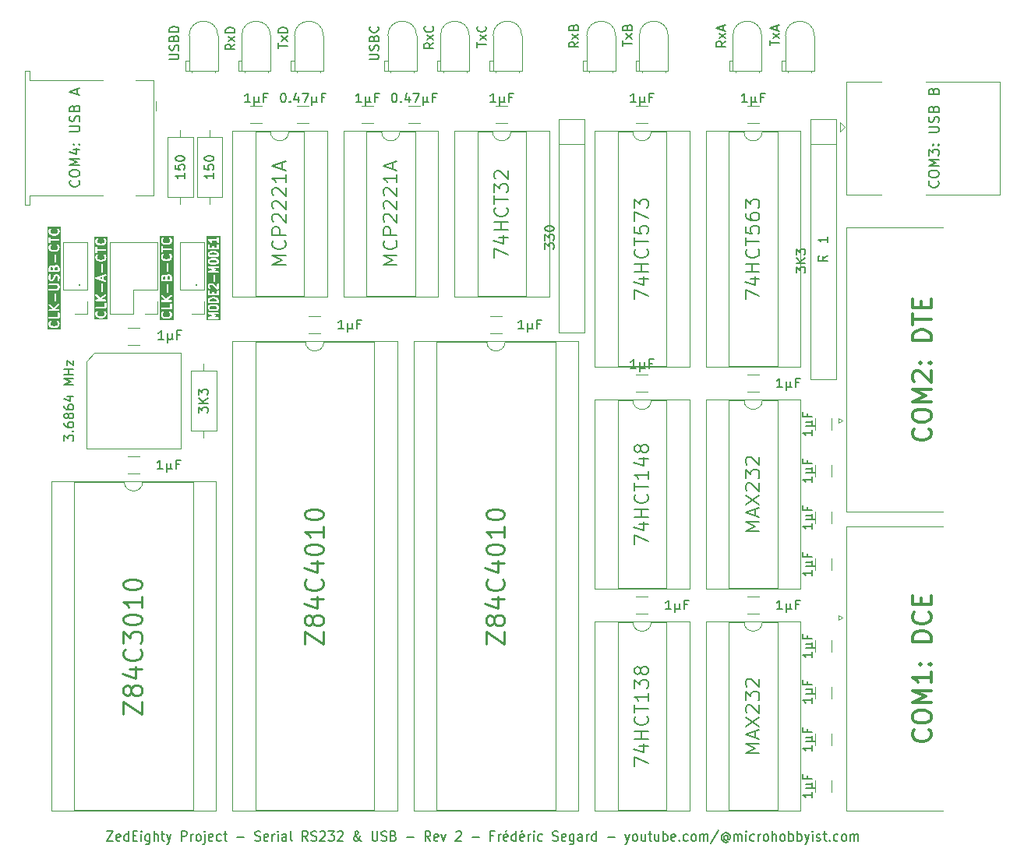
<source format=gto>
G04 #@! TF.GenerationSoftware,KiCad,Pcbnew,7.0.7*
G04 #@! TF.CreationDate,2023-09-10T22:26:38-04:00*
G04 #@! TF.ProjectId,4 - Quad serial,34202d20-5175-4616-9420-73657269616c,1*
G04 #@! TF.SameCoordinates,Original*
G04 #@! TF.FileFunction,Legend,Top*
G04 #@! TF.FilePolarity,Positive*
%FSLAX46Y46*%
G04 Gerber Fmt 4.6, Leading zero omitted, Abs format (unit mm)*
G04 Created by KiCad (PCBNEW 7.0.7) date 2023-09-10 22:26:38*
%MOMM*%
%LPD*%
G01*
G04 APERTURE LIST*
%ADD10C,0.200000*%
%ADD11C,0.150000*%
%ADD12C,0.180000*%
%ADD13C,0.250000*%
%ADD14C,0.300000*%
%ADD15C,0.120000*%
%ADD16C,1.600000*%
%ADD17R,1.780000X7.620000*%
%ADD18R,1.800000X1.800000*%
%ADD19C,1.800000*%
%ADD20R,1.600000X1.600000*%
%ADD21C,3.000000*%
%ADD22O,1.600000X1.600000*%
%ADD23R,1.700000X1.700000*%
%ADD24O,1.700000X1.700000*%
%ADD25C,4.000000*%
G04 APERTURE END LIST*
D10*
X86015854Y-138209480D02*
X86682520Y-138209480D01*
X86682520Y-138209480D02*
X86015854Y-139309480D01*
X86015854Y-139309480D02*
X86682520Y-139309480D01*
X87444425Y-139257100D02*
X87349187Y-139309480D01*
X87349187Y-139309480D02*
X87158711Y-139309480D01*
X87158711Y-139309480D02*
X87063473Y-139257100D01*
X87063473Y-139257100D02*
X87015854Y-139152338D01*
X87015854Y-139152338D02*
X87015854Y-138733290D01*
X87015854Y-138733290D02*
X87063473Y-138628528D01*
X87063473Y-138628528D02*
X87158711Y-138576147D01*
X87158711Y-138576147D02*
X87349187Y-138576147D01*
X87349187Y-138576147D02*
X87444425Y-138628528D01*
X87444425Y-138628528D02*
X87492044Y-138733290D01*
X87492044Y-138733290D02*
X87492044Y-138838052D01*
X87492044Y-138838052D02*
X87015854Y-138942814D01*
X88349187Y-139309480D02*
X88349187Y-138209480D01*
X88349187Y-139257100D02*
X88253949Y-139309480D01*
X88253949Y-139309480D02*
X88063473Y-139309480D01*
X88063473Y-139309480D02*
X87968235Y-139257100D01*
X87968235Y-139257100D02*
X87920616Y-139204719D01*
X87920616Y-139204719D02*
X87872997Y-139099957D01*
X87872997Y-139099957D02*
X87872997Y-138785671D01*
X87872997Y-138785671D02*
X87920616Y-138680909D01*
X87920616Y-138680909D02*
X87968235Y-138628528D01*
X87968235Y-138628528D02*
X88063473Y-138576147D01*
X88063473Y-138576147D02*
X88253949Y-138576147D01*
X88253949Y-138576147D02*
X88349187Y-138628528D01*
X88825378Y-138733290D02*
X89158711Y-138733290D01*
X89301568Y-139309480D02*
X88825378Y-139309480D01*
X88825378Y-139309480D02*
X88825378Y-138209480D01*
X88825378Y-138209480D02*
X89301568Y-138209480D01*
X89730140Y-139309480D02*
X89730140Y-138576147D01*
X89730140Y-138209480D02*
X89682521Y-138261861D01*
X89682521Y-138261861D02*
X89730140Y-138314242D01*
X89730140Y-138314242D02*
X89777759Y-138261861D01*
X89777759Y-138261861D02*
X89730140Y-138209480D01*
X89730140Y-138209480D02*
X89730140Y-138314242D01*
X90634901Y-138576147D02*
X90634901Y-139466623D01*
X90634901Y-139466623D02*
X90587282Y-139571385D01*
X90587282Y-139571385D02*
X90539663Y-139623766D01*
X90539663Y-139623766D02*
X90444425Y-139676147D01*
X90444425Y-139676147D02*
X90301568Y-139676147D01*
X90301568Y-139676147D02*
X90206330Y-139623766D01*
X90634901Y-139257100D02*
X90539663Y-139309480D01*
X90539663Y-139309480D02*
X90349187Y-139309480D01*
X90349187Y-139309480D02*
X90253949Y-139257100D01*
X90253949Y-139257100D02*
X90206330Y-139204719D01*
X90206330Y-139204719D02*
X90158711Y-139099957D01*
X90158711Y-139099957D02*
X90158711Y-138785671D01*
X90158711Y-138785671D02*
X90206330Y-138680909D01*
X90206330Y-138680909D02*
X90253949Y-138628528D01*
X90253949Y-138628528D02*
X90349187Y-138576147D01*
X90349187Y-138576147D02*
X90539663Y-138576147D01*
X90539663Y-138576147D02*
X90634901Y-138628528D01*
X91111092Y-139309480D02*
X91111092Y-138209480D01*
X91539663Y-139309480D02*
X91539663Y-138733290D01*
X91539663Y-138733290D02*
X91492044Y-138628528D01*
X91492044Y-138628528D02*
X91396806Y-138576147D01*
X91396806Y-138576147D02*
X91253949Y-138576147D01*
X91253949Y-138576147D02*
X91158711Y-138628528D01*
X91158711Y-138628528D02*
X91111092Y-138680909D01*
X91872997Y-138576147D02*
X92253949Y-138576147D01*
X92015854Y-138209480D02*
X92015854Y-139152338D01*
X92015854Y-139152338D02*
X92063473Y-139257100D01*
X92063473Y-139257100D02*
X92158711Y-139309480D01*
X92158711Y-139309480D02*
X92253949Y-139309480D01*
X92492045Y-138576147D02*
X92730140Y-139309480D01*
X92968235Y-138576147D02*
X92730140Y-139309480D01*
X92730140Y-139309480D02*
X92634902Y-139571385D01*
X92634902Y-139571385D02*
X92587283Y-139623766D01*
X92587283Y-139623766D02*
X92492045Y-139676147D01*
X94111093Y-139309480D02*
X94111093Y-138209480D01*
X94111093Y-138209480D02*
X94492045Y-138209480D01*
X94492045Y-138209480D02*
X94587283Y-138261861D01*
X94587283Y-138261861D02*
X94634902Y-138314242D01*
X94634902Y-138314242D02*
X94682521Y-138419004D01*
X94682521Y-138419004D02*
X94682521Y-138576147D01*
X94682521Y-138576147D02*
X94634902Y-138680909D01*
X94634902Y-138680909D02*
X94587283Y-138733290D01*
X94587283Y-138733290D02*
X94492045Y-138785671D01*
X94492045Y-138785671D02*
X94111093Y-138785671D01*
X95111093Y-139309480D02*
X95111093Y-138576147D01*
X95111093Y-138785671D02*
X95158712Y-138680909D01*
X95158712Y-138680909D02*
X95206331Y-138628528D01*
X95206331Y-138628528D02*
X95301569Y-138576147D01*
X95301569Y-138576147D02*
X95396807Y-138576147D01*
X95872998Y-139309480D02*
X95777760Y-139257100D01*
X95777760Y-139257100D02*
X95730141Y-139204719D01*
X95730141Y-139204719D02*
X95682522Y-139099957D01*
X95682522Y-139099957D02*
X95682522Y-138785671D01*
X95682522Y-138785671D02*
X95730141Y-138680909D01*
X95730141Y-138680909D02*
X95777760Y-138628528D01*
X95777760Y-138628528D02*
X95872998Y-138576147D01*
X95872998Y-138576147D02*
X96015855Y-138576147D01*
X96015855Y-138576147D02*
X96111093Y-138628528D01*
X96111093Y-138628528D02*
X96158712Y-138680909D01*
X96158712Y-138680909D02*
X96206331Y-138785671D01*
X96206331Y-138785671D02*
X96206331Y-139099957D01*
X96206331Y-139099957D02*
X96158712Y-139204719D01*
X96158712Y-139204719D02*
X96111093Y-139257100D01*
X96111093Y-139257100D02*
X96015855Y-139309480D01*
X96015855Y-139309480D02*
X95872998Y-139309480D01*
X96634903Y-138576147D02*
X96634903Y-139519004D01*
X96634903Y-139519004D02*
X96587284Y-139623766D01*
X96587284Y-139623766D02*
X96492046Y-139676147D01*
X96492046Y-139676147D02*
X96444427Y-139676147D01*
X96634903Y-138209480D02*
X96587284Y-138261861D01*
X96587284Y-138261861D02*
X96634903Y-138314242D01*
X96634903Y-138314242D02*
X96682522Y-138261861D01*
X96682522Y-138261861D02*
X96634903Y-138209480D01*
X96634903Y-138209480D02*
X96634903Y-138314242D01*
X97492045Y-139257100D02*
X97396807Y-139309480D01*
X97396807Y-139309480D02*
X97206331Y-139309480D01*
X97206331Y-139309480D02*
X97111093Y-139257100D01*
X97111093Y-139257100D02*
X97063474Y-139152338D01*
X97063474Y-139152338D02*
X97063474Y-138733290D01*
X97063474Y-138733290D02*
X97111093Y-138628528D01*
X97111093Y-138628528D02*
X97206331Y-138576147D01*
X97206331Y-138576147D02*
X97396807Y-138576147D01*
X97396807Y-138576147D02*
X97492045Y-138628528D01*
X97492045Y-138628528D02*
X97539664Y-138733290D01*
X97539664Y-138733290D02*
X97539664Y-138838052D01*
X97539664Y-138838052D02*
X97063474Y-138942814D01*
X98396807Y-139257100D02*
X98301569Y-139309480D01*
X98301569Y-139309480D02*
X98111093Y-139309480D01*
X98111093Y-139309480D02*
X98015855Y-139257100D01*
X98015855Y-139257100D02*
X97968236Y-139204719D01*
X97968236Y-139204719D02*
X97920617Y-139099957D01*
X97920617Y-139099957D02*
X97920617Y-138785671D01*
X97920617Y-138785671D02*
X97968236Y-138680909D01*
X97968236Y-138680909D02*
X98015855Y-138628528D01*
X98015855Y-138628528D02*
X98111093Y-138576147D01*
X98111093Y-138576147D02*
X98301569Y-138576147D01*
X98301569Y-138576147D02*
X98396807Y-138628528D01*
X98682522Y-138576147D02*
X99063474Y-138576147D01*
X98825379Y-138209480D02*
X98825379Y-139152338D01*
X98825379Y-139152338D02*
X98872998Y-139257100D01*
X98872998Y-139257100D02*
X98968236Y-139309480D01*
X98968236Y-139309480D02*
X99063474Y-139309480D01*
X100158713Y-138890433D02*
X100920618Y-138890433D01*
X102111094Y-139257100D02*
X102253951Y-139309480D01*
X102253951Y-139309480D02*
X102492046Y-139309480D01*
X102492046Y-139309480D02*
X102587284Y-139257100D01*
X102587284Y-139257100D02*
X102634903Y-139204719D01*
X102634903Y-139204719D02*
X102682522Y-139099957D01*
X102682522Y-139099957D02*
X102682522Y-138995195D01*
X102682522Y-138995195D02*
X102634903Y-138890433D01*
X102634903Y-138890433D02*
X102587284Y-138838052D01*
X102587284Y-138838052D02*
X102492046Y-138785671D01*
X102492046Y-138785671D02*
X102301570Y-138733290D01*
X102301570Y-138733290D02*
X102206332Y-138680909D01*
X102206332Y-138680909D02*
X102158713Y-138628528D01*
X102158713Y-138628528D02*
X102111094Y-138523766D01*
X102111094Y-138523766D02*
X102111094Y-138419004D01*
X102111094Y-138419004D02*
X102158713Y-138314242D01*
X102158713Y-138314242D02*
X102206332Y-138261861D01*
X102206332Y-138261861D02*
X102301570Y-138209480D01*
X102301570Y-138209480D02*
X102539665Y-138209480D01*
X102539665Y-138209480D02*
X102682522Y-138261861D01*
X103492046Y-139257100D02*
X103396808Y-139309480D01*
X103396808Y-139309480D02*
X103206332Y-139309480D01*
X103206332Y-139309480D02*
X103111094Y-139257100D01*
X103111094Y-139257100D02*
X103063475Y-139152338D01*
X103063475Y-139152338D02*
X103063475Y-138733290D01*
X103063475Y-138733290D02*
X103111094Y-138628528D01*
X103111094Y-138628528D02*
X103206332Y-138576147D01*
X103206332Y-138576147D02*
X103396808Y-138576147D01*
X103396808Y-138576147D02*
X103492046Y-138628528D01*
X103492046Y-138628528D02*
X103539665Y-138733290D01*
X103539665Y-138733290D02*
X103539665Y-138838052D01*
X103539665Y-138838052D02*
X103063475Y-138942814D01*
X103968237Y-139309480D02*
X103968237Y-138576147D01*
X103968237Y-138785671D02*
X104015856Y-138680909D01*
X104015856Y-138680909D02*
X104063475Y-138628528D01*
X104063475Y-138628528D02*
X104158713Y-138576147D01*
X104158713Y-138576147D02*
X104253951Y-138576147D01*
X104587285Y-139309480D02*
X104587285Y-138576147D01*
X104587285Y-138209480D02*
X104539666Y-138261861D01*
X104539666Y-138261861D02*
X104587285Y-138314242D01*
X104587285Y-138314242D02*
X104634904Y-138261861D01*
X104634904Y-138261861D02*
X104587285Y-138209480D01*
X104587285Y-138209480D02*
X104587285Y-138314242D01*
X105492046Y-139309480D02*
X105492046Y-138733290D01*
X105492046Y-138733290D02*
X105444427Y-138628528D01*
X105444427Y-138628528D02*
X105349189Y-138576147D01*
X105349189Y-138576147D02*
X105158713Y-138576147D01*
X105158713Y-138576147D02*
X105063475Y-138628528D01*
X105492046Y-139257100D02*
X105396808Y-139309480D01*
X105396808Y-139309480D02*
X105158713Y-139309480D01*
X105158713Y-139309480D02*
X105063475Y-139257100D01*
X105063475Y-139257100D02*
X105015856Y-139152338D01*
X105015856Y-139152338D02*
X105015856Y-139047576D01*
X105015856Y-139047576D02*
X105063475Y-138942814D01*
X105063475Y-138942814D02*
X105158713Y-138890433D01*
X105158713Y-138890433D02*
X105396808Y-138890433D01*
X105396808Y-138890433D02*
X105492046Y-138838052D01*
X106111094Y-139309480D02*
X106015856Y-139257100D01*
X106015856Y-139257100D02*
X105968237Y-139152338D01*
X105968237Y-139152338D02*
X105968237Y-138209480D01*
X107825380Y-139309480D02*
X107492047Y-138785671D01*
X107253952Y-139309480D02*
X107253952Y-138209480D01*
X107253952Y-138209480D02*
X107634904Y-138209480D01*
X107634904Y-138209480D02*
X107730142Y-138261861D01*
X107730142Y-138261861D02*
X107777761Y-138314242D01*
X107777761Y-138314242D02*
X107825380Y-138419004D01*
X107825380Y-138419004D02*
X107825380Y-138576147D01*
X107825380Y-138576147D02*
X107777761Y-138680909D01*
X107777761Y-138680909D02*
X107730142Y-138733290D01*
X107730142Y-138733290D02*
X107634904Y-138785671D01*
X107634904Y-138785671D02*
X107253952Y-138785671D01*
X108206333Y-139257100D02*
X108349190Y-139309480D01*
X108349190Y-139309480D02*
X108587285Y-139309480D01*
X108587285Y-139309480D02*
X108682523Y-139257100D01*
X108682523Y-139257100D02*
X108730142Y-139204719D01*
X108730142Y-139204719D02*
X108777761Y-139099957D01*
X108777761Y-139099957D02*
X108777761Y-138995195D01*
X108777761Y-138995195D02*
X108730142Y-138890433D01*
X108730142Y-138890433D02*
X108682523Y-138838052D01*
X108682523Y-138838052D02*
X108587285Y-138785671D01*
X108587285Y-138785671D02*
X108396809Y-138733290D01*
X108396809Y-138733290D02*
X108301571Y-138680909D01*
X108301571Y-138680909D02*
X108253952Y-138628528D01*
X108253952Y-138628528D02*
X108206333Y-138523766D01*
X108206333Y-138523766D02*
X108206333Y-138419004D01*
X108206333Y-138419004D02*
X108253952Y-138314242D01*
X108253952Y-138314242D02*
X108301571Y-138261861D01*
X108301571Y-138261861D02*
X108396809Y-138209480D01*
X108396809Y-138209480D02*
X108634904Y-138209480D01*
X108634904Y-138209480D02*
X108777761Y-138261861D01*
X109158714Y-138314242D02*
X109206333Y-138261861D01*
X109206333Y-138261861D02*
X109301571Y-138209480D01*
X109301571Y-138209480D02*
X109539666Y-138209480D01*
X109539666Y-138209480D02*
X109634904Y-138261861D01*
X109634904Y-138261861D02*
X109682523Y-138314242D01*
X109682523Y-138314242D02*
X109730142Y-138419004D01*
X109730142Y-138419004D02*
X109730142Y-138523766D01*
X109730142Y-138523766D02*
X109682523Y-138680909D01*
X109682523Y-138680909D02*
X109111095Y-139309480D01*
X109111095Y-139309480D02*
X109730142Y-139309480D01*
X110063476Y-138209480D02*
X110682523Y-138209480D01*
X110682523Y-138209480D02*
X110349190Y-138628528D01*
X110349190Y-138628528D02*
X110492047Y-138628528D01*
X110492047Y-138628528D02*
X110587285Y-138680909D01*
X110587285Y-138680909D02*
X110634904Y-138733290D01*
X110634904Y-138733290D02*
X110682523Y-138838052D01*
X110682523Y-138838052D02*
X110682523Y-139099957D01*
X110682523Y-139099957D02*
X110634904Y-139204719D01*
X110634904Y-139204719D02*
X110587285Y-139257100D01*
X110587285Y-139257100D02*
X110492047Y-139309480D01*
X110492047Y-139309480D02*
X110206333Y-139309480D01*
X110206333Y-139309480D02*
X110111095Y-139257100D01*
X110111095Y-139257100D02*
X110063476Y-139204719D01*
X111063476Y-138314242D02*
X111111095Y-138261861D01*
X111111095Y-138261861D02*
X111206333Y-138209480D01*
X111206333Y-138209480D02*
X111444428Y-138209480D01*
X111444428Y-138209480D02*
X111539666Y-138261861D01*
X111539666Y-138261861D02*
X111587285Y-138314242D01*
X111587285Y-138314242D02*
X111634904Y-138419004D01*
X111634904Y-138419004D02*
X111634904Y-138523766D01*
X111634904Y-138523766D02*
X111587285Y-138680909D01*
X111587285Y-138680909D02*
X111015857Y-139309480D01*
X111015857Y-139309480D02*
X111634904Y-139309480D01*
X113634905Y-139309480D02*
X113587286Y-139309480D01*
X113587286Y-139309480D02*
X113492047Y-139257100D01*
X113492047Y-139257100D02*
X113349190Y-139099957D01*
X113349190Y-139099957D02*
X113111095Y-138785671D01*
X113111095Y-138785671D02*
X113015857Y-138628528D01*
X113015857Y-138628528D02*
X112968238Y-138471385D01*
X112968238Y-138471385D02*
X112968238Y-138366623D01*
X112968238Y-138366623D02*
X113015857Y-138261861D01*
X113015857Y-138261861D02*
X113111095Y-138209480D01*
X113111095Y-138209480D02*
X113158714Y-138209480D01*
X113158714Y-138209480D02*
X113253952Y-138261861D01*
X113253952Y-138261861D02*
X113301571Y-138366623D01*
X113301571Y-138366623D02*
X113301571Y-138419004D01*
X113301571Y-138419004D02*
X113253952Y-138523766D01*
X113253952Y-138523766D02*
X113206333Y-138576147D01*
X113206333Y-138576147D02*
X112920619Y-138785671D01*
X112920619Y-138785671D02*
X112873000Y-138838052D01*
X112873000Y-138838052D02*
X112825381Y-138942814D01*
X112825381Y-138942814D02*
X112825381Y-139099957D01*
X112825381Y-139099957D02*
X112873000Y-139204719D01*
X112873000Y-139204719D02*
X112920619Y-139257100D01*
X112920619Y-139257100D02*
X113015857Y-139309480D01*
X113015857Y-139309480D02*
X113158714Y-139309480D01*
X113158714Y-139309480D02*
X113253952Y-139257100D01*
X113253952Y-139257100D02*
X113301571Y-139204719D01*
X113301571Y-139204719D02*
X113444428Y-138995195D01*
X113444428Y-138995195D02*
X113492047Y-138838052D01*
X113492047Y-138838052D02*
X113492047Y-138733290D01*
X114825381Y-138209480D02*
X114825381Y-139099957D01*
X114825381Y-139099957D02*
X114873000Y-139204719D01*
X114873000Y-139204719D02*
X114920619Y-139257100D01*
X114920619Y-139257100D02*
X115015857Y-139309480D01*
X115015857Y-139309480D02*
X115206333Y-139309480D01*
X115206333Y-139309480D02*
X115301571Y-139257100D01*
X115301571Y-139257100D02*
X115349190Y-139204719D01*
X115349190Y-139204719D02*
X115396809Y-139099957D01*
X115396809Y-139099957D02*
X115396809Y-138209480D01*
X115825381Y-139257100D02*
X115968238Y-139309480D01*
X115968238Y-139309480D02*
X116206333Y-139309480D01*
X116206333Y-139309480D02*
X116301571Y-139257100D01*
X116301571Y-139257100D02*
X116349190Y-139204719D01*
X116349190Y-139204719D02*
X116396809Y-139099957D01*
X116396809Y-139099957D02*
X116396809Y-138995195D01*
X116396809Y-138995195D02*
X116349190Y-138890433D01*
X116349190Y-138890433D02*
X116301571Y-138838052D01*
X116301571Y-138838052D02*
X116206333Y-138785671D01*
X116206333Y-138785671D02*
X116015857Y-138733290D01*
X116015857Y-138733290D02*
X115920619Y-138680909D01*
X115920619Y-138680909D02*
X115873000Y-138628528D01*
X115873000Y-138628528D02*
X115825381Y-138523766D01*
X115825381Y-138523766D02*
X115825381Y-138419004D01*
X115825381Y-138419004D02*
X115873000Y-138314242D01*
X115873000Y-138314242D02*
X115920619Y-138261861D01*
X115920619Y-138261861D02*
X116015857Y-138209480D01*
X116015857Y-138209480D02*
X116253952Y-138209480D01*
X116253952Y-138209480D02*
X116396809Y-138261861D01*
X117158714Y-138733290D02*
X117301571Y-138785671D01*
X117301571Y-138785671D02*
X117349190Y-138838052D01*
X117349190Y-138838052D02*
X117396809Y-138942814D01*
X117396809Y-138942814D02*
X117396809Y-139099957D01*
X117396809Y-139099957D02*
X117349190Y-139204719D01*
X117349190Y-139204719D02*
X117301571Y-139257100D01*
X117301571Y-139257100D02*
X117206333Y-139309480D01*
X117206333Y-139309480D02*
X116825381Y-139309480D01*
X116825381Y-139309480D02*
X116825381Y-138209480D01*
X116825381Y-138209480D02*
X117158714Y-138209480D01*
X117158714Y-138209480D02*
X117253952Y-138261861D01*
X117253952Y-138261861D02*
X117301571Y-138314242D01*
X117301571Y-138314242D02*
X117349190Y-138419004D01*
X117349190Y-138419004D02*
X117349190Y-138523766D01*
X117349190Y-138523766D02*
X117301571Y-138628528D01*
X117301571Y-138628528D02*
X117253952Y-138680909D01*
X117253952Y-138680909D02*
X117158714Y-138733290D01*
X117158714Y-138733290D02*
X116825381Y-138733290D01*
X118587286Y-138890433D02*
X119349191Y-138890433D01*
X121158714Y-139309480D02*
X120825381Y-138785671D01*
X120587286Y-139309480D02*
X120587286Y-138209480D01*
X120587286Y-138209480D02*
X120968238Y-138209480D01*
X120968238Y-138209480D02*
X121063476Y-138261861D01*
X121063476Y-138261861D02*
X121111095Y-138314242D01*
X121111095Y-138314242D02*
X121158714Y-138419004D01*
X121158714Y-138419004D02*
X121158714Y-138576147D01*
X121158714Y-138576147D02*
X121111095Y-138680909D01*
X121111095Y-138680909D02*
X121063476Y-138733290D01*
X121063476Y-138733290D02*
X120968238Y-138785671D01*
X120968238Y-138785671D02*
X120587286Y-138785671D01*
X121968238Y-139257100D02*
X121873000Y-139309480D01*
X121873000Y-139309480D02*
X121682524Y-139309480D01*
X121682524Y-139309480D02*
X121587286Y-139257100D01*
X121587286Y-139257100D02*
X121539667Y-139152338D01*
X121539667Y-139152338D02*
X121539667Y-138733290D01*
X121539667Y-138733290D02*
X121587286Y-138628528D01*
X121587286Y-138628528D02*
X121682524Y-138576147D01*
X121682524Y-138576147D02*
X121873000Y-138576147D01*
X121873000Y-138576147D02*
X121968238Y-138628528D01*
X121968238Y-138628528D02*
X122015857Y-138733290D01*
X122015857Y-138733290D02*
X122015857Y-138838052D01*
X122015857Y-138838052D02*
X121539667Y-138942814D01*
X122349191Y-138576147D02*
X122587286Y-139309480D01*
X122587286Y-139309480D02*
X122825381Y-138576147D01*
X123920620Y-138314242D02*
X123968239Y-138261861D01*
X123968239Y-138261861D02*
X124063477Y-138209480D01*
X124063477Y-138209480D02*
X124301572Y-138209480D01*
X124301572Y-138209480D02*
X124396810Y-138261861D01*
X124396810Y-138261861D02*
X124444429Y-138314242D01*
X124444429Y-138314242D02*
X124492048Y-138419004D01*
X124492048Y-138419004D02*
X124492048Y-138523766D01*
X124492048Y-138523766D02*
X124444429Y-138680909D01*
X124444429Y-138680909D02*
X123873001Y-139309480D01*
X123873001Y-139309480D02*
X124492048Y-139309480D01*
X125682525Y-138890433D02*
X126444430Y-138890433D01*
X128015858Y-138733290D02*
X127682525Y-138733290D01*
X127682525Y-139309480D02*
X127682525Y-138209480D01*
X127682525Y-138209480D02*
X128158715Y-138209480D01*
X128539668Y-139309480D02*
X128539668Y-138576147D01*
X128539668Y-138785671D02*
X128587287Y-138680909D01*
X128587287Y-138680909D02*
X128634906Y-138628528D01*
X128634906Y-138628528D02*
X128730144Y-138576147D01*
X128730144Y-138576147D02*
X128825382Y-138576147D01*
X129539668Y-139257100D02*
X129444430Y-139309480D01*
X129444430Y-139309480D02*
X129253954Y-139309480D01*
X129253954Y-139309480D02*
X129158716Y-139257100D01*
X129158716Y-139257100D02*
X129111097Y-139152338D01*
X129111097Y-139152338D02*
X129111097Y-138733290D01*
X129111097Y-138733290D02*
X129158716Y-138628528D01*
X129158716Y-138628528D02*
X129253954Y-138576147D01*
X129253954Y-138576147D02*
X129444430Y-138576147D01*
X129444430Y-138576147D02*
X129539668Y-138628528D01*
X129539668Y-138628528D02*
X129587287Y-138733290D01*
X129587287Y-138733290D02*
X129587287Y-138838052D01*
X129587287Y-138838052D02*
X129111097Y-138942814D01*
X129444430Y-138157100D02*
X129301573Y-138314242D01*
X130444430Y-139309480D02*
X130444430Y-138209480D01*
X130444430Y-139257100D02*
X130349192Y-139309480D01*
X130349192Y-139309480D02*
X130158716Y-139309480D01*
X130158716Y-139309480D02*
X130063478Y-139257100D01*
X130063478Y-139257100D02*
X130015859Y-139204719D01*
X130015859Y-139204719D02*
X129968240Y-139099957D01*
X129968240Y-139099957D02*
X129968240Y-138785671D01*
X129968240Y-138785671D02*
X130015859Y-138680909D01*
X130015859Y-138680909D02*
X130063478Y-138628528D01*
X130063478Y-138628528D02*
X130158716Y-138576147D01*
X130158716Y-138576147D02*
X130349192Y-138576147D01*
X130349192Y-138576147D02*
X130444430Y-138628528D01*
X131301573Y-139257100D02*
X131206335Y-139309480D01*
X131206335Y-139309480D02*
X131015859Y-139309480D01*
X131015859Y-139309480D02*
X130920621Y-139257100D01*
X130920621Y-139257100D02*
X130873002Y-139152338D01*
X130873002Y-139152338D02*
X130873002Y-138733290D01*
X130873002Y-138733290D02*
X130920621Y-138628528D01*
X130920621Y-138628528D02*
X131015859Y-138576147D01*
X131015859Y-138576147D02*
X131206335Y-138576147D01*
X131206335Y-138576147D02*
X131301573Y-138628528D01*
X131301573Y-138628528D02*
X131349192Y-138733290D01*
X131349192Y-138733290D02*
X131349192Y-138838052D01*
X131349192Y-138838052D02*
X130873002Y-138942814D01*
X131206335Y-138157100D02*
X131063478Y-138314242D01*
X131777764Y-139309480D02*
X131777764Y-138576147D01*
X131777764Y-138785671D02*
X131825383Y-138680909D01*
X131825383Y-138680909D02*
X131873002Y-138628528D01*
X131873002Y-138628528D02*
X131968240Y-138576147D01*
X131968240Y-138576147D02*
X132063478Y-138576147D01*
X132396812Y-139309480D02*
X132396812Y-138576147D01*
X132396812Y-138209480D02*
X132349193Y-138261861D01*
X132349193Y-138261861D02*
X132396812Y-138314242D01*
X132396812Y-138314242D02*
X132444431Y-138261861D01*
X132444431Y-138261861D02*
X132396812Y-138209480D01*
X132396812Y-138209480D02*
X132396812Y-138314242D01*
X133301573Y-139257100D02*
X133206335Y-139309480D01*
X133206335Y-139309480D02*
X133015859Y-139309480D01*
X133015859Y-139309480D02*
X132920621Y-139257100D01*
X132920621Y-139257100D02*
X132873002Y-139204719D01*
X132873002Y-139204719D02*
X132825383Y-139099957D01*
X132825383Y-139099957D02*
X132825383Y-138785671D01*
X132825383Y-138785671D02*
X132873002Y-138680909D01*
X132873002Y-138680909D02*
X132920621Y-138628528D01*
X132920621Y-138628528D02*
X133015859Y-138576147D01*
X133015859Y-138576147D02*
X133206335Y-138576147D01*
X133206335Y-138576147D02*
X133301573Y-138628528D01*
X134444431Y-139257100D02*
X134587288Y-139309480D01*
X134587288Y-139309480D02*
X134825383Y-139309480D01*
X134825383Y-139309480D02*
X134920621Y-139257100D01*
X134920621Y-139257100D02*
X134968240Y-139204719D01*
X134968240Y-139204719D02*
X135015859Y-139099957D01*
X135015859Y-139099957D02*
X135015859Y-138995195D01*
X135015859Y-138995195D02*
X134968240Y-138890433D01*
X134968240Y-138890433D02*
X134920621Y-138838052D01*
X134920621Y-138838052D02*
X134825383Y-138785671D01*
X134825383Y-138785671D02*
X134634907Y-138733290D01*
X134634907Y-138733290D02*
X134539669Y-138680909D01*
X134539669Y-138680909D02*
X134492050Y-138628528D01*
X134492050Y-138628528D02*
X134444431Y-138523766D01*
X134444431Y-138523766D02*
X134444431Y-138419004D01*
X134444431Y-138419004D02*
X134492050Y-138314242D01*
X134492050Y-138314242D02*
X134539669Y-138261861D01*
X134539669Y-138261861D02*
X134634907Y-138209480D01*
X134634907Y-138209480D02*
X134873002Y-138209480D01*
X134873002Y-138209480D02*
X135015859Y-138261861D01*
X135825383Y-139257100D02*
X135730145Y-139309480D01*
X135730145Y-139309480D02*
X135539669Y-139309480D01*
X135539669Y-139309480D02*
X135444431Y-139257100D01*
X135444431Y-139257100D02*
X135396812Y-139152338D01*
X135396812Y-139152338D02*
X135396812Y-138733290D01*
X135396812Y-138733290D02*
X135444431Y-138628528D01*
X135444431Y-138628528D02*
X135539669Y-138576147D01*
X135539669Y-138576147D02*
X135730145Y-138576147D01*
X135730145Y-138576147D02*
X135825383Y-138628528D01*
X135825383Y-138628528D02*
X135873002Y-138733290D01*
X135873002Y-138733290D02*
X135873002Y-138838052D01*
X135873002Y-138838052D02*
X135396812Y-138942814D01*
X136730145Y-138576147D02*
X136730145Y-139466623D01*
X136730145Y-139466623D02*
X136682526Y-139571385D01*
X136682526Y-139571385D02*
X136634907Y-139623766D01*
X136634907Y-139623766D02*
X136539669Y-139676147D01*
X136539669Y-139676147D02*
X136396812Y-139676147D01*
X136396812Y-139676147D02*
X136301574Y-139623766D01*
X136730145Y-139257100D02*
X136634907Y-139309480D01*
X136634907Y-139309480D02*
X136444431Y-139309480D01*
X136444431Y-139309480D02*
X136349193Y-139257100D01*
X136349193Y-139257100D02*
X136301574Y-139204719D01*
X136301574Y-139204719D02*
X136253955Y-139099957D01*
X136253955Y-139099957D02*
X136253955Y-138785671D01*
X136253955Y-138785671D02*
X136301574Y-138680909D01*
X136301574Y-138680909D02*
X136349193Y-138628528D01*
X136349193Y-138628528D02*
X136444431Y-138576147D01*
X136444431Y-138576147D02*
X136634907Y-138576147D01*
X136634907Y-138576147D02*
X136730145Y-138628528D01*
X137634907Y-139309480D02*
X137634907Y-138733290D01*
X137634907Y-138733290D02*
X137587288Y-138628528D01*
X137587288Y-138628528D02*
X137492050Y-138576147D01*
X137492050Y-138576147D02*
X137301574Y-138576147D01*
X137301574Y-138576147D02*
X137206336Y-138628528D01*
X137634907Y-139257100D02*
X137539669Y-139309480D01*
X137539669Y-139309480D02*
X137301574Y-139309480D01*
X137301574Y-139309480D02*
X137206336Y-139257100D01*
X137206336Y-139257100D02*
X137158717Y-139152338D01*
X137158717Y-139152338D02*
X137158717Y-139047576D01*
X137158717Y-139047576D02*
X137206336Y-138942814D01*
X137206336Y-138942814D02*
X137301574Y-138890433D01*
X137301574Y-138890433D02*
X137539669Y-138890433D01*
X137539669Y-138890433D02*
X137634907Y-138838052D01*
X138111098Y-139309480D02*
X138111098Y-138576147D01*
X138111098Y-138785671D02*
X138158717Y-138680909D01*
X138158717Y-138680909D02*
X138206336Y-138628528D01*
X138206336Y-138628528D02*
X138301574Y-138576147D01*
X138301574Y-138576147D02*
X138396812Y-138576147D01*
X139158717Y-139309480D02*
X139158717Y-138209480D01*
X139158717Y-139257100D02*
X139063479Y-139309480D01*
X139063479Y-139309480D02*
X138873003Y-139309480D01*
X138873003Y-139309480D02*
X138777765Y-139257100D01*
X138777765Y-139257100D02*
X138730146Y-139204719D01*
X138730146Y-139204719D02*
X138682527Y-139099957D01*
X138682527Y-139099957D02*
X138682527Y-138785671D01*
X138682527Y-138785671D02*
X138730146Y-138680909D01*
X138730146Y-138680909D02*
X138777765Y-138628528D01*
X138777765Y-138628528D02*
X138873003Y-138576147D01*
X138873003Y-138576147D02*
X139063479Y-138576147D01*
X139063479Y-138576147D02*
X139158717Y-138628528D01*
X140396813Y-138890433D02*
X141158718Y-138890433D01*
X142301575Y-138576147D02*
X142539670Y-139309480D01*
X142777765Y-138576147D02*
X142539670Y-139309480D01*
X142539670Y-139309480D02*
X142444432Y-139571385D01*
X142444432Y-139571385D02*
X142396813Y-139623766D01*
X142396813Y-139623766D02*
X142301575Y-139676147D01*
X143301575Y-139309480D02*
X143206337Y-139257100D01*
X143206337Y-139257100D02*
X143158718Y-139204719D01*
X143158718Y-139204719D02*
X143111099Y-139099957D01*
X143111099Y-139099957D02*
X143111099Y-138785671D01*
X143111099Y-138785671D02*
X143158718Y-138680909D01*
X143158718Y-138680909D02*
X143206337Y-138628528D01*
X143206337Y-138628528D02*
X143301575Y-138576147D01*
X143301575Y-138576147D02*
X143444432Y-138576147D01*
X143444432Y-138576147D02*
X143539670Y-138628528D01*
X143539670Y-138628528D02*
X143587289Y-138680909D01*
X143587289Y-138680909D02*
X143634908Y-138785671D01*
X143634908Y-138785671D02*
X143634908Y-139099957D01*
X143634908Y-139099957D02*
X143587289Y-139204719D01*
X143587289Y-139204719D02*
X143539670Y-139257100D01*
X143539670Y-139257100D02*
X143444432Y-139309480D01*
X143444432Y-139309480D02*
X143301575Y-139309480D01*
X144492051Y-138576147D02*
X144492051Y-139309480D01*
X144063480Y-138576147D02*
X144063480Y-139152338D01*
X144063480Y-139152338D02*
X144111099Y-139257100D01*
X144111099Y-139257100D02*
X144206337Y-139309480D01*
X144206337Y-139309480D02*
X144349194Y-139309480D01*
X144349194Y-139309480D02*
X144444432Y-139257100D01*
X144444432Y-139257100D02*
X144492051Y-139204719D01*
X144825385Y-138576147D02*
X145206337Y-138576147D01*
X144968242Y-138209480D02*
X144968242Y-139152338D01*
X144968242Y-139152338D02*
X145015861Y-139257100D01*
X145015861Y-139257100D02*
X145111099Y-139309480D01*
X145111099Y-139309480D02*
X145206337Y-139309480D01*
X145968242Y-138576147D02*
X145968242Y-139309480D01*
X145539671Y-138576147D02*
X145539671Y-139152338D01*
X145539671Y-139152338D02*
X145587290Y-139257100D01*
X145587290Y-139257100D02*
X145682528Y-139309480D01*
X145682528Y-139309480D02*
X145825385Y-139309480D01*
X145825385Y-139309480D02*
X145920623Y-139257100D01*
X145920623Y-139257100D02*
X145968242Y-139204719D01*
X146444433Y-139309480D02*
X146444433Y-138209480D01*
X146444433Y-138628528D02*
X146539671Y-138576147D01*
X146539671Y-138576147D02*
X146730147Y-138576147D01*
X146730147Y-138576147D02*
X146825385Y-138628528D01*
X146825385Y-138628528D02*
X146873004Y-138680909D01*
X146873004Y-138680909D02*
X146920623Y-138785671D01*
X146920623Y-138785671D02*
X146920623Y-139099957D01*
X146920623Y-139099957D02*
X146873004Y-139204719D01*
X146873004Y-139204719D02*
X146825385Y-139257100D01*
X146825385Y-139257100D02*
X146730147Y-139309480D01*
X146730147Y-139309480D02*
X146539671Y-139309480D01*
X146539671Y-139309480D02*
X146444433Y-139257100D01*
X147730147Y-139257100D02*
X147634909Y-139309480D01*
X147634909Y-139309480D02*
X147444433Y-139309480D01*
X147444433Y-139309480D02*
X147349195Y-139257100D01*
X147349195Y-139257100D02*
X147301576Y-139152338D01*
X147301576Y-139152338D02*
X147301576Y-138733290D01*
X147301576Y-138733290D02*
X147349195Y-138628528D01*
X147349195Y-138628528D02*
X147444433Y-138576147D01*
X147444433Y-138576147D02*
X147634909Y-138576147D01*
X147634909Y-138576147D02*
X147730147Y-138628528D01*
X147730147Y-138628528D02*
X147777766Y-138733290D01*
X147777766Y-138733290D02*
X147777766Y-138838052D01*
X147777766Y-138838052D02*
X147301576Y-138942814D01*
X148206338Y-139204719D02*
X148253957Y-139257100D01*
X148253957Y-139257100D02*
X148206338Y-139309480D01*
X148206338Y-139309480D02*
X148158719Y-139257100D01*
X148158719Y-139257100D02*
X148206338Y-139204719D01*
X148206338Y-139204719D02*
X148206338Y-139309480D01*
X149111099Y-139257100D02*
X149015861Y-139309480D01*
X149015861Y-139309480D02*
X148825385Y-139309480D01*
X148825385Y-139309480D02*
X148730147Y-139257100D01*
X148730147Y-139257100D02*
X148682528Y-139204719D01*
X148682528Y-139204719D02*
X148634909Y-139099957D01*
X148634909Y-139099957D02*
X148634909Y-138785671D01*
X148634909Y-138785671D02*
X148682528Y-138680909D01*
X148682528Y-138680909D02*
X148730147Y-138628528D01*
X148730147Y-138628528D02*
X148825385Y-138576147D01*
X148825385Y-138576147D02*
X149015861Y-138576147D01*
X149015861Y-138576147D02*
X149111099Y-138628528D01*
X149682528Y-139309480D02*
X149587290Y-139257100D01*
X149587290Y-139257100D02*
X149539671Y-139204719D01*
X149539671Y-139204719D02*
X149492052Y-139099957D01*
X149492052Y-139099957D02*
X149492052Y-138785671D01*
X149492052Y-138785671D02*
X149539671Y-138680909D01*
X149539671Y-138680909D02*
X149587290Y-138628528D01*
X149587290Y-138628528D02*
X149682528Y-138576147D01*
X149682528Y-138576147D02*
X149825385Y-138576147D01*
X149825385Y-138576147D02*
X149920623Y-138628528D01*
X149920623Y-138628528D02*
X149968242Y-138680909D01*
X149968242Y-138680909D02*
X150015861Y-138785671D01*
X150015861Y-138785671D02*
X150015861Y-139099957D01*
X150015861Y-139099957D02*
X149968242Y-139204719D01*
X149968242Y-139204719D02*
X149920623Y-139257100D01*
X149920623Y-139257100D02*
X149825385Y-139309480D01*
X149825385Y-139309480D02*
X149682528Y-139309480D01*
X150444433Y-139309480D02*
X150444433Y-138576147D01*
X150444433Y-138680909D02*
X150492052Y-138628528D01*
X150492052Y-138628528D02*
X150587290Y-138576147D01*
X150587290Y-138576147D02*
X150730147Y-138576147D01*
X150730147Y-138576147D02*
X150825385Y-138628528D01*
X150825385Y-138628528D02*
X150873004Y-138733290D01*
X150873004Y-138733290D02*
X150873004Y-139309480D01*
X150873004Y-138733290D02*
X150920623Y-138628528D01*
X150920623Y-138628528D02*
X151015861Y-138576147D01*
X151015861Y-138576147D02*
X151158718Y-138576147D01*
X151158718Y-138576147D02*
X151253957Y-138628528D01*
X151253957Y-138628528D02*
X151301576Y-138733290D01*
X151301576Y-138733290D02*
X151301576Y-139309480D01*
X152492051Y-138157100D02*
X151634909Y-139571385D01*
X153444432Y-138785671D02*
X153396813Y-138733290D01*
X153396813Y-138733290D02*
X153301575Y-138680909D01*
X153301575Y-138680909D02*
X153206337Y-138680909D01*
X153206337Y-138680909D02*
X153111099Y-138733290D01*
X153111099Y-138733290D02*
X153063480Y-138785671D01*
X153063480Y-138785671D02*
X153015861Y-138890433D01*
X153015861Y-138890433D02*
X153015861Y-138995195D01*
X153015861Y-138995195D02*
X153063480Y-139099957D01*
X153063480Y-139099957D02*
X153111099Y-139152338D01*
X153111099Y-139152338D02*
X153206337Y-139204719D01*
X153206337Y-139204719D02*
X153301575Y-139204719D01*
X153301575Y-139204719D02*
X153396813Y-139152338D01*
X153396813Y-139152338D02*
X153444432Y-139099957D01*
X153444432Y-138680909D02*
X153444432Y-139099957D01*
X153444432Y-139099957D02*
X153492051Y-139152338D01*
X153492051Y-139152338D02*
X153539670Y-139152338D01*
X153539670Y-139152338D02*
X153634909Y-139099957D01*
X153634909Y-139099957D02*
X153682528Y-138995195D01*
X153682528Y-138995195D02*
X153682528Y-138733290D01*
X153682528Y-138733290D02*
X153587290Y-138576147D01*
X153587290Y-138576147D02*
X153444432Y-138471385D01*
X153444432Y-138471385D02*
X153253956Y-138419004D01*
X153253956Y-138419004D02*
X153063480Y-138471385D01*
X153063480Y-138471385D02*
X152920623Y-138576147D01*
X152920623Y-138576147D02*
X152825385Y-138733290D01*
X152825385Y-138733290D02*
X152777766Y-138942814D01*
X152777766Y-138942814D02*
X152825385Y-139152338D01*
X152825385Y-139152338D02*
X152920623Y-139309480D01*
X152920623Y-139309480D02*
X153063480Y-139414242D01*
X153063480Y-139414242D02*
X153253956Y-139466623D01*
X153253956Y-139466623D02*
X153444432Y-139414242D01*
X153444432Y-139414242D02*
X153587290Y-139309480D01*
X154111099Y-139309480D02*
X154111099Y-138576147D01*
X154111099Y-138680909D02*
X154158718Y-138628528D01*
X154158718Y-138628528D02*
X154253956Y-138576147D01*
X154253956Y-138576147D02*
X154396813Y-138576147D01*
X154396813Y-138576147D02*
X154492051Y-138628528D01*
X154492051Y-138628528D02*
X154539670Y-138733290D01*
X154539670Y-138733290D02*
X154539670Y-139309480D01*
X154539670Y-138733290D02*
X154587289Y-138628528D01*
X154587289Y-138628528D02*
X154682527Y-138576147D01*
X154682527Y-138576147D02*
X154825384Y-138576147D01*
X154825384Y-138576147D02*
X154920623Y-138628528D01*
X154920623Y-138628528D02*
X154968242Y-138733290D01*
X154968242Y-138733290D02*
X154968242Y-139309480D01*
X155444432Y-139309480D02*
X155444432Y-138576147D01*
X155444432Y-138209480D02*
X155396813Y-138261861D01*
X155396813Y-138261861D02*
X155444432Y-138314242D01*
X155444432Y-138314242D02*
X155492051Y-138261861D01*
X155492051Y-138261861D02*
X155444432Y-138209480D01*
X155444432Y-138209480D02*
X155444432Y-138314242D01*
X156349193Y-139257100D02*
X156253955Y-139309480D01*
X156253955Y-139309480D02*
X156063479Y-139309480D01*
X156063479Y-139309480D02*
X155968241Y-139257100D01*
X155968241Y-139257100D02*
X155920622Y-139204719D01*
X155920622Y-139204719D02*
X155873003Y-139099957D01*
X155873003Y-139099957D02*
X155873003Y-138785671D01*
X155873003Y-138785671D02*
X155920622Y-138680909D01*
X155920622Y-138680909D02*
X155968241Y-138628528D01*
X155968241Y-138628528D02*
X156063479Y-138576147D01*
X156063479Y-138576147D02*
X156253955Y-138576147D01*
X156253955Y-138576147D02*
X156349193Y-138628528D01*
X156777765Y-139309480D02*
X156777765Y-138576147D01*
X156777765Y-138785671D02*
X156825384Y-138680909D01*
X156825384Y-138680909D02*
X156873003Y-138628528D01*
X156873003Y-138628528D02*
X156968241Y-138576147D01*
X156968241Y-138576147D02*
X157063479Y-138576147D01*
X157539670Y-139309480D02*
X157444432Y-139257100D01*
X157444432Y-139257100D02*
X157396813Y-139204719D01*
X157396813Y-139204719D02*
X157349194Y-139099957D01*
X157349194Y-139099957D02*
X157349194Y-138785671D01*
X157349194Y-138785671D02*
X157396813Y-138680909D01*
X157396813Y-138680909D02*
X157444432Y-138628528D01*
X157444432Y-138628528D02*
X157539670Y-138576147D01*
X157539670Y-138576147D02*
X157682527Y-138576147D01*
X157682527Y-138576147D02*
X157777765Y-138628528D01*
X157777765Y-138628528D02*
X157825384Y-138680909D01*
X157825384Y-138680909D02*
X157873003Y-138785671D01*
X157873003Y-138785671D02*
X157873003Y-139099957D01*
X157873003Y-139099957D02*
X157825384Y-139204719D01*
X157825384Y-139204719D02*
X157777765Y-139257100D01*
X157777765Y-139257100D02*
X157682527Y-139309480D01*
X157682527Y-139309480D02*
X157539670Y-139309480D01*
X158301575Y-139309480D02*
X158301575Y-138209480D01*
X158730146Y-139309480D02*
X158730146Y-138733290D01*
X158730146Y-138733290D02*
X158682527Y-138628528D01*
X158682527Y-138628528D02*
X158587289Y-138576147D01*
X158587289Y-138576147D02*
X158444432Y-138576147D01*
X158444432Y-138576147D02*
X158349194Y-138628528D01*
X158349194Y-138628528D02*
X158301575Y-138680909D01*
X159349194Y-139309480D02*
X159253956Y-139257100D01*
X159253956Y-139257100D02*
X159206337Y-139204719D01*
X159206337Y-139204719D02*
X159158718Y-139099957D01*
X159158718Y-139099957D02*
X159158718Y-138785671D01*
X159158718Y-138785671D02*
X159206337Y-138680909D01*
X159206337Y-138680909D02*
X159253956Y-138628528D01*
X159253956Y-138628528D02*
X159349194Y-138576147D01*
X159349194Y-138576147D02*
X159492051Y-138576147D01*
X159492051Y-138576147D02*
X159587289Y-138628528D01*
X159587289Y-138628528D02*
X159634908Y-138680909D01*
X159634908Y-138680909D02*
X159682527Y-138785671D01*
X159682527Y-138785671D02*
X159682527Y-139099957D01*
X159682527Y-139099957D02*
X159634908Y-139204719D01*
X159634908Y-139204719D02*
X159587289Y-139257100D01*
X159587289Y-139257100D02*
X159492051Y-139309480D01*
X159492051Y-139309480D02*
X159349194Y-139309480D01*
X160111099Y-139309480D02*
X160111099Y-138209480D01*
X160111099Y-138628528D02*
X160206337Y-138576147D01*
X160206337Y-138576147D02*
X160396813Y-138576147D01*
X160396813Y-138576147D02*
X160492051Y-138628528D01*
X160492051Y-138628528D02*
X160539670Y-138680909D01*
X160539670Y-138680909D02*
X160587289Y-138785671D01*
X160587289Y-138785671D02*
X160587289Y-139099957D01*
X160587289Y-139099957D02*
X160539670Y-139204719D01*
X160539670Y-139204719D02*
X160492051Y-139257100D01*
X160492051Y-139257100D02*
X160396813Y-139309480D01*
X160396813Y-139309480D02*
X160206337Y-139309480D01*
X160206337Y-139309480D02*
X160111099Y-139257100D01*
X161015861Y-139309480D02*
X161015861Y-138209480D01*
X161015861Y-138628528D02*
X161111099Y-138576147D01*
X161111099Y-138576147D02*
X161301575Y-138576147D01*
X161301575Y-138576147D02*
X161396813Y-138628528D01*
X161396813Y-138628528D02*
X161444432Y-138680909D01*
X161444432Y-138680909D02*
X161492051Y-138785671D01*
X161492051Y-138785671D02*
X161492051Y-139099957D01*
X161492051Y-139099957D02*
X161444432Y-139204719D01*
X161444432Y-139204719D02*
X161396813Y-139257100D01*
X161396813Y-139257100D02*
X161301575Y-139309480D01*
X161301575Y-139309480D02*
X161111099Y-139309480D01*
X161111099Y-139309480D02*
X161015861Y-139257100D01*
X161825385Y-138576147D02*
X162063480Y-139309480D01*
X162301575Y-138576147D02*
X162063480Y-139309480D01*
X162063480Y-139309480D02*
X161968242Y-139571385D01*
X161968242Y-139571385D02*
X161920623Y-139623766D01*
X161920623Y-139623766D02*
X161825385Y-139676147D01*
X162682528Y-139309480D02*
X162682528Y-138576147D01*
X162682528Y-138209480D02*
X162634909Y-138261861D01*
X162634909Y-138261861D02*
X162682528Y-138314242D01*
X162682528Y-138314242D02*
X162730147Y-138261861D01*
X162730147Y-138261861D02*
X162682528Y-138209480D01*
X162682528Y-138209480D02*
X162682528Y-138314242D01*
X163111099Y-139257100D02*
X163206337Y-139309480D01*
X163206337Y-139309480D02*
X163396813Y-139309480D01*
X163396813Y-139309480D02*
X163492051Y-139257100D01*
X163492051Y-139257100D02*
X163539670Y-139152338D01*
X163539670Y-139152338D02*
X163539670Y-139099957D01*
X163539670Y-139099957D02*
X163492051Y-138995195D01*
X163492051Y-138995195D02*
X163396813Y-138942814D01*
X163396813Y-138942814D02*
X163253956Y-138942814D01*
X163253956Y-138942814D02*
X163158718Y-138890433D01*
X163158718Y-138890433D02*
X163111099Y-138785671D01*
X163111099Y-138785671D02*
X163111099Y-138733290D01*
X163111099Y-138733290D02*
X163158718Y-138628528D01*
X163158718Y-138628528D02*
X163253956Y-138576147D01*
X163253956Y-138576147D02*
X163396813Y-138576147D01*
X163396813Y-138576147D02*
X163492051Y-138628528D01*
X163825385Y-138576147D02*
X164206337Y-138576147D01*
X163968242Y-138209480D02*
X163968242Y-139152338D01*
X163968242Y-139152338D02*
X164015861Y-139257100D01*
X164015861Y-139257100D02*
X164111099Y-139309480D01*
X164111099Y-139309480D02*
X164206337Y-139309480D01*
X164539671Y-139204719D02*
X164587290Y-139257100D01*
X164587290Y-139257100D02*
X164539671Y-139309480D01*
X164539671Y-139309480D02*
X164492052Y-139257100D01*
X164492052Y-139257100D02*
X164539671Y-139204719D01*
X164539671Y-139204719D02*
X164539671Y-139309480D01*
X165444432Y-139257100D02*
X165349194Y-139309480D01*
X165349194Y-139309480D02*
X165158718Y-139309480D01*
X165158718Y-139309480D02*
X165063480Y-139257100D01*
X165063480Y-139257100D02*
X165015861Y-139204719D01*
X165015861Y-139204719D02*
X164968242Y-139099957D01*
X164968242Y-139099957D02*
X164968242Y-138785671D01*
X164968242Y-138785671D02*
X165015861Y-138680909D01*
X165015861Y-138680909D02*
X165063480Y-138628528D01*
X165063480Y-138628528D02*
X165158718Y-138576147D01*
X165158718Y-138576147D02*
X165349194Y-138576147D01*
X165349194Y-138576147D02*
X165444432Y-138628528D01*
X166015861Y-139309480D02*
X165920623Y-139257100D01*
X165920623Y-139257100D02*
X165873004Y-139204719D01*
X165873004Y-139204719D02*
X165825385Y-139099957D01*
X165825385Y-139099957D02*
X165825385Y-138785671D01*
X165825385Y-138785671D02*
X165873004Y-138680909D01*
X165873004Y-138680909D02*
X165920623Y-138628528D01*
X165920623Y-138628528D02*
X166015861Y-138576147D01*
X166015861Y-138576147D02*
X166158718Y-138576147D01*
X166158718Y-138576147D02*
X166253956Y-138628528D01*
X166253956Y-138628528D02*
X166301575Y-138680909D01*
X166301575Y-138680909D02*
X166349194Y-138785671D01*
X166349194Y-138785671D02*
X166349194Y-139099957D01*
X166349194Y-139099957D02*
X166301575Y-139204719D01*
X166301575Y-139204719D02*
X166253956Y-139257100D01*
X166253956Y-139257100D02*
X166158718Y-139309480D01*
X166158718Y-139309480D02*
X166015861Y-139309480D01*
X166777766Y-139309480D02*
X166777766Y-138576147D01*
X166777766Y-138680909D02*
X166825385Y-138628528D01*
X166825385Y-138628528D02*
X166920623Y-138576147D01*
X166920623Y-138576147D02*
X167063480Y-138576147D01*
X167063480Y-138576147D02*
X167158718Y-138628528D01*
X167158718Y-138628528D02*
X167206337Y-138733290D01*
X167206337Y-138733290D02*
X167206337Y-139309480D01*
X167206337Y-138733290D02*
X167253956Y-138628528D01*
X167253956Y-138628528D02*
X167349194Y-138576147D01*
X167349194Y-138576147D02*
X167492051Y-138576147D01*
X167492051Y-138576147D02*
X167587290Y-138628528D01*
X167587290Y-138628528D02*
X167634909Y-138733290D01*
X167634909Y-138733290D02*
X167634909Y-139309480D01*
G36*
X92306935Y-77949090D02*
G01*
X92331604Y-77973758D01*
X92361408Y-78033367D01*
X92361409Y-78243094D01*
X92085219Y-78243094D01*
X92085219Y-78033368D01*
X92115024Y-77973758D01*
X92139692Y-77949089D01*
X92199302Y-77919285D01*
X92247326Y-77919285D01*
X92306935Y-77949090D01*
G37*
G36*
X92830746Y-77901472D02*
G01*
X92855414Y-77926139D01*
X92885219Y-77985749D01*
X92885219Y-78243094D01*
X92561409Y-78243094D01*
X92561409Y-78025988D01*
X92596430Y-77920922D01*
X92615882Y-77901470D01*
X92675492Y-77871666D01*
X92771135Y-77871666D01*
X92830746Y-77901472D01*
G37*
G36*
X93228076Y-82681189D02*
G01*
X91742362Y-82681189D01*
X91742362Y-82104999D01*
X91885219Y-82104999D01*
X91890227Y-82120414D01*
X91890351Y-82136622D01*
X91937970Y-82279478D01*
X91951659Y-82298023D01*
X91962127Y-82318567D01*
X92057365Y-82413805D01*
X92071807Y-82421163D01*
X92083355Y-82432537D01*
X92178592Y-82480156D01*
X92189613Y-82481816D01*
X92199060Y-82487727D01*
X92389536Y-82535346D01*
X92401952Y-82534485D01*
X92413790Y-82538332D01*
X92556647Y-82538332D01*
X92568484Y-82534485D01*
X92580901Y-82535346D01*
X92771376Y-82487727D01*
X92780822Y-82481816D01*
X92791844Y-82480156D01*
X92887082Y-82432537D01*
X92898630Y-82421162D01*
X92913071Y-82413805D01*
X93008311Y-82318567D01*
X93018779Y-82298022D01*
X93032468Y-82279479D01*
X93080087Y-82136622D01*
X93080210Y-82120414D01*
X93085219Y-82104999D01*
X93085219Y-82009761D01*
X93080210Y-81994345D01*
X93080087Y-81978138D01*
X93032468Y-81835281D01*
X93018776Y-81816734D01*
X93008310Y-81796192D01*
X92960690Y-81748574D01*
X92905622Y-81720515D01*
X92844580Y-81730184D01*
X92800878Y-81773887D01*
X92791211Y-81834929D01*
X92819270Y-81889996D01*
X92850197Y-81920922D01*
X92885219Y-82025987D01*
X92885219Y-82088772D01*
X92850197Y-82193837D01*
X92783127Y-82260907D01*
X92712218Y-82296361D01*
X92544337Y-82338332D01*
X92426099Y-82338332D01*
X92258218Y-82296361D01*
X92187313Y-82260909D01*
X92120240Y-82193836D01*
X92085219Y-82088772D01*
X92085219Y-82025987D01*
X92120240Y-81920922D01*
X92151167Y-81889996D01*
X92179226Y-81834929D01*
X92169558Y-81773886D01*
X92125856Y-81730184D01*
X92064813Y-81720516D01*
X92009746Y-81748575D01*
X91962127Y-81796193D01*
X91951659Y-81816736D01*
X91937970Y-81835282D01*
X91890351Y-81978138D01*
X91890227Y-81994345D01*
X91885219Y-82009761D01*
X91885219Y-82104999D01*
X91742362Y-82104999D01*
X91742362Y-81421615D01*
X91890113Y-81421615D01*
X91926440Y-81471615D01*
X91985219Y-81490713D01*
X92985219Y-81490713D01*
X93000282Y-81485819D01*
X93016121Y-81485819D01*
X93028934Y-81476509D01*
X93043998Y-81471615D01*
X93053307Y-81458801D01*
X93066121Y-81449492D01*
X93071015Y-81434428D01*
X93080325Y-81421615D01*
X93080325Y-81405775D01*
X93085219Y-81390713D01*
X93085219Y-80914523D01*
X93066121Y-80855744D01*
X93016121Y-80819417D01*
X92954317Y-80819417D01*
X92904317Y-80855744D01*
X92885219Y-80914523D01*
X92885219Y-81290713D01*
X91985219Y-81290713D01*
X91926440Y-81309811D01*
X91890113Y-81359811D01*
X91890113Y-81421615D01*
X91742362Y-81421615D01*
X91742362Y-80025404D01*
X91886450Y-80025404D01*
X91914508Y-80080472D01*
X92315225Y-80481189D01*
X91985219Y-80481189D01*
X91926440Y-80500287D01*
X91890113Y-80550287D01*
X91890113Y-80612091D01*
X91926440Y-80662091D01*
X91985219Y-80681189D01*
X92985219Y-80681189D01*
X93043998Y-80662091D01*
X93080325Y-80612091D01*
X93080325Y-80550287D01*
X93043998Y-80500287D01*
X92985219Y-80481189D01*
X92598069Y-80481189D01*
X92566031Y-80449151D01*
X93045219Y-80089761D01*
X93080784Y-80039215D01*
X93079845Y-79977419D01*
X93042763Y-79927976D01*
X92983701Y-79909772D01*
X92925219Y-79929761D01*
X92423174Y-80306294D01*
X92055930Y-79939050D01*
X92000862Y-79910992D01*
X91939820Y-79920660D01*
X91896118Y-79964362D01*
X91886450Y-80025404D01*
X91742362Y-80025404D01*
X91742362Y-79581189D01*
X92504266Y-79581189D01*
X92523364Y-79639968D01*
X92573364Y-79676295D01*
X92635168Y-79676295D01*
X92685168Y-79639968D01*
X92704266Y-79581189D01*
X92704266Y-78819285D01*
X92685168Y-78760506D01*
X92635168Y-78724179D01*
X92573364Y-78724179D01*
X92523364Y-78760506D01*
X92504266Y-78819285D01*
X92504266Y-79581189D01*
X91742362Y-79581189D01*
X91742362Y-78343094D01*
X91885219Y-78343094D01*
X91890113Y-78358156D01*
X91890113Y-78373996D01*
X91899422Y-78386809D01*
X91904317Y-78401873D01*
X91917130Y-78411182D01*
X91926440Y-78423996D01*
X91941503Y-78428890D01*
X91954317Y-78438200D01*
X91970156Y-78438200D01*
X91985219Y-78443094D01*
X92985219Y-78443094D01*
X93000282Y-78438200D01*
X93016121Y-78438200D01*
X93028934Y-78428890D01*
X93043998Y-78423996D01*
X93053307Y-78411182D01*
X93066121Y-78401873D01*
X93071015Y-78386809D01*
X93080325Y-78373996D01*
X93080325Y-78358156D01*
X93085219Y-78343094D01*
X93085219Y-77962142D01*
X93078095Y-77940218D01*
X93074662Y-77917420D01*
X93027043Y-77822183D01*
X93015669Y-77810635D01*
X93008310Y-77796192D01*
X92960690Y-77748574D01*
X92946248Y-77741215D01*
X92934701Y-77729842D01*
X92839463Y-77682223D01*
X92816665Y-77678789D01*
X92794742Y-77671666D01*
X92651885Y-77671666D01*
X92629961Y-77678789D01*
X92607163Y-77682223D01*
X92511926Y-77729842D01*
X92500377Y-77741216D01*
X92485936Y-77748575D01*
X92438317Y-77796193D01*
X92437832Y-77797143D01*
X92436882Y-77796193D01*
X92422439Y-77788834D01*
X92410892Y-77777461D01*
X92315654Y-77729842D01*
X92292856Y-77726408D01*
X92270933Y-77719285D01*
X92175695Y-77719285D01*
X92153771Y-77726408D01*
X92130973Y-77729842D01*
X92035736Y-77777461D01*
X92024187Y-77788835D01*
X92009746Y-77796194D01*
X91962127Y-77843812D01*
X91954768Y-77858254D01*
X91943395Y-77869802D01*
X91895776Y-77965040D01*
X91892342Y-77987837D01*
X91885219Y-78009761D01*
X91885219Y-78343094D01*
X91742362Y-78343094D01*
X91742362Y-77343094D01*
X92504266Y-77343094D01*
X92523364Y-77401873D01*
X92573364Y-77438200D01*
X92635168Y-77438200D01*
X92685168Y-77401873D01*
X92704266Y-77343094D01*
X92704266Y-76581190D01*
X92685168Y-76522411D01*
X92635168Y-76486084D01*
X92573364Y-76486084D01*
X92523364Y-76522411D01*
X92504266Y-76581190D01*
X92504266Y-77343094D01*
X91742362Y-77343094D01*
X91742362Y-75819285D01*
X91885219Y-75819285D01*
X91890227Y-75834700D01*
X91890351Y-75850908D01*
X91937970Y-75993764D01*
X91951659Y-76012309D01*
X91962127Y-76032853D01*
X92057365Y-76128091D01*
X92071807Y-76135449D01*
X92083355Y-76146823D01*
X92178592Y-76194442D01*
X92189613Y-76196102D01*
X92199060Y-76202013D01*
X92389536Y-76249632D01*
X92401952Y-76248771D01*
X92413790Y-76252618D01*
X92556647Y-76252618D01*
X92568484Y-76248771D01*
X92580901Y-76249632D01*
X92771376Y-76202013D01*
X92780822Y-76196102D01*
X92791844Y-76194442D01*
X92887082Y-76146823D01*
X92898630Y-76135448D01*
X92913071Y-76128091D01*
X93008311Y-76032853D01*
X93018779Y-76012308D01*
X93032468Y-75993765D01*
X93080087Y-75850908D01*
X93080210Y-75834700D01*
X93085219Y-75819285D01*
X93085219Y-75724047D01*
X93080210Y-75708631D01*
X93080087Y-75692424D01*
X93032468Y-75549567D01*
X93018776Y-75531020D01*
X93008310Y-75510478D01*
X92960690Y-75462860D01*
X92905622Y-75434801D01*
X92844580Y-75444470D01*
X92800878Y-75488173D01*
X92791211Y-75549215D01*
X92819270Y-75604282D01*
X92850197Y-75635208D01*
X92885219Y-75740273D01*
X92885219Y-75803058D01*
X92850197Y-75908123D01*
X92783127Y-75975193D01*
X92712218Y-76010647D01*
X92544337Y-76052618D01*
X92426099Y-76052618D01*
X92258218Y-76010647D01*
X92187313Y-75975195D01*
X92120240Y-75908122D01*
X92085219Y-75803058D01*
X92085219Y-75740274D01*
X92120240Y-75635208D01*
X92151167Y-75604282D01*
X92179226Y-75549215D01*
X92169558Y-75488172D01*
X92125856Y-75444470D01*
X92064813Y-75434802D01*
X92009746Y-75462861D01*
X91962127Y-75510479D01*
X91951659Y-75531022D01*
X91937970Y-75549568D01*
X91890351Y-75692424D01*
X91890227Y-75708631D01*
X91885219Y-75724047D01*
X91885219Y-75819285D01*
X91742362Y-75819285D01*
X91742362Y-75247856D01*
X91885219Y-75247856D01*
X91904317Y-75306635D01*
X91954317Y-75342962D01*
X92016121Y-75342962D01*
X92066121Y-75306635D01*
X92085219Y-75247856D01*
X92085219Y-75062142D01*
X92985219Y-75062142D01*
X93043998Y-75043044D01*
X93080325Y-74993044D01*
X93080325Y-74931240D01*
X93043998Y-74881240D01*
X92985219Y-74862142D01*
X92085219Y-74862142D01*
X92085219Y-74676428D01*
X92066121Y-74617649D01*
X92016121Y-74581322D01*
X91954317Y-74581322D01*
X91904317Y-74617649D01*
X91885219Y-74676428D01*
X91885219Y-75247856D01*
X91742362Y-75247856D01*
X91742362Y-74057380D01*
X91885219Y-74057380D01*
X91890227Y-74072795D01*
X91890351Y-74089003D01*
X91937970Y-74231859D01*
X91951659Y-74250404D01*
X91962127Y-74270948D01*
X92057365Y-74366186D01*
X92071807Y-74373544D01*
X92083355Y-74384918D01*
X92178592Y-74432537D01*
X92189613Y-74434197D01*
X92199060Y-74440108D01*
X92389536Y-74487727D01*
X92401952Y-74486866D01*
X92413790Y-74490713D01*
X92556647Y-74490713D01*
X92568484Y-74486866D01*
X92580901Y-74487727D01*
X92771376Y-74440108D01*
X92780822Y-74434197D01*
X92791844Y-74432537D01*
X92887082Y-74384918D01*
X92898630Y-74373543D01*
X92913071Y-74366186D01*
X93008311Y-74270948D01*
X93018779Y-74250403D01*
X93032468Y-74231860D01*
X93080087Y-74089003D01*
X93080210Y-74072795D01*
X93085219Y-74057380D01*
X93085219Y-73962142D01*
X93080210Y-73946726D01*
X93080087Y-73930519D01*
X93032468Y-73787662D01*
X93018776Y-73769115D01*
X93008310Y-73748573D01*
X92960690Y-73700955D01*
X92905622Y-73672896D01*
X92844580Y-73682565D01*
X92800878Y-73726268D01*
X92791211Y-73787310D01*
X92819270Y-73842377D01*
X92850197Y-73873303D01*
X92885219Y-73978368D01*
X92885219Y-74041153D01*
X92850197Y-74146218D01*
X92783127Y-74213288D01*
X92712218Y-74248742D01*
X92544337Y-74290713D01*
X92426099Y-74290713D01*
X92258218Y-74248742D01*
X92187313Y-74213290D01*
X92120240Y-74146217D01*
X92085219Y-74041153D01*
X92085219Y-73978369D01*
X92120240Y-73873303D01*
X92151167Y-73842377D01*
X92179226Y-73787310D01*
X92169558Y-73726267D01*
X92125856Y-73682565D01*
X92064813Y-73672897D01*
X92009746Y-73700956D01*
X91962127Y-73748574D01*
X91951659Y-73769117D01*
X91937970Y-73787663D01*
X91890351Y-73930519D01*
X91890227Y-73946726D01*
X91885219Y-73962142D01*
X91885219Y-74057380D01*
X91742362Y-74057380D01*
X91742362Y-73530039D01*
X93228076Y-73530039D01*
X93228076Y-82681189D01*
G37*
G36*
X85460504Y-78180542D02*
G01*
X85162446Y-78081190D01*
X85460504Y-77981837D01*
X85460504Y-78180542D01*
G37*
G36*
X86089076Y-82609761D02*
G01*
X84603362Y-82609761D01*
X84603362Y-82033571D01*
X84746219Y-82033571D01*
X84751227Y-82048986D01*
X84751351Y-82065194D01*
X84798970Y-82208050D01*
X84812659Y-82226595D01*
X84823127Y-82247139D01*
X84918365Y-82342377D01*
X84932807Y-82349735D01*
X84944355Y-82361109D01*
X85039592Y-82408728D01*
X85050613Y-82410388D01*
X85060060Y-82416299D01*
X85250536Y-82463918D01*
X85262952Y-82463057D01*
X85274790Y-82466904D01*
X85417647Y-82466904D01*
X85429484Y-82463057D01*
X85441901Y-82463918D01*
X85632376Y-82416299D01*
X85641822Y-82410388D01*
X85652844Y-82408728D01*
X85748082Y-82361109D01*
X85759630Y-82349734D01*
X85774071Y-82342377D01*
X85869311Y-82247139D01*
X85879779Y-82226594D01*
X85893468Y-82208051D01*
X85941087Y-82065194D01*
X85941210Y-82048986D01*
X85946219Y-82033571D01*
X85946219Y-81938333D01*
X85941210Y-81922917D01*
X85941087Y-81906710D01*
X85893468Y-81763853D01*
X85879776Y-81745306D01*
X85869310Y-81724764D01*
X85821690Y-81677146D01*
X85766622Y-81649087D01*
X85705580Y-81658756D01*
X85661878Y-81702459D01*
X85652211Y-81763501D01*
X85680270Y-81818568D01*
X85711197Y-81849494D01*
X85746219Y-81954559D01*
X85746219Y-82017344D01*
X85711197Y-82122409D01*
X85644127Y-82189479D01*
X85573218Y-82224933D01*
X85405337Y-82266904D01*
X85287099Y-82266904D01*
X85119218Y-82224933D01*
X85048313Y-82189481D01*
X84981240Y-82122408D01*
X84946219Y-82017344D01*
X84946219Y-81954560D01*
X84981240Y-81849494D01*
X85012167Y-81818568D01*
X85040226Y-81763501D01*
X85030558Y-81702458D01*
X84986856Y-81658756D01*
X84925813Y-81649088D01*
X84870746Y-81677147D01*
X84823127Y-81724765D01*
X84812659Y-81745308D01*
X84798970Y-81763854D01*
X84751351Y-81906710D01*
X84751227Y-81922917D01*
X84746219Y-81938333D01*
X84746219Y-82033571D01*
X84603362Y-82033571D01*
X84603362Y-81350187D01*
X84751113Y-81350187D01*
X84787440Y-81400187D01*
X84846219Y-81419285D01*
X85846219Y-81419285D01*
X85861282Y-81414391D01*
X85877121Y-81414391D01*
X85889934Y-81405081D01*
X85904998Y-81400187D01*
X85914307Y-81387373D01*
X85927121Y-81378064D01*
X85932015Y-81363000D01*
X85941325Y-81350187D01*
X85941325Y-81334347D01*
X85946219Y-81319285D01*
X85946219Y-80843095D01*
X85927121Y-80784316D01*
X85877121Y-80747989D01*
X85815317Y-80747989D01*
X85765317Y-80784316D01*
X85746219Y-80843095D01*
X85746219Y-81219285D01*
X84846219Y-81219285D01*
X84787440Y-81238383D01*
X84751113Y-81288383D01*
X84751113Y-81350187D01*
X84603362Y-81350187D01*
X84603362Y-79953976D01*
X84747450Y-79953976D01*
X84775508Y-80009044D01*
X85176225Y-80409761D01*
X84846219Y-80409761D01*
X84787440Y-80428859D01*
X84751113Y-80478859D01*
X84751113Y-80540663D01*
X84787440Y-80590663D01*
X84846219Y-80609761D01*
X85846219Y-80609761D01*
X85904998Y-80590663D01*
X85941325Y-80540663D01*
X85941325Y-80478859D01*
X85904998Y-80428859D01*
X85846219Y-80409761D01*
X85459069Y-80409761D01*
X85427031Y-80377723D01*
X85906219Y-80018333D01*
X85941784Y-79967787D01*
X85940845Y-79905991D01*
X85903763Y-79856548D01*
X85844701Y-79838344D01*
X85786219Y-79858333D01*
X85284174Y-80234866D01*
X84916930Y-79867622D01*
X84861862Y-79839564D01*
X84800820Y-79849232D01*
X84757118Y-79892934D01*
X84747450Y-79953976D01*
X84603362Y-79953976D01*
X84603362Y-79509761D01*
X85365266Y-79509761D01*
X85384364Y-79568540D01*
X85434364Y-79604867D01*
X85496168Y-79604867D01*
X85546168Y-79568540D01*
X85565266Y-79509761D01*
X85565266Y-78747857D01*
X85546168Y-78689078D01*
X85496168Y-78652751D01*
X85434364Y-78652751D01*
X85384364Y-78689078D01*
X85365266Y-78747857D01*
X85365266Y-79509761D01*
X84603362Y-79509761D01*
X84603362Y-78081949D01*
X84746221Y-78081949D01*
X84755757Y-78110558D01*
X84764873Y-78139353D01*
X84765514Y-78139826D01*
X84765766Y-78140581D01*
X84790317Y-78158135D01*
X84814596Y-78176058D01*
X85814596Y-78509391D01*
X85876398Y-78509861D01*
X85926672Y-78473914D01*
X85946216Y-78415282D01*
X85927565Y-78356360D01*
X85877841Y-78319655D01*
X85660503Y-78247209D01*
X85660503Y-77915170D01*
X85877841Y-77842725D01*
X85927565Y-77806020D01*
X85946216Y-77747098D01*
X85926672Y-77688466D01*
X85876398Y-77652519D01*
X85814596Y-77652989D01*
X84814596Y-77986322D01*
X84790317Y-78004244D01*
X84765766Y-78021799D01*
X84765514Y-78022553D01*
X84764873Y-78023027D01*
X84755757Y-78051821D01*
X84746221Y-78080431D01*
X84746461Y-78081190D01*
X84746221Y-78081949D01*
X84603362Y-78081949D01*
X84603362Y-77414523D01*
X85365266Y-77414523D01*
X85384364Y-77473302D01*
X85434364Y-77509629D01*
X85496168Y-77509629D01*
X85546168Y-77473302D01*
X85565266Y-77414523D01*
X85565266Y-76652619D01*
X85546168Y-76593840D01*
X85496168Y-76557513D01*
X85434364Y-76557513D01*
X85384364Y-76593840D01*
X85365266Y-76652619D01*
X85365266Y-77414523D01*
X84603362Y-77414523D01*
X84603362Y-75890714D01*
X84746219Y-75890714D01*
X84751227Y-75906129D01*
X84751351Y-75922337D01*
X84798970Y-76065193D01*
X84812659Y-76083738D01*
X84823127Y-76104282D01*
X84918365Y-76199520D01*
X84932807Y-76206878D01*
X84944355Y-76218252D01*
X85039592Y-76265871D01*
X85050613Y-76267531D01*
X85060060Y-76273442D01*
X85250536Y-76321061D01*
X85262952Y-76320200D01*
X85274790Y-76324047D01*
X85417647Y-76324047D01*
X85429484Y-76320200D01*
X85441901Y-76321061D01*
X85632376Y-76273442D01*
X85641822Y-76267531D01*
X85652844Y-76265871D01*
X85748082Y-76218252D01*
X85759630Y-76206877D01*
X85774071Y-76199520D01*
X85869311Y-76104282D01*
X85879779Y-76083737D01*
X85893468Y-76065194D01*
X85941087Y-75922337D01*
X85941210Y-75906129D01*
X85946219Y-75890714D01*
X85946219Y-75795476D01*
X85941210Y-75780060D01*
X85941087Y-75763853D01*
X85893468Y-75620996D01*
X85879776Y-75602449D01*
X85869310Y-75581907D01*
X85821690Y-75534289D01*
X85766622Y-75506230D01*
X85705580Y-75515899D01*
X85661878Y-75559602D01*
X85652211Y-75620644D01*
X85680270Y-75675711D01*
X85711197Y-75706637D01*
X85746219Y-75811702D01*
X85746219Y-75874487D01*
X85711197Y-75979552D01*
X85644127Y-76046622D01*
X85573218Y-76082076D01*
X85405337Y-76124047D01*
X85287099Y-76124047D01*
X85119218Y-76082076D01*
X85048313Y-76046624D01*
X84981240Y-75979551D01*
X84946219Y-75874487D01*
X84946219Y-75811702D01*
X84981240Y-75706637D01*
X85012167Y-75675711D01*
X85040226Y-75620644D01*
X85030558Y-75559601D01*
X84986856Y-75515899D01*
X84925813Y-75506231D01*
X84870746Y-75534290D01*
X84823127Y-75581908D01*
X84812659Y-75602451D01*
X84798970Y-75620997D01*
X84751351Y-75763853D01*
X84751227Y-75780060D01*
X84746219Y-75795476D01*
X84746219Y-75890714D01*
X84603362Y-75890714D01*
X84603362Y-75319285D01*
X84746219Y-75319285D01*
X84765317Y-75378064D01*
X84815317Y-75414391D01*
X84877121Y-75414391D01*
X84927121Y-75378064D01*
X84946219Y-75319285D01*
X84946219Y-75133571D01*
X85846219Y-75133571D01*
X85904998Y-75114473D01*
X85941325Y-75064473D01*
X85941325Y-75002669D01*
X85904998Y-74952669D01*
X85846219Y-74933571D01*
X84946219Y-74933571D01*
X84946219Y-74747857D01*
X84927121Y-74689078D01*
X84877121Y-74652751D01*
X84815317Y-74652751D01*
X84765317Y-74689078D01*
X84746219Y-74747857D01*
X84746219Y-75319285D01*
X84603362Y-75319285D01*
X84603362Y-74128809D01*
X84746219Y-74128809D01*
X84751227Y-74144224D01*
X84751351Y-74160432D01*
X84798970Y-74303288D01*
X84812659Y-74321833D01*
X84823127Y-74342377D01*
X84918365Y-74437615D01*
X84932807Y-74444973D01*
X84944355Y-74456347D01*
X85039592Y-74503966D01*
X85050613Y-74505626D01*
X85060060Y-74511537D01*
X85250536Y-74559156D01*
X85262952Y-74558295D01*
X85274790Y-74562142D01*
X85417647Y-74562142D01*
X85429484Y-74558295D01*
X85441901Y-74559156D01*
X85632376Y-74511537D01*
X85641822Y-74505626D01*
X85652844Y-74503966D01*
X85748082Y-74456347D01*
X85759630Y-74444972D01*
X85774071Y-74437615D01*
X85869311Y-74342377D01*
X85879779Y-74321832D01*
X85893468Y-74303289D01*
X85941087Y-74160432D01*
X85941210Y-74144224D01*
X85946219Y-74128809D01*
X85946219Y-74033571D01*
X85941210Y-74018155D01*
X85941087Y-74001948D01*
X85893468Y-73859091D01*
X85879776Y-73840544D01*
X85869310Y-73820002D01*
X85821690Y-73772384D01*
X85766622Y-73744325D01*
X85705580Y-73753994D01*
X85661878Y-73797697D01*
X85652211Y-73858739D01*
X85680270Y-73913806D01*
X85711197Y-73944732D01*
X85746219Y-74049797D01*
X85746219Y-74112582D01*
X85711197Y-74217647D01*
X85644127Y-74284717D01*
X85573218Y-74320171D01*
X85405337Y-74362142D01*
X85287099Y-74362142D01*
X85119218Y-74320171D01*
X85048313Y-74284719D01*
X84981240Y-74217646D01*
X84946219Y-74112582D01*
X84946219Y-74049797D01*
X84981240Y-73944732D01*
X85012167Y-73913806D01*
X85040226Y-73858739D01*
X85030558Y-73797696D01*
X84986856Y-73753994D01*
X84925813Y-73744326D01*
X84870746Y-73772385D01*
X84823127Y-73820003D01*
X84812659Y-73840546D01*
X84798970Y-73859092D01*
X84751351Y-74001948D01*
X84751227Y-74018155D01*
X84746219Y-74033571D01*
X84746219Y-74128809D01*
X84603362Y-74128809D01*
X84603362Y-73601468D01*
X86089076Y-73601468D01*
X86089076Y-82609761D01*
G37*
G36*
X97878891Y-81169714D02*
G01*
X97941828Y-81220064D01*
X97965219Y-81257489D01*
X97965219Y-81352510D01*
X97941828Y-81389934D01*
X97878891Y-81440284D01*
X97721983Y-81471667D01*
X97408454Y-81471667D01*
X97251545Y-81440284D01*
X97188609Y-81389935D01*
X97165219Y-81352510D01*
X97165219Y-81257489D01*
X97188609Y-81220064D01*
X97251545Y-81169714D01*
X97408453Y-81138333D01*
X97721983Y-81138333D01*
X97878891Y-81169714D01*
G37*
G36*
X97798506Y-80372686D02*
G01*
X97871464Y-80401869D01*
X97935139Y-80452808D01*
X97965219Y-80525000D01*
X97965219Y-80595476D01*
X97165219Y-80595476D01*
X97165219Y-80525000D01*
X97195299Y-80452807D01*
X97258972Y-80401869D01*
X97331930Y-80372686D01*
X97503692Y-80338333D01*
X97626745Y-80338333D01*
X97798506Y-80372686D01*
G37*
G36*
X97878891Y-76141142D02*
G01*
X97941828Y-76191492D01*
X97965219Y-76228917D01*
X97965219Y-76323938D01*
X97941828Y-76361362D01*
X97878891Y-76411712D01*
X97721983Y-76443095D01*
X97408454Y-76443095D01*
X97251545Y-76411712D01*
X97188609Y-76361363D01*
X97165219Y-76323938D01*
X97165219Y-76228917D01*
X97188609Y-76191492D01*
X97251545Y-76141142D01*
X97408453Y-76109761D01*
X97721983Y-76109761D01*
X97878891Y-76141142D01*
G37*
G36*
X97798506Y-75344114D02*
G01*
X97871464Y-75373297D01*
X97935139Y-75424236D01*
X97965219Y-75496428D01*
X97965219Y-75566904D01*
X97165219Y-75566904D01*
X97165219Y-75496428D01*
X97195299Y-75424235D01*
X97258972Y-75373297D01*
X97331930Y-75344114D01*
X97503692Y-75309761D01*
X97626745Y-75309761D01*
X97798506Y-75344114D01*
G37*
G36*
X98308076Y-82690714D02*
G01*
X96822362Y-82690714D01*
X96822362Y-82452170D01*
X96965312Y-82452170D01*
X96970113Y-82465030D01*
X96970113Y-82478759D01*
X96980655Y-82493269D01*
X96986928Y-82510071D01*
X96998371Y-82517653D01*
X97006440Y-82528759D01*
X97023495Y-82534300D01*
X97038448Y-82544208D01*
X97052164Y-82543615D01*
X97065219Y-82547857D01*
X98065219Y-82547857D01*
X98123998Y-82528759D01*
X98160325Y-82478759D01*
X98160325Y-82416955D01*
X98123998Y-82366955D01*
X98065219Y-82347857D01*
X97618991Y-82347857D01*
X97814479Y-82274875D01*
X97835449Y-82258210D01*
X97857795Y-82243405D01*
X97859361Y-82239210D01*
X97862866Y-82236425D01*
X97870037Y-82210614D01*
X97879412Y-82185505D01*
X97878213Y-82181189D01*
X97879411Y-82176878D01*
X97870043Y-82151785D01*
X97862867Y-82125957D01*
X97859360Y-82123170D01*
X97857795Y-82118977D01*
X97835461Y-82104179D01*
X97814480Y-82087507D01*
X97618990Y-82014524D01*
X98065219Y-82014524D01*
X98123998Y-81995426D01*
X98160325Y-81945426D01*
X98160325Y-81883622D01*
X98123998Y-81833622D01*
X98065219Y-81814524D01*
X97065219Y-81814524D01*
X97052164Y-81818765D01*
X97038448Y-81818173D01*
X97023495Y-81828080D01*
X97006440Y-81833622D01*
X96998371Y-81844727D01*
X96986928Y-81852310D01*
X96980655Y-81869111D01*
X96970113Y-81883622D01*
X96970113Y-81897350D01*
X96965312Y-81910210D01*
X96970113Y-81927489D01*
X96970113Y-81945426D01*
X96978182Y-81956532D01*
X96981857Y-81969758D01*
X96995896Y-81980914D01*
X97006440Y-81995426D01*
X97019497Y-81999668D01*
X97030244Y-82008208D01*
X97493589Y-82181190D01*
X97030244Y-82354173D01*
X97019497Y-82362712D01*
X97006440Y-82366955D01*
X96995896Y-82381466D01*
X96981857Y-82392623D01*
X96978182Y-82405848D01*
X96970113Y-82416955D01*
X96970113Y-82434890D01*
X96965312Y-82452170D01*
X96822362Y-82452170D01*
X96822362Y-81381190D01*
X96965219Y-81381190D01*
X96973741Y-81407421D01*
X96980419Y-81434190D01*
X97028038Y-81510381D01*
X97041041Y-81521289D01*
X97050369Y-81535468D01*
X97145607Y-81611658D01*
X97167790Y-81620022D01*
X97188464Y-81631629D01*
X97378940Y-81669725D01*
X97388958Y-81668550D01*
X97398552Y-81671667D01*
X97731885Y-81671667D01*
X97741478Y-81668550D01*
X97751497Y-81669725D01*
X97941973Y-81631629D01*
X97962646Y-81620022D01*
X97984830Y-81611658D01*
X98080069Y-81535468D01*
X98089396Y-81521289D01*
X98102400Y-81510381D01*
X98150019Y-81434189D01*
X98156695Y-81407423D01*
X98165219Y-81381190D01*
X98165219Y-81228809D01*
X98156696Y-81202578D01*
X98150019Y-81175809D01*
X98102400Y-81099619D01*
X98089395Y-81088709D01*
X98080069Y-81074532D01*
X97984830Y-80998341D01*
X97962646Y-80989976D01*
X97941972Y-80978370D01*
X97751497Y-80940275D01*
X97741478Y-80941450D01*
X97731885Y-80938333D01*
X97398552Y-80938333D01*
X97388958Y-80941450D01*
X97378940Y-80940275D01*
X97188464Y-80978370D01*
X97167788Y-80989976D01*
X97145607Y-80998341D01*
X97050368Y-81074532D01*
X97041039Y-81088711D01*
X97028038Y-81099619D01*
X96980419Y-81175809D01*
X96973741Y-81202578D01*
X96965219Y-81228809D01*
X96965219Y-81381190D01*
X96822362Y-81381190D01*
X96822362Y-80695476D01*
X96965219Y-80695476D01*
X96970113Y-80710538D01*
X96970113Y-80726378D01*
X96979422Y-80739191D01*
X96984317Y-80754255D01*
X96997130Y-80763564D01*
X97006440Y-80776378D01*
X97021503Y-80781272D01*
X97034317Y-80790582D01*
X97050156Y-80790582D01*
X97065219Y-80795476D01*
X98065219Y-80795476D01*
X98080282Y-80790582D01*
X98096121Y-80790582D01*
X98108934Y-80781272D01*
X98123998Y-80776378D01*
X98133307Y-80763564D01*
X98146121Y-80754255D01*
X98151015Y-80739191D01*
X98160325Y-80726378D01*
X98160325Y-80710538D01*
X98165219Y-80695476D01*
X98165219Y-80505000D01*
X98159117Y-80486220D01*
X98157527Y-80466539D01*
X98109908Y-80352253D01*
X98093727Y-80333386D01*
X98080069Y-80312627D01*
X97984830Y-80236437D01*
X97970921Y-80231192D01*
X97959500Y-80221676D01*
X97864262Y-80183581D01*
X97854908Y-80182959D01*
X97846735Y-80178371D01*
X97656259Y-80140275D01*
X97646240Y-80141449D01*
X97636647Y-80138333D01*
X97493790Y-80138333D01*
X97484196Y-80141449D01*
X97474178Y-80140275D01*
X97283702Y-80178371D01*
X97275528Y-80182959D01*
X97266175Y-80183581D01*
X97170937Y-80221676D01*
X97159515Y-80231192D01*
X97145607Y-80236437D01*
X97050369Y-80312627D01*
X97036711Y-80333386D01*
X97020530Y-80352252D01*
X96972911Y-80466539D01*
X96971320Y-80486220D01*
X96965219Y-80505000D01*
X96965219Y-80695476D01*
X96822362Y-80695476D01*
X96822362Y-79895476D01*
X96965219Y-79895476D01*
X96970113Y-79910538D01*
X96970113Y-79926378D01*
X96979422Y-79939191D01*
X96984317Y-79954255D01*
X96997130Y-79963564D01*
X97006440Y-79976378D01*
X97021503Y-79981272D01*
X97034317Y-79990582D01*
X97050156Y-79990582D01*
X97065219Y-79995476D01*
X98065219Y-79995476D01*
X98080282Y-79990582D01*
X98096121Y-79990582D01*
X98108934Y-79981272D01*
X98123998Y-79976378D01*
X98133307Y-79963564D01*
X98146121Y-79954255D01*
X98151015Y-79939191D01*
X98160325Y-79926378D01*
X98160325Y-79910538D01*
X98165219Y-79895476D01*
X98165219Y-79514524D01*
X98146121Y-79455745D01*
X98096121Y-79419418D01*
X98034317Y-79419418D01*
X97984317Y-79455745D01*
X97965219Y-79514524D01*
X97965219Y-79795476D01*
X97641409Y-79795476D01*
X97641409Y-79628810D01*
X97622311Y-79570031D01*
X97572311Y-79533704D01*
X97510507Y-79533704D01*
X97460507Y-79570031D01*
X97441409Y-79628810D01*
X97441409Y-79795476D01*
X97165219Y-79795476D01*
X97165219Y-79514524D01*
X97146121Y-79455745D01*
X97096121Y-79419418D01*
X97034317Y-79419418D01*
X96984317Y-79455745D01*
X96965219Y-79514524D01*
X96965219Y-79895476D01*
X96822362Y-79895476D01*
X96822362Y-79095476D01*
X96965219Y-79095476D01*
X96973741Y-79121706D01*
X96980419Y-79148476D01*
X97028038Y-79224666D01*
X97041041Y-79235575D01*
X97050368Y-79249752D01*
X97097987Y-79287849D01*
X97155816Y-79309655D01*
X97215417Y-79293305D01*
X97254027Y-79245045D01*
X97256895Y-79183308D01*
X97222928Y-79131676D01*
X97188610Y-79104221D01*
X97165219Y-79066795D01*
X97165219Y-78933679D01*
X97188609Y-78896254D01*
X97211353Y-78878059D01*
X97274954Y-78852619D01*
X97337827Y-78852619D01*
X97447726Y-78881925D01*
X98002749Y-79325944D01*
X98019678Y-79332327D01*
X98034317Y-79342963D01*
X98047884Y-79342963D01*
X98060579Y-79347750D01*
X98078029Y-79342963D01*
X98096121Y-79342963D01*
X98107095Y-79334989D01*
X98120180Y-79331400D01*
X98131483Y-79317270D01*
X98146121Y-79306636D01*
X98150313Y-79293733D01*
X98158789Y-79283139D01*
X98159628Y-79265062D01*
X98165219Y-79247857D01*
X98165219Y-78752619D01*
X98146121Y-78693840D01*
X98096121Y-78657513D01*
X98034317Y-78657513D01*
X97984317Y-78693840D01*
X97965219Y-78752619D01*
X97965219Y-79039794D01*
X97556259Y-78712627D01*
X97536912Y-78705331D01*
X97519556Y-78694090D01*
X97376699Y-78655995D01*
X97363501Y-78656702D01*
X97350933Y-78652619D01*
X97255695Y-78652619D01*
X97237571Y-78658507D01*
X97218556Y-78659771D01*
X97123318Y-78697866D01*
X97111896Y-78707382D01*
X97097988Y-78712627D01*
X97050369Y-78750722D01*
X97041041Y-78764900D01*
X97028038Y-78775809D01*
X96980419Y-78852000D01*
X96973741Y-78878768D01*
X96965219Y-78905000D01*
X96965219Y-79095476D01*
X96822362Y-79095476D01*
X96822362Y-78409761D01*
X97584266Y-78409761D01*
X97603364Y-78468540D01*
X97653364Y-78504867D01*
X97715168Y-78504867D01*
X97765168Y-78468540D01*
X97784266Y-78409761D01*
X97784266Y-77800238D01*
X97765168Y-77741459D01*
X97715168Y-77705132D01*
X97653364Y-77705132D01*
X97603364Y-77741459D01*
X97584266Y-77800238D01*
X97584266Y-78409761D01*
X96822362Y-78409761D01*
X96822362Y-77423598D01*
X96965312Y-77423598D01*
X96970113Y-77436458D01*
X96970113Y-77450187D01*
X96980655Y-77464697D01*
X96986928Y-77481499D01*
X96998371Y-77489081D01*
X97006440Y-77500187D01*
X97023495Y-77505728D01*
X97038448Y-77515636D01*
X97052164Y-77515043D01*
X97065219Y-77519285D01*
X98065219Y-77519285D01*
X98123998Y-77500187D01*
X98160325Y-77450187D01*
X98160325Y-77388383D01*
X98123998Y-77338383D01*
X98065219Y-77319285D01*
X97618991Y-77319285D01*
X97814479Y-77246303D01*
X97835449Y-77229638D01*
X97857795Y-77214833D01*
X97859361Y-77210638D01*
X97862866Y-77207853D01*
X97870037Y-77182042D01*
X97879412Y-77156933D01*
X97878213Y-77152617D01*
X97879411Y-77148306D01*
X97870043Y-77123213D01*
X97862867Y-77097385D01*
X97859360Y-77094598D01*
X97857795Y-77090405D01*
X97835461Y-77075607D01*
X97814480Y-77058935D01*
X97618990Y-76985952D01*
X98065219Y-76985952D01*
X98123998Y-76966854D01*
X98160325Y-76916854D01*
X98160325Y-76855050D01*
X98123998Y-76805050D01*
X98065219Y-76785952D01*
X97065219Y-76785952D01*
X97052164Y-76790193D01*
X97038448Y-76789601D01*
X97023495Y-76799508D01*
X97006440Y-76805050D01*
X96998371Y-76816155D01*
X96986928Y-76823738D01*
X96980655Y-76840539D01*
X96970113Y-76855050D01*
X96970113Y-76868778D01*
X96965312Y-76881638D01*
X96970113Y-76898917D01*
X96970113Y-76916854D01*
X96978182Y-76927960D01*
X96981857Y-76941186D01*
X96995896Y-76952342D01*
X97006440Y-76966854D01*
X97019497Y-76971096D01*
X97030244Y-76979636D01*
X97493589Y-77152618D01*
X97030244Y-77325601D01*
X97019497Y-77334140D01*
X97006440Y-77338383D01*
X96995896Y-77352894D01*
X96981857Y-77364051D01*
X96978182Y-77377276D01*
X96970113Y-77388383D01*
X96970113Y-77406318D01*
X96965312Y-77423598D01*
X96822362Y-77423598D01*
X96822362Y-76352618D01*
X96965219Y-76352618D01*
X96973741Y-76378849D01*
X96980419Y-76405618D01*
X97028038Y-76481809D01*
X97041041Y-76492717D01*
X97050369Y-76506896D01*
X97145607Y-76583086D01*
X97167790Y-76591450D01*
X97188464Y-76603057D01*
X97378940Y-76641153D01*
X97388958Y-76639978D01*
X97398552Y-76643095D01*
X97731885Y-76643095D01*
X97741478Y-76639978D01*
X97751497Y-76641153D01*
X97941973Y-76603057D01*
X97962646Y-76591450D01*
X97984830Y-76583086D01*
X98080069Y-76506896D01*
X98089396Y-76492717D01*
X98102400Y-76481809D01*
X98150019Y-76405617D01*
X98156695Y-76378851D01*
X98165219Y-76352618D01*
X98165219Y-76200237D01*
X98156696Y-76174006D01*
X98150019Y-76147237D01*
X98102400Y-76071047D01*
X98089395Y-76060137D01*
X98080069Y-76045960D01*
X97984830Y-75969769D01*
X97962646Y-75961404D01*
X97941972Y-75949798D01*
X97751497Y-75911703D01*
X97741478Y-75912878D01*
X97731885Y-75909761D01*
X97398552Y-75909761D01*
X97388958Y-75912878D01*
X97378940Y-75911703D01*
X97188464Y-75949798D01*
X97167788Y-75961404D01*
X97145607Y-75969769D01*
X97050368Y-76045960D01*
X97041039Y-76060139D01*
X97028038Y-76071047D01*
X96980419Y-76147237D01*
X96973741Y-76174006D01*
X96965219Y-76200237D01*
X96965219Y-76352618D01*
X96822362Y-76352618D01*
X96822362Y-75666904D01*
X96965219Y-75666904D01*
X96970113Y-75681966D01*
X96970113Y-75697806D01*
X96979422Y-75710619D01*
X96984317Y-75725683D01*
X96997130Y-75734992D01*
X97006440Y-75747806D01*
X97021503Y-75752700D01*
X97034317Y-75762010D01*
X97050156Y-75762010D01*
X97065219Y-75766904D01*
X98065219Y-75766904D01*
X98080282Y-75762010D01*
X98096121Y-75762010D01*
X98108934Y-75752700D01*
X98123998Y-75747806D01*
X98133307Y-75734992D01*
X98146121Y-75725683D01*
X98151015Y-75710619D01*
X98160325Y-75697806D01*
X98160325Y-75681966D01*
X98165219Y-75666904D01*
X98165219Y-75476428D01*
X98159117Y-75457648D01*
X98157527Y-75437967D01*
X98109908Y-75323681D01*
X98093727Y-75304814D01*
X98080069Y-75284055D01*
X97984830Y-75207865D01*
X97970921Y-75202620D01*
X97959500Y-75193104D01*
X97864262Y-75155009D01*
X97854908Y-75154387D01*
X97846735Y-75149799D01*
X97656259Y-75111703D01*
X97646240Y-75112877D01*
X97636647Y-75109761D01*
X97493790Y-75109761D01*
X97484196Y-75112877D01*
X97474178Y-75111703D01*
X97283702Y-75149799D01*
X97275528Y-75154387D01*
X97266175Y-75155009D01*
X97170937Y-75193104D01*
X97159515Y-75202620D01*
X97145607Y-75207865D01*
X97050369Y-75284055D01*
X97036711Y-75304814D01*
X97020530Y-75323680D01*
X96972911Y-75437967D01*
X96971320Y-75457648D01*
X96965219Y-75476428D01*
X96965219Y-75666904D01*
X96822362Y-75666904D01*
X96822362Y-74866904D01*
X96965219Y-74866904D01*
X96970113Y-74881966D01*
X96970113Y-74897806D01*
X96979422Y-74910619D01*
X96984317Y-74925683D01*
X96997130Y-74934992D01*
X97006440Y-74947806D01*
X97021503Y-74952700D01*
X97034317Y-74962010D01*
X97050156Y-74962010D01*
X97065219Y-74966904D01*
X98065219Y-74966904D01*
X98080282Y-74962010D01*
X98096121Y-74962010D01*
X98108934Y-74952700D01*
X98123998Y-74947806D01*
X98133307Y-74934992D01*
X98146121Y-74925683D01*
X98151015Y-74910619D01*
X98160325Y-74897806D01*
X98160325Y-74881966D01*
X98165219Y-74866904D01*
X98165219Y-74485952D01*
X98146121Y-74427173D01*
X98096121Y-74390846D01*
X98034317Y-74390846D01*
X97984317Y-74427173D01*
X97965219Y-74485952D01*
X97965219Y-74766904D01*
X97641409Y-74766904D01*
X97641409Y-74600238D01*
X97622311Y-74541459D01*
X97572311Y-74505132D01*
X97510507Y-74505132D01*
X97460507Y-74541459D01*
X97441409Y-74600238D01*
X97441409Y-74766904D01*
X97165219Y-74766904D01*
X97165219Y-74485952D01*
X97146121Y-74427173D01*
X97096121Y-74390846D01*
X97034317Y-74390846D01*
X96984317Y-74427173D01*
X96965219Y-74485952D01*
X96965219Y-74866904D01*
X96822362Y-74866904D01*
X96822362Y-73935128D01*
X96966760Y-73935128D01*
X96970113Y-73959206D01*
X96970113Y-73983520D01*
X96974301Y-73989284D01*
X96975284Y-73996341D01*
X96992147Y-74013847D01*
X97006440Y-74033520D01*
X97013217Y-74035722D01*
X97018160Y-74040853D01*
X97152841Y-74112683D01*
X97227541Y-74172443D01*
X97266133Y-74234190D01*
X97313481Y-74273912D01*
X97375134Y-74278218D01*
X97427544Y-74245462D01*
X97450691Y-74188157D01*
X97435733Y-74128191D01*
X97388501Y-74052618D01*
X97965219Y-74052618D01*
X97965219Y-74181190D01*
X97984317Y-74239969D01*
X98034317Y-74276296D01*
X98096121Y-74276296D01*
X98146121Y-74239969D01*
X98165219Y-74181190D01*
X98165219Y-73724047D01*
X98146121Y-73665268D01*
X98096121Y-73628941D01*
X98034317Y-73628941D01*
X97984317Y-73665268D01*
X97965219Y-73724047D01*
X97965219Y-73852618D01*
X97065219Y-73852618D01*
X97058443Y-73854819D01*
X97051427Y-73853573D01*
X97029560Y-73864203D01*
X97006440Y-73871716D01*
X97002251Y-73877480D01*
X96995844Y-73880596D01*
X96984403Y-73902046D01*
X96970113Y-73921716D01*
X96970112Y-73928841D01*
X96966760Y-73935128D01*
X96822362Y-73935128D01*
X96822362Y-73486084D01*
X98308076Y-73486084D01*
X98308076Y-82690714D01*
G37*
G36*
X80087935Y-76949090D02*
G01*
X80112604Y-76973758D01*
X80142409Y-77033368D01*
X80142409Y-77243094D01*
X79866219Y-77243094D01*
X79866219Y-77033368D01*
X79896024Y-76973758D01*
X79920692Y-76949089D01*
X79980302Y-76919285D01*
X80028326Y-76919285D01*
X80087935Y-76949090D01*
G37*
G36*
X80611746Y-76901472D02*
G01*
X80636414Y-76926139D01*
X80666219Y-76985749D01*
X80666219Y-77243094D01*
X80342409Y-77243094D01*
X80342409Y-77025988D01*
X80377430Y-76920922D01*
X80396882Y-76901470D01*
X80456492Y-76871666D01*
X80552135Y-76871666D01*
X80611746Y-76901472D01*
G37*
G36*
X81009076Y-83681189D02*
G01*
X79523362Y-83681189D01*
X79523362Y-83104999D01*
X79666219Y-83104999D01*
X79671227Y-83120414D01*
X79671351Y-83136622D01*
X79718970Y-83279478D01*
X79732659Y-83298023D01*
X79743127Y-83318567D01*
X79838365Y-83413805D01*
X79852807Y-83421163D01*
X79864355Y-83432537D01*
X79959592Y-83480156D01*
X79970613Y-83481816D01*
X79980060Y-83487727D01*
X80170536Y-83535346D01*
X80182952Y-83534485D01*
X80194790Y-83538332D01*
X80337647Y-83538332D01*
X80349484Y-83534485D01*
X80361901Y-83535346D01*
X80552376Y-83487727D01*
X80561822Y-83481816D01*
X80572844Y-83480156D01*
X80668082Y-83432537D01*
X80679630Y-83421162D01*
X80694071Y-83413805D01*
X80789311Y-83318567D01*
X80799779Y-83298022D01*
X80813468Y-83279479D01*
X80861087Y-83136622D01*
X80861210Y-83120414D01*
X80866219Y-83104999D01*
X80866219Y-83009761D01*
X80861210Y-82994345D01*
X80861087Y-82978138D01*
X80813468Y-82835281D01*
X80799776Y-82816734D01*
X80789310Y-82796192D01*
X80741690Y-82748574D01*
X80686622Y-82720515D01*
X80625580Y-82730184D01*
X80581878Y-82773887D01*
X80572211Y-82834929D01*
X80600270Y-82889996D01*
X80631197Y-82920922D01*
X80666219Y-83025987D01*
X80666219Y-83088772D01*
X80631197Y-83193837D01*
X80564127Y-83260907D01*
X80493218Y-83296361D01*
X80325337Y-83338332D01*
X80207099Y-83338332D01*
X80039218Y-83296361D01*
X79968313Y-83260908D01*
X79901240Y-83193836D01*
X79866219Y-83088771D01*
X79866219Y-83025987D01*
X79901240Y-82920922D01*
X79932167Y-82889996D01*
X79960226Y-82834929D01*
X79950558Y-82773886D01*
X79906856Y-82730184D01*
X79845813Y-82720516D01*
X79790746Y-82748575D01*
X79743127Y-82796193D01*
X79732659Y-82816736D01*
X79718970Y-82835282D01*
X79671351Y-82978138D01*
X79671227Y-82994345D01*
X79666219Y-83009761D01*
X79666219Y-83104999D01*
X79523362Y-83104999D01*
X79523362Y-82421615D01*
X79671113Y-82421615D01*
X79707440Y-82471615D01*
X79766219Y-82490713D01*
X80766219Y-82490713D01*
X80781282Y-82485819D01*
X80797121Y-82485819D01*
X80809934Y-82476509D01*
X80824998Y-82471615D01*
X80834307Y-82458801D01*
X80847121Y-82449492D01*
X80852015Y-82434428D01*
X80861325Y-82421615D01*
X80861325Y-82405775D01*
X80866219Y-82390713D01*
X80866219Y-81914523D01*
X80847121Y-81855744D01*
X80797121Y-81819417D01*
X80735317Y-81819417D01*
X80685317Y-81855744D01*
X80666219Y-81914523D01*
X80666219Y-82290713D01*
X79766219Y-82290713D01*
X79707440Y-82309811D01*
X79671113Y-82359811D01*
X79671113Y-82421615D01*
X79523362Y-82421615D01*
X79523362Y-81025404D01*
X79667450Y-81025404D01*
X79695508Y-81080472D01*
X80096225Y-81481189D01*
X79766219Y-81481189D01*
X79707440Y-81500287D01*
X79671113Y-81550287D01*
X79671113Y-81612091D01*
X79707440Y-81662091D01*
X79766219Y-81681189D01*
X80766219Y-81681189D01*
X80824998Y-81662091D01*
X80861325Y-81612091D01*
X80861325Y-81550287D01*
X80824998Y-81500287D01*
X80766219Y-81481189D01*
X80379069Y-81481189D01*
X80347031Y-81449151D01*
X80826219Y-81089761D01*
X80861784Y-81039215D01*
X80860845Y-80977419D01*
X80823763Y-80927976D01*
X80764701Y-80909772D01*
X80706219Y-80929761D01*
X80204174Y-81306294D01*
X79836930Y-80939050D01*
X79781862Y-80910992D01*
X79720820Y-80920660D01*
X79677118Y-80964362D01*
X79667450Y-81025404D01*
X79523362Y-81025404D01*
X79523362Y-80581189D01*
X80285266Y-80581189D01*
X80304364Y-80639968D01*
X80354364Y-80676295D01*
X80416168Y-80676295D01*
X80466168Y-80639968D01*
X80485266Y-80581189D01*
X80485266Y-79819285D01*
X80466168Y-79760506D01*
X80416168Y-79724179D01*
X80354364Y-79724179D01*
X80304364Y-79760506D01*
X80285266Y-79819285D01*
X80285266Y-80581189D01*
X79523362Y-80581189D01*
X79523362Y-79373996D01*
X79671113Y-79373996D01*
X79707440Y-79423996D01*
X79766219Y-79443094D01*
X80575742Y-79443094D01*
X80597665Y-79435970D01*
X80620463Y-79432537D01*
X80715701Y-79384918D01*
X80727248Y-79373544D01*
X80741690Y-79366186D01*
X80789310Y-79318568D01*
X80796669Y-79304124D01*
X80808043Y-79292577D01*
X80855662Y-79197340D01*
X80859095Y-79174541D01*
X80866219Y-79152618D01*
X80866219Y-78962142D01*
X80859095Y-78940218D01*
X80855662Y-78917420D01*
X80808043Y-78822183D01*
X80796669Y-78810635D01*
X80789310Y-78796192D01*
X80741690Y-78748574D01*
X80727248Y-78741215D01*
X80715701Y-78729842D01*
X80620463Y-78682223D01*
X80597665Y-78678789D01*
X80575742Y-78671666D01*
X79766219Y-78671666D01*
X79707440Y-78690764D01*
X79671113Y-78740764D01*
X79671113Y-78802568D01*
X79707440Y-78852568D01*
X79766219Y-78871666D01*
X80552135Y-78871666D01*
X80611746Y-78901472D01*
X80636414Y-78926139D01*
X80666219Y-78985749D01*
X80666219Y-79129011D01*
X80636414Y-79188620D01*
X80611746Y-79213287D01*
X80552135Y-79243094D01*
X79766219Y-79243094D01*
X79707440Y-79262192D01*
X79671113Y-79312192D01*
X79671113Y-79373996D01*
X79523362Y-79373996D01*
X79523362Y-78152618D01*
X79666219Y-78152618D01*
X79673342Y-78174541D01*
X79676776Y-78197339D01*
X79724395Y-78292577D01*
X79735768Y-78304124D01*
X79743127Y-78318567D01*
X79790746Y-78366185D01*
X79805187Y-78373543D01*
X79816736Y-78384918D01*
X79911973Y-78432537D01*
X79934771Y-78435970D01*
X79956695Y-78443094D01*
X80051933Y-78443094D01*
X80073856Y-78435970D01*
X80096654Y-78432537D01*
X80191892Y-78384918D01*
X80203439Y-78373544D01*
X80217882Y-78366186D01*
X80265500Y-78318567D01*
X80272858Y-78304125D01*
X80284233Y-78292577D01*
X80331852Y-78197340D01*
X80333512Y-78186318D01*
X80339423Y-78176872D01*
X80384379Y-77997046D01*
X80419833Y-77926139D01*
X80444501Y-77901470D01*
X80504111Y-77871666D01*
X80552135Y-77871666D01*
X80611746Y-77901472D01*
X80636414Y-77926139D01*
X80666219Y-77985749D01*
X80666219Y-78184010D01*
X80623732Y-78311471D01*
X80623262Y-78373273D01*
X80659209Y-78423547D01*
X80717841Y-78443092D01*
X80776763Y-78424440D01*
X80813468Y-78374717D01*
X80861087Y-78231860D01*
X80861210Y-78215652D01*
X80866219Y-78200237D01*
X80866219Y-77962142D01*
X80859095Y-77940218D01*
X80855662Y-77917420D01*
X80808043Y-77822183D01*
X80796669Y-77810635D01*
X80789310Y-77796192D01*
X80741690Y-77748574D01*
X80727248Y-77741215D01*
X80715701Y-77729842D01*
X80620463Y-77682223D01*
X80597665Y-77678789D01*
X80575742Y-77671666D01*
X80480504Y-77671666D01*
X80458580Y-77678789D01*
X80435782Y-77682223D01*
X80340545Y-77729842D01*
X80328996Y-77741216D01*
X80314555Y-77748575D01*
X80266936Y-77796193D01*
X80259577Y-77810635D01*
X80248204Y-77822183D01*
X80200585Y-77917421D01*
X80198924Y-77928442D01*
X80193014Y-77937889D01*
X80148057Y-78117713D01*
X80112604Y-78188620D01*
X80087935Y-78213288D01*
X80028326Y-78243094D01*
X79980302Y-78243094D01*
X79920692Y-78213289D01*
X79896024Y-78188620D01*
X79866219Y-78129010D01*
X79866219Y-77930749D01*
X79908706Y-77803289D01*
X79909176Y-77741487D01*
X79873229Y-77691213D01*
X79814597Y-77671669D01*
X79755675Y-77690320D01*
X79718970Y-77740044D01*
X79671351Y-77882900D01*
X79671227Y-77899107D01*
X79666219Y-77914523D01*
X79666219Y-78152618D01*
X79523362Y-78152618D01*
X79523362Y-77343094D01*
X79666219Y-77343094D01*
X79671113Y-77358156D01*
X79671113Y-77373996D01*
X79680422Y-77386809D01*
X79685317Y-77401873D01*
X79698130Y-77411182D01*
X79707440Y-77423996D01*
X79722503Y-77428890D01*
X79735317Y-77438200D01*
X79751156Y-77438200D01*
X79766219Y-77443094D01*
X80766219Y-77443094D01*
X80781282Y-77438200D01*
X80797121Y-77438200D01*
X80809934Y-77428890D01*
X80824998Y-77423996D01*
X80834307Y-77411182D01*
X80847121Y-77401873D01*
X80852015Y-77386809D01*
X80861325Y-77373996D01*
X80861325Y-77358156D01*
X80866219Y-77343094D01*
X80866219Y-76962142D01*
X80859095Y-76940218D01*
X80855662Y-76917420D01*
X80808043Y-76822183D01*
X80796669Y-76810635D01*
X80789310Y-76796192D01*
X80741690Y-76748574D01*
X80727248Y-76741215D01*
X80715701Y-76729842D01*
X80620463Y-76682223D01*
X80597665Y-76678789D01*
X80575742Y-76671666D01*
X80432885Y-76671666D01*
X80410961Y-76678789D01*
X80388163Y-76682223D01*
X80292926Y-76729842D01*
X80281377Y-76741216D01*
X80266936Y-76748575D01*
X80219317Y-76796193D01*
X80218832Y-76797143D01*
X80217882Y-76796193D01*
X80203439Y-76788834D01*
X80191892Y-76777461D01*
X80096654Y-76729842D01*
X80073856Y-76726408D01*
X80051933Y-76719285D01*
X79956695Y-76719285D01*
X79934771Y-76726408D01*
X79911973Y-76729842D01*
X79816736Y-76777461D01*
X79805187Y-76788835D01*
X79790746Y-76796194D01*
X79743127Y-76843812D01*
X79735768Y-76858254D01*
X79724395Y-76869802D01*
X79676776Y-76965040D01*
X79673342Y-76987837D01*
X79666219Y-77009761D01*
X79666219Y-77343094D01*
X79523362Y-77343094D01*
X79523362Y-76343094D01*
X80285266Y-76343094D01*
X80304364Y-76401873D01*
X80354364Y-76438200D01*
X80416168Y-76438200D01*
X80466168Y-76401873D01*
X80485266Y-76343094D01*
X80485266Y-75581190D01*
X80466168Y-75522411D01*
X80416168Y-75486084D01*
X80354364Y-75486084D01*
X80304364Y-75522411D01*
X80285266Y-75581190D01*
X80285266Y-76343094D01*
X79523362Y-76343094D01*
X79523362Y-74819285D01*
X79666219Y-74819285D01*
X79671227Y-74834700D01*
X79671351Y-74850908D01*
X79718970Y-74993764D01*
X79732659Y-75012309D01*
X79743127Y-75032853D01*
X79838365Y-75128091D01*
X79852807Y-75135449D01*
X79864355Y-75146823D01*
X79959592Y-75194442D01*
X79970613Y-75196102D01*
X79980060Y-75202013D01*
X80170536Y-75249632D01*
X80182952Y-75248771D01*
X80194790Y-75252618D01*
X80337647Y-75252618D01*
X80349484Y-75248771D01*
X80361901Y-75249632D01*
X80552376Y-75202013D01*
X80561822Y-75196102D01*
X80572844Y-75194442D01*
X80668082Y-75146823D01*
X80679630Y-75135448D01*
X80694071Y-75128091D01*
X80789311Y-75032853D01*
X80799779Y-75012308D01*
X80813468Y-74993765D01*
X80861087Y-74850908D01*
X80861210Y-74834700D01*
X80866219Y-74819285D01*
X80866219Y-74724047D01*
X80861210Y-74708631D01*
X80861087Y-74692424D01*
X80813468Y-74549567D01*
X80799776Y-74531020D01*
X80789310Y-74510478D01*
X80741690Y-74462860D01*
X80686622Y-74434801D01*
X80625580Y-74444470D01*
X80581878Y-74488173D01*
X80572211Y-74549215D01*
X80600270Y-74604282D01*
X80631197Y-74635208D01*
X80666219Y-74740273D01*
X80666219Y-74803058D01*
X80631197Y-74908123D01*
X80564127Y-74975193D01*
X80493218Y-75010647D01*
X80325337Y-75052618D01*
X80207099Y-75052618D01*
X80039218Y-75010647D01*
X79968313Y-74975194D01*
X79901240Y-74908122D01*
X79866219Y-74803058D01*
X79866219Y-74740274D01*
X79901240Y-74635208D01*
X79932167Y-74604282D01*
X79960226Y-74549215D01*
X79950558Y-74488172D01*
X79906856Y-74444470D01*
X79845813Y-74434802D01*
X79790746Y-74462861D01*
X79743127Y-74510479D01*
X79732659Y-74531022D01*
X79718970Y-74549568D01*
X79671351Y-74692424D01*
X79671227Y-74708631D01*
X79666219Y-74724047D01*
X79666219Y-74819285D01*
X79523362Y-74819285D01*
X79523362Y-74247856D01*
X79666219Y-74247856D01*
X79685317Y-74306635D01*
X79735317Y-74342962D01*
X79797121Y-74342962D01*
X79847121Y-74306635D01*
X79866219Y-74247856D01*
X79866219Y-74062142D01*
X80766219Y-74062142D01*
X80824998Y-74043044D01*
X80861325Y-73993044D01*
X80861325Y-73931240D01*
X80824998Y-73881240D01*
X80766219Y-73862142D01*
X79866219Y-73862142D01*
X79866219Y-73676428D01*
X79847121Y-73617649D01*
X79797121Y-73581322D01*
X79735317Y-73581322D01*
X79685317Y-73617649D01*
X79666219Y-73676428D01*
X79666219Y-74247856D01*
X79523362Y-74247856D01*
X79523362Y-73057380D01*
X79666219Y-73057380D01*
X79671227Y-73072795D01*
X79671351Y-73089003D01*
X79718970Y-73231859D01*
X79732659Y-73250404D01*
X79743127Y-73270948D01*
X79838365Y-73366186D01*
X79852807Y-73373544D01*
X79864355Y-73384918D01*
X79959592Y-73432537D01*
X79970613Y-73434197D01*
X79980060Y-73440108D01*
X80170536Y-73487727D01*
X80182952Y-73486866D01*
X80194790Y-73490713D01*
X80337647Y-73490713D01*
X80349484Y-73486866D01*
X80361901Y-73487727D01*
X80552376Y-73440108D01*
X80561822Y-73434197D01*
X80572844Y-73432537D01*
X80668082Y-73384918D01*
X80679630Y-73373543D01*
X80694071Y-73366186D01*
X80789311Y-73270948D01*
X80799779Y-73250403D01*
X80813468Y-73231860D01*
X80861087Y-73089003D01*
X80861210Y-73072795D01*
X80866219Y-73057380D01*
X80866219Y-72962142D01*
X80861210Y-72946726D01*
X80861087Y-72930519D01*
X80813468Y-72787662D01*
X80799776Y-72769115D01*
X80789310Y-72748573D01*
X80741690Y-72700955D01*
X80686622Y-72672896D01*
X80625580Y-72682565D01*
X80581878Y-72726268D01*
X80572211Y-72787310D01*
X80600270Y-72842377D01*
X80631197Y-72873303D01*
X80666219Y-72978368D01*
X80666219Y-73041153D01*
X80631197Y-73146218D01*
X80564127Y-73213288D01*
X80493218Y-73248742D01*
X80325337Y-73290713D01*
X80207099Y-73290713D01*
X80039218Y-73248742D01*
X79968313Y-73213290D01*
X79901240Y-73146217D01*
X79866219Y-73041153D01*
X79866219Y-72978369D01*
X79901240Y-72873303D01*
X79932167Y-72842377D01*
X79960226Y-72787310D01*
X79950558Y-72726267D01*
X79906856Y-72682565D01*
X79845813Y-72672897D01*
X79790746Y-72700956D01*
X79743127Y-72748574D01*
X79732659Y-72769117D01*
X79718970Y-72787663D01*
X79671351Y-72930519D01*
X79671227Y-72946726D01*
X79666219Y-72962142D01*
X79666219Y-73057380D01*
X79523362Y-73057380D01*
X79523362Y-72530039D01*
X81009076Y-72530039D01*
X81009076Y-83681189D01*
G37*
D11*
X162633819Y-99726666D02*
X162633819Y-100298094D01*
X162633819Y-100012380D02*
X161633819Y-100012380D01*
X161633819Y-100012380D02*
X161776676Y-100107618D01*
X161776676Y-100107618D02*
X161871914Y-100202856D01*
X161871914Y-100202856D02*
X161919533Y-100298094D01*
X161967152Y-99298094D02*
X162967152Y-99298094D01*
X162490961Y-98821904D02*
X162586200Y-98774285D01*
X162586200Y-98774285D02*
X162633819Y-98679047D01*
X162490961Y-99298094D02*
X162586200Y-99250475D01*
X162586200Y-99250475D02*
X162633819Y-99155237D01*
X162633819Y-99155237D02*
X162633819Y-98964761D01*
X162633819Y-98964761D02*
X162586200Y-98869523D01*
X162586200Y-98869523D02*
X162490961Y-98821904D01*
X162490961Y-98821904D02*
X161967152Y-98821904D01*
X162110009Y-97917142D02*
X162110009Y-98250475D01*
X162633819Y-98250475D02*
X161633819Y-98250475D01*
X161633819Y-98250475D02*
X161633819Y-97774285D01*
X99895819Y-52665238D02*
X99419628Y-52998571D01*
X99895819Y-53236666D02*
X98895819Y-53236666D01*
X98895819Y-53236666D02*
X98895819Y-52855714D01*
X98895819Y-52855714D02*
X98943438Y-52760476D01*
X98943438Y-52760476D02*
X98991057Y-52712857D01*
X98991057Y-52712857D02*
X99086295Y-52665238D01*
X99086295Y-52665238D02*
X99229152Y-52665238D01*
X99229152Y-52665238D02*
X99324390Y-52712857D01*
X99324390Y-52712857D02*
X99372009Y-52760476D01*
X99372009Y-52760476D02*
X99419628Y-52855714D01*
X99419628Y-52855714D02*
X99419628Y-53236666D01*
X99895819Y-52331904D02*
X99229152Y-51808095D01*
X99229152Y-52331904D02*
X99895819Y-51808095D01*
X99895819Y-51427142D02*
X98895819Y-51427142D01*
X98895819Y-51427142D02*
X98895819Y-51189047D01*
X98895819Y-51189047D02*
X98943438Y-51046190D01*
X98943438Y-51046190D02*
X99038676Y-50950952D01*
X99038676Y-50950952D02*
X99133914Y-50903333D01*
X99133914Y-50903333D02*
X99324390Y-50855714D01*
X99324390Y-50855714D02*
X99467247Y-50855714D01*
X99467247Y-50855714D02*
X99657723Y-50903333D01*
X99657723Y-50903333D02*
X99752961Y-50950952D01*
X99752961Y-50950952D02*
X99848200Y-51046190D01*
X99848200Y-51046190D02*
X99895819Y-51189047D01*
X99895819Y-51189047D02*
X99895819Y-51427142D01*
X159353333Y-89989819D02*
X158781905Y-89989819D01*
X159067619Y-89989819D02*
X159067619Y-88989819D01*
X159067619Y-88989819D02*
X158972381Y-89132676D01*
X158972381Y-89132676D02*
X158877143Y-89227914D01*
X158877143Y-89227914D02*
X158781905Y-89275533D01*
X159781905Y-89323152D02*
X159781905Y-90323152D01*
X160258095Y-89846961D02*
X160305714Y-89942200D01*
X160305714Y-89942200D02*
X160400952Y-89989819D01*
X159781905Y-89846961D02*
X159829524Y-89942200D01*
X159829524Y-89942200D02*
X159924762Y-89989819D01*
X159924762Y-89989819D02*
X160115238Y-89989819D01*
X160115238Y-89989819D02*
X160210476Y-89942200D01*
X160210476Y-89942200D02*
X160258095Y-89846961D01*
X160258095Y-89846961D02*
X160258095Y-89323152D01*
X161162857Y-89466009D02*
X160829524Y-89466009D01*
X160829524Y-89989819D02*
X160829524Y-88989819D01*
X160829524Y-88989819D02*
X161305714Y-88989819D01*
X126200819Y-53006475D02*
X126200819Y-52435047D01*
X127200819Y-52720761D02*
X126200819Y-52720761D01*
X127200819Y-52196951D02*
X126534152Y-51673142D01*
X126534152Y-52196951D02*
X127200819Y-51673142D01*
X127105580Y-50720761D02*
X127153200Y-50768380D01*
X127153200Y-50768380D02*
X127200819Y-50911237D01*
X127200819Y-50911237D02*
X127200819Y-51006475D01*
X127200819Y-51006475D02*
X127153200Y-51149332D01*
X127153200Y-51149332D02*
X127057961Y-51244570D01*
X127057961Y-51244570D02*
X126962723Y-51292189D01*
X126962723Y-51292189D02*
X126772247Y-51339808D01*
X126772247Y-51339808D02*
X126629390Y-51339808D01*
X126629390Y-51339808D02*
X126438914Y-51292189D01*
X126438914Y-51292189D02*
X126343676Y-51244570D01*
X126343676Y-51244570D02*
X126248438Y-51149332D01*
X126248438Y-51149332D02*
X126200819Y-51006475D01*
X126200819Y-51006475D02*
X126200819Y-50911237D01*
X126200819Y-50911237D02*
X126248438Y-50768380D01*
X126248438Y-50768380D02*
X126296057Y-50720761D01*
X155543333Y-59001819D02*
X154971905Y-59001819D01*
X155257619Y-59001819D02*
X155257619Y-58001819D01*
X155257619Y-58001819D02*
X155162381Y-58144676D01*
X155162381Y-58144676D02*
X155067143Y-58239914D01*
X155067143Y-58239914D02*
X154971905Y-58287533D01*
X155971905Y-58335152D02*
X155971905Y-59335152D01*
X156448095Y-58858961D02*
X156495714Y-58954200D01*
X156495714Y-58954200D02*
X156590952Y-59001819D01*
X155971905Y-58858961D02*
X156019524Y-58954200D01*
X156019524Y-58954200D02*
X156114762Y-59001819D01*
X156114762Y-59001819D02*
X156305238Y-59001819D01*
X156305238Y-59001819D02*
X156400476Y-58954200D01*
X156400476Y-58954200D02*
X156448095Y-58858961D01*
X156448095Y-58858961D02*
X156448095Y-58335152D01*
X157352857Y-58478009D02*
X157019524Y-58478009D01*
X157019524Y-59001819D02*
X157019524Y-58001819D01*
X157019524Y-58001819D02*
X157495714Y-58001819D01*
X162633819Y-118776666D02*
X162633819Y-119348094D01*
X162633819Y-119062380D02*
X161633819Y-119062380D01*
X161633819Y-119062380D02*
X161776676Y-119157618D01*
X161776676Y-119157618D02*
X161871914Y-119252856D01*
X161871914Y-119252856D02*
X161919533Y-119348094D01*
X161967152Y-118348094D02*
X162967152Y-118348094D01*
X162490961Y-117871904D02*
X162586200Y-117824285D01*
X162586200Y-117824285D02*
X162633819Y-117729047D01*
X162490961Y-118348094D02*
X162586200Y-118300475D01*
X162586200Y-118300475D02*
X162633819Y-118205237D01*
X162633819Y-118205237D02*
X162633819Y-118014761D01*
X162633819Y-118014761D02*
X162586200Y-117919523D01*
X162586200Y-117919523D02*
X162490961Y-117871904D01*
X162490961Y-117871904D02*
X161967152Y-117871904D01*
X162110009Y-116967142D02*
X162110009Y-117300475D01*
X162633819Y-117300475D02*
X161633819Y-117300475D01*
X161633819Y-117300475D02*
X161633819Y-116824285D01*
D12*
X82944759Y-67474523D02*
X82997140Y-67526904D01*
X82997140Y-67526904D02*
X83049520Y-67684047D01*
X83049520Y-67684047D02*
X83049520Y-67788809D01*
X83049520Y-67788809D02*
X82997140Y-67945952D01*
X82997140Y-67945952D02*
X82892378Y-68050714D01*
X82892378Y-68050714D02*
X82787616Y-68103095D01*
X82787616Y-68103095D02*
X82578092Y-68155476D01*
X82578092Y-68155476D02*
X82420949Y-68155476D01*
X82420949Y-68155476D02*
X82211425Y-68103095D01*
X82211425Y-68103095D02*
X82106663Y-68050714D01*
X82106663Y-68050714D02*
X82001901Y-67945952D01*
X82001901Y-67945952D02*
X81949520Y-67788809D01*
X81949520Y-67788809D02*
X81949520Y-67684047D01*
X81949520Y-67684047D02*
X82001901Y-67526904D01*
X82001901Y-67526904D02*
X82054282Y-67474523D01*
X81949520Y-66793571D02*
X81949520Y-66584047D01*
X81949520Y-66584047D02*
X82001901Y-66479285D01*
X82001901Y-66479285D02*
X82106663Y-66374523D01*
X82106663Y-66374523D02*
X82316187Y-66322142D01*
X82316187Y-66322142D02*
X82682854Y-66322142D01*
X82682854Y-66322142D02*
X82892378Y-66374523D01*
X82892378Y-66374523D02*
X82997140Y-66479285D01*
X82997140Y-66479285D02*
X83049520Y-66584047D01*
X83049520Y-66584047D02*
X83049520Y-66793571D01*
X83049520Y-66793571D02*
X82997140Y-66898333D01*
X82997140Y-66898333D02*
X82892378Y-67003095D01*
X82892378Y-67003095D02*
X82682854Y-67055476D01*
X82682854Y-67055476D02*
X82316187Y-67055476D01*
X82316187Y-67055476D02*
X82106663Y-67003095D01*
X82106663Y-67003095D02*
X82001901Y-66898333D01*
X82001901Y-66898333D02*
X81949520Y-66793571D01*
X83049520Y-65850714D02*
X81949520Y-65850714D01*
X81949520Y-65850714D02*
X82735235Y-65484047D01*
X82735235Y-65484047D02*
X81949520Y-65117380D01*
X81949520Y-65117380D02*
X83049520Y-65117380D01*
X82316187Y-64122142D02*
X83049520Y-64122142D01*
X81897140Y-64384047D02*
X82682854Y-64645952D01*
X82682854Y-64645952D02*
X82682854Y-63964999D01*
X82944759Y-63545952D02*
X82997140Y-63493571D01*
X82997140Y-63493571D02*
X83049520Y-63545952D01*
X83049520Y-63545952D02*
X82997140Y-63598333D01*
X82997140Y-63598333D02*
X82944759Y-63545952D01*
X82944759Y-63545952D02*
X83049520Y-63545952D01*
X82368568Y-63545952D02*
X82420949Y-63493571D01*
X82420949Y-63493571D02*
X82473330Y-63545952D01*
X82473330Y-63545952D02*
X82420949Y-63598333D01*
X82420949Y-63598333D02*
X82368568Y-63545952D01*
X82368568Y-63545952D02*
X82473330Y-63545952D01*
X81949520Y-62184047D02*
X82839997Y-62184047D01*
X82839997Y-62184047D02*
X82944759Y-62131666D01*
X82944759Y-62131666D02*
X82997140Y-62079285D01*
X82997140Y-62079285D02*
X83049520Y-61974523D01*
X83049520Y-61974523D02*
X83049520Y-61764999D01*
X83049520Y-61764999D02*
X82997140Y-61660237D01*
X82997140Y-61660237D02*
X82944759Y-61607856D01*
X82944759Y-61607856D02*
X82839997Y-61555475D01*
X82839997Y-61555475D02*
X81949520Y-61555475D01*
X82997140Y-61084047D02*
X83049520Y-60926904D01*
X83049520Y-60926904D02*
X83049520Y-60664999D01*
X83049520Y-60664999D02*
X82997140Y-60560237D01*
X82997140Y-60560237D02*
X82944759Y-60507856D01*
X82944759Y-60507856D02*
X82839997Y-60455475D01*
X82839997Y-60455475D02*
X82735235Y-60455475D01*
X82735235Y-60455475D02*
X82630473Y-60507856D01*
X82630473Y-60507856D02*
X82578092Y-60560237D01*
X82578092Y-60560237D02*
X82525711Y-60664999D01*
X82525711Y-60664999D02*
X82473330Y-60874523D01*
X82473330Y-60874523D02*
X82420949Y-60979285D01*
X82420949Y-60979285D02*
X82368568Y-61031666D01*
X82368568Y-61031666D02*
X82263806Y-61084047D01*
X82263806Y-61084047D02*
X82159044Y-61084047D01*
X82159044Y-61084047D02*
X82054282Y-61031666D01*
X82054282Y-61031666D02*
X82001901Y-60979285D01*
X82001901Y-60979285D02*
X81949520Y-60874523D01*
X81949520Y-60874523D02*
X81949520Y-60612618D01*
X81949520Y-60612618D02*
X82001901Y-60455475D01*
X82473330Y-59617380D02*
X82525711Y-59460237D01*
X82525711Y-59460237D02*
X82578092Y-59407856D01*
X82578092Y-59407856D02*
X82682854Y-59355475D01*
X82682854Y-59355475D02*
X82839997Y-59355475D01*
X82839997Y-59355475D02*
X82944759Y-59407856D01*
X82944759Y-59407856D02*
X82997140Y-59460237D01*
X82997140Y-59460237D02*
X83049520Y-59564999D01*
X83049520Y-59564999D02*
X83049520Y-59984047D01*
X83049520Y-59984047D02*
X81949520Y-59984047D01*
X81949520Y-59984047D02*
X81949520Y-59617380D01*
X81949520Y-59617380D02*
X82001901Y-59512618D01*
X82001901Y-59512618D02*
X82054282Y-59460237D01*
X82054282Y-59460237D02*
X82159044Y-59407856D01*
X82159044Y-59407856D02*
X82263806Y-59407856D01*
X82263806Y-59407856D02*
X82368568Y-59460237D01*
X82368568Y-59460237D02*
X82420949Y-59512618D01*
X82420949Y-59512618D02*
X82473330Y-59617380D01*
X82473330Y-59617380D02*
X82473330Y-59984047D01*
X82735235Y-58098333D02*
X82735235Y-57574523D01*
X83049520Y-58203095D02*
X81949520Y-57836428D01*
X81949520Y-57836428D02*
X83049520Y-57469761D01*
D11*
X114516819Y-54339904D02*
X115326342Y-54339904D01*
X115326342Y-54339904D02*
X115421580Y-54292285D01*
X115421580Y-54292285D02*
X115469200Y-54244666D01*
X115469200Y-54244666D02*
X115516819Y-54149428D01*
X115516819Y-54149428D02*
X115516819Y-53958952D01*
X115516819Y-53958952D02*
X115469200Y-53863714D01*
X115469200Y-53863714D02*
X115421580Y-53816095D01*
X115421580Y-53816095D02*
X115326342Y-53768476D01*
X115326342Y-53768476D02*
X114516819Y-53768476D01*
X115469200Y-53339904D02*
X115516819Y-53197047D01*
X115516819Y-53197047D02*
X115516819Y-52958952D01*
X115516819Y-52958952D02*
X115469200Y-52863714D01*
X115469200Y-52863714D02*
X115421580Y-52816095D01*
X115421580Y-52816095D02*
X115326342Y-52768476D01*
X115326342Y-52768476D02*
X115231104Y-52768476D01*
X115231104Y-52768476D02*
X115135866Y-52816095D01*
X115135866Y-52816095D02*
X115088247Y-52863714D01*
X115088247Y-52863714D02*
X115040628Y-52958952D01*
X115040628Y-52958952D02*
X114993009Y-53149428D01*
X114993009Y-53149428D02*
X114945390Y-53244666D01*
X114945390Y-53244666D02*
X114897771Y-53292285D01*
X114897771Y-53292285D02*
X114802533Y-53339904D01*
X114802533Y-53339904D02*
X114707295Y-53339904D01*
X114707295Y-53339904D02*
X114612057Y-53292285D01*
X114612057Y-53292285D02*
X114564438Y-53244666D01*
X114564438Y-53244666D02*
X114516819Y-53149428D01*
X114516819Y-53149428D02*
X114516819Y-52911333D01*
X114516819Y-52911333D02*
X114564438Y-52768476D01*
X114993009Y-52006571D02*
X115040628Y-51863714D01*
X115040628Y-51863714D02*
X115088247Y-51816095D01*
X115088247Y-51816095D02*
X115183485Y-51768476D01*
X115183485Y-51768476D02*
X115326342Y-51768476D01*
X115326342Y-51768476D02*
X115421580Y-51816095D01*
X115421580Y-51816095D02*
X115469200Y-51863714D01*
X115469200Y-51863714D02*
X115516819Y-51958952D01*
X115516819Y-51958952D02*
X115516819Y-52339904D01*
X115516819Y-52339904D02*
X114516819Y-52339904D01*
X114516819Y-52339904D02*
X114516819Y-52006571D01*
X114516819Y-52006571D02*
X114564438Y-51911333D01*
X114564438Y-51911333D02*
X114612057Y-51863714D01*
X114612057Y-51863714D02*
X114707295Y-51816095D01*
X114707295Y-51816095D02*
X114802533Y-51816095D01*
X114802533Y-51816095D02*
X114897771Y-51863714D01*
X114897771Y-51863714D02*
X114945390Y-51911333D01*
X114945390Y-51911333D02*
X114993009Y-52006571D01*
X114993009Y-52006571D02*
X114993009Y-52339904D01*
X115421580Y-50768476D02*
X115469200Y-50816095D01*
X115469200Y-50816095D02*
X115516819Y-50958952D01*
X115516819Y-50958952D02*
X115516819Y-51054190D01*
X115516819Y-51054190D02*
X115469200Y-51197047D01*
X115469200Y-51197047D02*
X115373961Y-51292285D01*
X115373961Y-51292285D02*
X115278723Y-51339904D01*
X115278723Y-51339904D02*
X115088247Y-51387523D01*
X115088247Y-51387523D02*
X114945390Y-51387523D01*
X114945390Y-51387523D02*
X114754914Y-51339904D01*
X114754914Y-51339904D02*
X114659676Y-51292285D01*
X114659676Y-51292285D02*
X114564438Y-51197047D01*
X114564438Y-51197047D02*
X114516819Y-51054190D01*
X114516819Y-51054190D02*
X114516819Y-50958952D01*
X114516819Y-50958952D02*
X114564438Y-50816095D01*
X114564438Y-50816095D02*
X114612057Y-50768476D01*
X133579819Y-74945713D02*
X133579819Y-74326666D01*
X133579819Y-74326666D02*
X133960771Y-74659999D01*
X133960771Y-74659999D02*
X133960771Y-74517142D01*
X133960771Y-74517142D02*
X134008390Y-74421904D01*
X134008390Y-74421904D02*
X134056009Y-74374285D01*
X134056009Y-74374285D02*
X134151247Y-74326666D01*
X134151247Y-74326666D02*
X134389342Y-74326666D01*
X134389342Y-74326666D02*
X134484580Y-74374285D01*
X134484580Y-74374285D02*
X134532200Y-74421904D01*
X134532200Y-74421904D02*
X134579819Y-74517142D01*
X134579819Y-74517142D02*
X134579819Y-74802856D01*
X134579819Y-74802856D02*
X134532200Y-74898094D01*
X134532200Y-74898094D02*
X134484580Y-74945713D01*
X133579819Y-73993332D02*
X133579819Y-73374285D01*
X133579819Y-73374285D02*
X133960771Y-73707618D01*
X133960771Y-73707618D02*
X133960771Y-73564761D01*
X133960771Y-73564761D02*
X134008390Y-73469523D01*
X134008390Y-73469523D02*
X134056009Y-73421904D01*
X134056009Y-73421904D02*
X134151247Y-73374285D01*
X134151247Y-73374285D02*
X134389342Y-73374285D01*
X134389342Y-73374285D02*
X134484580Y-73421904D01*
X134484580Y-73421904D02*
X134532200Y-73469523D01*
X134532200Y-73469523D02*
X134579819Y-73564761D01*
X134579819Y-73564761D02*
X134579819Y-73850475D01*
X134579819Y-73850475D02*
X134532200Y-73945713D01*
X134532200Y-73945713D02*
X134484580Y-73993332D01*
X133579819Y-72755237D02*
X133579819Y-72659999D01*
X133579819Y-72659999D02*
X133627438Y-72564761D01*
X133627438Y-72564761D02*
X133675057Y-72517142D01*
X133675057Y-72517142D02*
X133770295Y-72469523D01*
X133770295Y-72469523D02*
X133960771Y-72421904D01*
X133960771Y-72421904D02*
X134198866Y-72421904D01*
X134198866Y-72421904D02*
X134389342Y-72469523D01*
X134389342Y-72469523D02*
X134484580Y-72517142D01*
X134484580Y-72517142D02*
X134532200Y-72564761D01*
X134532200Y-72564761D02*
X134579819Y-72659999D01*
X134579819Y-72659999D02*
X134579819Y-72755237D01*
X134579819Y-72755237D02*
X134532200Y-72850475D01*
X134532200Y-72850475D02*
X134484580Y-72898094D01*
X134484580Y-72898094D02*
X134389342Y-72945713D01*
X134389342Y-72945713D02*
X134198866Y-72993332D01*
X134198866Y-72993332D02*
X133960771Y-72993332D01*
X133960771Y-72993332D02*
X133770295Y-72945713D01*
X133770295Y-72945713D02*
X133675057Y-72898094D01*
X133675057Y-72898094D02*
X133627438Y-72850475D01*
X133627438Y-72850475D02*
X133579819Y-72755237D01*
D10*
X155393528Y-80394284D02*
X155393528Y-79394284D01*
X155393528Y-79394284D02*
X156893528Y-80037141D01*
X155893528Y-78179999D02*
X156893528Y-78179999D01*
X155322100Y-78537141D02*
X156393528Y-78894284D01*
X156393528Y-78894284D02*
X156393528Y-77965713D01*
X156893528Y-77394285D02*
X155393528Y-77394285D01*
X156107814Y-77394285D02*
X156107814Y-76537142D01*
X156893528Y-76537142D02*
X155393528Y-76537142D01*
X156750671Y-74965713D02*
X156822100Y-75037141D01*
X156822100Y-75037141D02*
X156893528Y-75251427D01*
X156893528Y-75251427D02*
X156893528Y-75394284D01*
X156893528Y-75394284D02*
X156822100Y-75608570D01*
X156822100Y-75608570D02*
X156679242Y-75751427D01*
X156679242Y-75751427D02*
X156536385Y-75822856D01*
X156536385Y-75822856D02*
X156250671Y-75894284D01*
X156250671Y-75894284D02*
X156036385Y-75894284D01*
X156036385Y-75894284D02*
X155750671Y-75822856D01*
X155750671Y-75822856D02*
X155607814Y-75751427D01*
X155607814Y-75751427D02*
X155464957Y-75608570D01*
X155464957Y-75608570D02*
X155393528Y-75394284D01*
X155393528Y-75394284D02*
X155393528Y-75251427D01*
X155393528Y-75251427D02*
X155464957Y-75037141D01*
X155464957Y-75037141D02*
X155536385Y-74965713D01*
X155393528Y-74537141D02*
X155393528Y-73679999D01*
X156893528Y-74108570D02*
X155393528Y-74108570D01*
X155393528Y-72465713D02*
X155393528Y-73179999D01*
X155393528Y-73179999D02*
X156107814Y-73251427D01*
X156107814Y-73251427D02*
X156036385Y-73179999D01*
X156036385Y-73179999D02*
X155964957Y-73037142D01*
X155964957Y-73037142D02*
X155964957Y-72679999D01*
X155964957Y-72679999D02*
X156036385Y-72537142D01*
X156036385Y-72537142D02*
X156107814Y-72465713D01*
X156107814Y-72465713D02*
X156250671Y-72394284D01*
X156250671Y-72394284D02*
X156607814Y-72394284D01*
X156607814Y-72394284D02*
X156750671Y-72465713D01*
X156750671Y-72465713D02*
X156822100Y-72537142D01*
X156822100Y-72537142D02*
X156893528Y-72679999D01*
X156893528Y-72679999D02*
X156893528Y-73037142D01*
X156893528Y-73037142D02*
X156822100Y-73179999D01*
X156822100Y-73179999D02*
X156750671Y-73251427D01*
X155393528Y-71108571D02*
X155393528Y-71394285D01*
X155393528Y-71394285D02*
X155464957Y-71537142D01*
X155464957Y-71537142D02*
X155536385Y-71608571D01*
X155536385Y-71608571D02*
X155750671Y-71751428D01*
X155750671Y-71751428D02*
X156036385Y-71822856D01*
X156036385Y-71822856D02*
X156607814Y-71822856D01*
X156607814Y-71822856D02*
X156750671Y-71751428D01*
X156750671Y-71751428D02*
X156822100Y-71679999D01*
X156822100Y-71679999D02*
X156893528Y-71537142D01*
X156893528Y-71537142D02*
X156893528Y-71251428D01*
X156893528Y-71251428D02*
X156822100Y-71108571D01*
X156822100Y-71108571D02*
X156750671Y-71037142D01*
X156750671Y-71037142D02*
X156607814Y-70965713D01*
X156607814Y-70965713D02*
X156250671Y-70965713D01*
X156250671Y-70965713D02*
X156107814Y-71037142D01*
X156107814Y-71037142D02*
X156036385Y-71108571D01*
X156036385Y-71108571D02*
X155964957Y-71251428D01*
X155964957Y-71251428D02*
X155964957Y-71537142D01*
X155964957Y-71537142D02*
X156036385Y-71679999D01*
X156036385Y-71679999D02*
X156107814Y-71751428D01*
X156107814Y-71751428D02*
X156250671Y-71822856D01*
X155393528Y-70465714D02*
X155393528Y-69537142D01*
X155393528Y-69537142D02*
X155964957Y-70037142D01*
X155964957Y-70037142D02*
X155964957Y-69822857D01*
X155964957Y-69822857D02*
X156036385Y-69680000D01*
X156036385Y-69680000D02*
X156107814Y-69608571D01*
X156107814Y-69608571D02*
X156250671Y-69537142D01*
X156250671Y-69537142D02*
X156607814Y-69537142D01*
X156607814Y-69537142D02*
X156750671Y-69608571D01*
X156750671Y-69608571D02*
X156822100Y-69680000D01*
X156822100Y-69680000D02*
X156893528Y-69822857D01*
X156893528Y-69822857D02*
X156893528Y-70251428D01*
X156893528Y-70251428D02*
X156822100Y-70394285D01*
X156822100Y-70394285D02*
X156750671Y-70465714D01*
X156893528Y-105599999D02*
X155393528Y-105599999D01*
X155393528Y-105599999D02*
X156464957Y-105099999D01*
X156464957Y-105099999D02*
X155393528Y-104599999D01*
X155393528Y-104599999D02*
X156893528Y-104599999D01*
X156464957Y-103957141D02*
X156464957Y-103242856D01*
X156893528Y-104099998D02*
X155393528Y-103599998D01*
X155393528Y-103599998D02*
X156893528Y-103099998D01*
X155393528Y-102742856D02*
X156893528Y-101742856D01*
X155393528Y-101742856D02*
X156893528Y-102742856D01*
X155536385Y-101242856D02*
X155464957Y-101171428D01*
X155464957Y-101171428D02*
X155393528Y-101028571D01*
X155393528Y-101028571D02*
X155393528Y-100671428D01*
X155393528Y-100671428D02*
X155464957Y-100528571D01*
X155464957Y-100528571D02*
X155536385Y-100457142D01*
X155536385Y-100457142D02*
X155679242Y-100385713D01*
X155679242Y-100385713D02*
X155822100Y-100385713D01*
X155822100Y-100385713D02*
X156036385Y-100457142D01*
X156036385Y-100457142D02*
X156893528Y-101314285D01*
X156893528Y-101314285D02*
X156893528Y-100385713D01*
X155393528Y-99885714D02*
X155393528Y-98957142D01*
X155393528Y-98957142D02*
X155964957Y-99457142D01*
X155964957Y-99457142D02*
X155964957Y-99242857D01*
X155964957Y-99242857D02*
X156036385Y-99100000D01*
X156036385Y-99100000D02*
X156107814Y-99028571D01*
X156107814Y-99028571D02*
X156250671Y-98957142D01*
X156250671Y-98957142D02*
X156607814Y-98957142D01*
X156607814Y-98957142D02*
X156750671Y-99028571D01*
X156750671Y-99028571D02*
X156822100Y-99100000D01*
X156822100Y-99100000D02*
X156893528Y-99242857D01*
X156893528Y-99242857D02*
X156893528Y-99671428D01*
X156893528Y-99671428D02*
X156822100Y-99814285D01*
X156822100Y-99814285D02*
X156750671Y-99885714D01*
X155536385Y-98385714D02*
X155464957Y-98314286D01*
X155464957Y-98314286D02*
X155393528Y-98171429D01*
X155393528Y-98171429D02*
X155393528Y-97814286D01*
X155393528Y-97814286D02*
X155464957Y-97671429D01*
X155464957Y-97671429D02*
X155536385Y-97600000D01*
X155536385Y-97600000D02*
X155679242Y-97528571D01*
X155679242Y-97528571D02*
X155822100Y-97528571D01*
X155822100Y-97528571D02*
X156036385Y-97600000D01*
X156036385Y-97600000D02*
X156893528Y-98457143D01*
X156893528Y-98457143D02*
X156893528Y-97528571D01*
D11*
X162633819Y-104806666D02*
X162633819Y-105378094D01*
X162633819Y-105092380D02*
X161633819Y-105092380D01*
X161633819Y-105092380D02*
X161776676Y-105187618D01*
X161776676Y-105187618D02*
X161871914Y-105282856D01*
X161871914Y-105282856D02*
X161919533Y-105378094D01*
X161967152Y-104378094D02*
X162967152Y-104378094D01*
X162490961Y-103901904D02*
X162586200Y-103854285D01*
X162586200Y-103854285D02*
X162633819Y-103759047D01*
X162490961Y-104378094D02*
X162586200Y-104330475D01*
X162586200Y-104330475D02*
X162633819Y-104235237D01*
X162633819Y-104235237D02*
X162633819Y-104044761D01*
X162633819Y-104044761D02*
X162586200Y-103949523D01*
X162586200Y-103949523D02*
X162490961Y-103901904D01*
X162490961Y-103901904D02*
X161967152Y-103901904D01*
X162110009Y-102997142D02*
X162110009Y-103330475D01*
X162633819Y-103330475D02*
X161633819Y-103330475D01*
X161633819Y-103330475D02*
X161633819Y-102854285D01*
X159353333Y-114119819D02*
X158781905Y-114119819D01*
X159067619Y-114119819D02*
X159067619Y-113119819D01*
X159067619Y-113119819D02*
X158972381Y-113262676D01*
X158972381Y-113262676D02*
X158877143Y-113357914D01*
X158877143Y-113357914D02*
X158781905Y-113405533D01*
X159781905Y-113453152D02*
X159781905Y-114453152D01*
X160258095Y-113976961D02*
X160305714Y-114072200D01*
X160305714Y-114072200D02*
X160400952Y-114119819D01*
X159781905Y-113976961D02*
X159829524Y-114072200D01*
X159829524Y-114072200D02*
X159924762Y-114119819D01*
X159924762Y-114119819D02*
X160115238Y-114119819D01*
X160115238Y-114119819D02*
X160210476Y-114072200D01*
X160210476Y-114072200D02*
X160258095Y-113976961D01*
X160258095Y-113976961D02*
X160258095Y-113453152D01*
X161162857Y-113596009D02*
X160829524Y-113596009D01*
X160829524Y-114119819D02*
X160829524Y-113119819D01*
X160829524Y-113119819D02*
X161305714Y-113119819D01*
X162633819Y-94646666D02*
X162633819Y-95218094D01*
X162633819Y-94932380D02*
X161633819Y-94932380D01*
X161633819Y-94932380D02*
X161776676Y-95027618D01*
X161776676Y-95027618D02*
X161871914Y-95122856D01*
X161871914Y-95122856D02*
X161919533Y-95218094D01*
X161967152Y-94218094D02*
X162967152Y-94218094D01*
X162490961Y-93741904D02*
X162586200Y-93694285D01*
X162586200Y-93694285D02*
X162633819Y-93599047D01*
X162490961Y-94218094D02*
X162586200Y-94170475D01*
X162586200Y-94170475D02*
X162633819Y-94075237D01*
X162633819Y-94075237D02*
X162633819Y-93884761D01*
X162633819Y-93884761D02*
X162586200Y-93789523D01*
X162586200Y-93789523D02*
X162490961Y-93741904D01*
X162490961Y-93741904D02*
X161967152Y-93741904D01*
X162110009Y-92837142D02*
X162110009Y-93170475D01*
X162633819Y-93170475D02*
X161633819Y-93170475D01*
X161633819Y-93170475D02*
X161633819Y-92694285D01*
D10*
X156893528Y-129729999D02*
X155393528Y-129729999D01*
X155393528Y-129729999D02*
X156464957Y-129229999D01*
X156464957Y-129229999D02*
X155393528Y-128729999D01*
X155393528Y-128729999D02*
X156893528Y-128729999D01*
X156464957Y-128087141D02*
X156464957Y-127372856D01*
X156893528Y-128229998D02*
X155393528Y-127729998D01*
X155393528Y-127729998D02*
X156893528Y-127229998D01*
X155393528Y-126872856D02*
X156893528Y-125872856D01*
X155393528Y-125872856D02*
X156893528Y-126872856D01*
X155536385Y-125372856D02*
X155464957Y-125301428D01*
X155464957Y-125301428D02*
X155393528Y-125158571D01*
X155393528Y-125158571D02*
X155393528Y-124801428D01*
X155393528Y-124801428D02*
X155464957Y-124658571D01*
X155464957Y-124658571D02*
X155536385Y-124587142D01*
X155536385Y-124587142D02*
X155679242Y-124515713D01*
X155679242Y-124515713D02*
X155822100Y-124515713D01*
X155822100Y-124515713D02*
X156036385Y-124587142D01*
X156036385Y-124587142D02*
X156893528Y-125444285D01*
X156893528Y-125444285D02*
X156893528Y-124515713D01*
X155393528Y-124015714D02*
X155393528Y-123087142D01*
X155393528Y-123087142D02*
X155964957Y-123587142D01*
X155964957Y-123587142D02*
X155964957Y-123372857D01*
X155964957Y-123372857D02*
X156036385Y-123230000D01*
X156036385Y-123230000D02*
X156107814Y-123158571D01*
X156107814Y-123158571D02*
X156250671Y-123087142D01*
X156250671Y-123087142D02*
X156607814Y-123087142D01*
X156607814Y-123087142D02*
X156750671Y-123158571D01*
X156750671Y-123158571D02*
X156822100Y-123230000D01*
X156822100Y-123230000D02*
X156893528Y-123372857D01*
X156893528Y-123372857D02*
X156893528Y-123801428D01*
X156893528Y-123801428D02*
X156822100Y-123944285D01*
X156822100Y-123944285D02*
X156750671Y-124015714D01*
X155536385Y-122515714D02*
X155464957Y-122444286D01*
X155464957Y-122444286D02*
X155393528Y-122301429D01*
X155393528Y-122301429D02*
X155393528Y-121944286D01*
X155393528Y-121944286D02*
X155464957Y-121801429D01*
X155464957Y-121801429D02*
X155536385Y-121730000D01*
X155536385Y-121730000D02*
X155679242Y-121658571D01*
X155679242Y-121658571D02*
X155822100Y-121658571D01*
X155822100Y-121658571D02*
X156036385Y-121730000D01*
X156036385Y-121730000D02*
X156893528Y-122587143D01*
X156893528Y-122587143D02*
X156893528Y-121658571D01*
D11*
X105124524Y-58001819D02*
X105219762Y-58001819D01*
X105219762Y-58001819D02*
X105315000Y-58049438D01*
X105315000Y-58049438D02*
X105362619Y-58097057D01*
X105362619Y-58097057D02*
X105410238Y-58192295D01*
X105410238Y-58192295D02*
X105457857Y-58382771D01*
X105457857Y-58382771D02*
X105457857Y-58620866D01*
X105457857Y-58620866D02*
X105410238Y-58811342D01*
X105410238Y-58811342D02*
X105362619Y-58906580D01*
X105362619Y-58906580D02*
X105315000Y-58954200D01*
X105315000Y-58954200D02*
X105219762Y-59001819D01*
X105219762Y-59001819D02*
X105124524Y-59001819D01*
X105124524Y-59001819D02*
X105029286Y-58954200D01*
X105029286Y-58954200D02*
X104981667Y-58906580D01*
X104981667Y-58906580D02*
X104934048Y-58811342D01*
X104934048Y-58811342D02*
X104886429Y-58620866D01*
X104886429Y-58620866D02*
X104886429Y-58382771D01*
X104886429Y-58382771D02*
X104934048Y-58192295D01*
X104934048Y-58192295D02*
X104981667Y-58097057D01*
X104981667Y-58097057D02*
X105029286Y-58049438D01*
X105029286Y-58049438D02*
X105124524Y-58001819D01*
X105886429Y-58906580D02*
X105934048Y-58954200D01*
X105934048Y-58954200D02*
X105886429Y-59001819D01*
X105886429Y-59001819D02*
X105838810Y-58954200D01*
X105838810Y-58954200D02*
X105886429Y-58906580D01*
X105886429Y-58906580D02*
X105886429Y-59001819D01*
X106791190Y-58335152D02*
X106791190Y-59001819D01*
X106553095Y-57954200D02*
X106315000Y-58668485D01*
X106315000Y-58668485D02*
X106934047Y-58668485D01*
X107219762Y-58001819D02*
X107886428Y-58001819D01*
X107886428Y-58001819D02*
X107457857Y-59001819D01*
X108267381Y-58335152D02*
X108267381Y-59335152D01*
X108743571Y-58858961D02*
X108791190Y-58954200D01*
X108791190Y-58954200D02*
X108886428Y-59001819D01*
X108267381Y-58858961D02*
X108315000Y-58954200D01*
X108315000Y-58954200D02*
X108410238Y-59001819D01*
X108410238Y-59001819D02*
X108600714Y-59001819D01*
X108600714Y-59001819D02*
X108695952Y-58954200D01*
X108695952Y-58954200D02*
X108743571Y-58858961D01*
X108743571Y-58858961D02*
X108743571Y-58335152D01*
X109648333Y-58478009D02*
X109315000Y-58478009D01*
X109315000Y-59001819D02*
X109315000Y-58001819D01*
X109315000Y-58001819D02*
X109791190Y-58001819D01*
D10*
X143328528Y-80394284D02*
X143328528Y-79394284D01*
X143328528Y-79394284D02*
X144828528Y-80037141D01*
X143828528Y-78179999D02*
X144828528Y-78179999D01*
X143257100Y-78537141D02*
X144328528Y-78894284D01*
X144328528Y-78894284D02*
X144328528Y-77965713D01*
X144828528Y-77394285D02*
X143328528Y-77394285D01*
X144042814Y-77394285D02*
X144042814Y-76537142D01*
X144828528Y-76537142D02*
X143328528Y-76537142D01*
X144685671Y-74965713D02*
X144757100Y-75037141D01*
X144757100Y-75037141D02*
X144828528Y-75251427D01*
X144828528Y-75251427D02*
X144828528Y-75394284D01*
X144828528Y-75394284D02*
X144757100Y-75608570D01*
X144757100Y-75608570D02*
X144614242Y-75751427D01*
X144614242Y-75751427D02*
X144471385Y-75822856D01*
X144471385Y-75822856D02*
X144185671Y-75894284D01*
X144185671Y-75894284D02*
X143971385Y-75894284D01*
X143971385Y-75894284D02*
X143685671Y-75822856D01*
X143685671Y-75822856D02*
X143542814Y-75751427D01*
X143542814Y-75751427D02*
X143399957Y-75608570D01*
X143399957Y-75608570D02*
X143328528Y-75394284D01*
X143328528Y-75394284D02*
X143328528Y-75251427D01*
X143328528Y-75251427D02*
X143399957Y-75037141D01*
X143399957Y-75037141D02*
X143471385Y-74965713D01*
X143328528Y-74537141D02*
X143328528Y-73679999D01*
X144828528Y-74108570D02*
X143328528Y-74108570D01*
X143328528Y-72465713D02*
X143328528Y-73179999D01*
X143328528Y-73179999D02*
X144042814Y-73251427D01*
X144042814Y-73251427D02*
X143971385Y-73179999D01*
X143971385Y-73179999D02*
X143899957Y-73037142D01*
X143899957Y-73037142D02*
X143899957Y-72679999D01*
X143899957Y-72679999D02*
X143971385Y-72537142D01*
X143971385Y-72537142D02*
X144042814Y-72465713D01*
X144042814Y-72465713D02*
X144185671Y-72394284D01*
X144185671Y-72394284D02*
X144542814Y-72394284D01*
X144542814Y-72394284D02*
X144685671Y-72465713D01*
X144685671Y-72465713D02*
X144757100Y-72537142D01*
X144757100Y-72537142D02*
X144828528Y-72679999D01*
X144828528Y-72679999D02*
X144828528Y-73037142D01*
X144828528Y-73037142D02*
X144757100Y-73179999D01*
X144757100Y-73179999D02*
X144685671Y-73251427D01*
X143328528Y-71894285D02*
X143328528Y-70894285D01*
X143328528Y-70894285D02*
X144828528Y-71537142D01*
X143328528Y-70465714D02*
X143328528Y-69537142D01*
X143328528Y-69537142D02*
X143899957Y-70037142D01*
X143899957Y-70037142D02*
X143899957Y-69822857D01*
X143899957Y-69822857D02*
X143971385Y-69680000D01*
X143971385Y-69680000D02*
X144042814Y-69608571D01*
X144042814Y-69608571D02*
X144185671Y-69537142D01*
X144185671Y-69537142D02*
X144542814Y-69537142D01*
X144542814Y-69537142D02*
X144685671Y-69608571D01*
X144685671Y-69608571D02*
X144757100Y-69680000D01*
X144757100Y-69680000D02*
X144828528Y-69822857D01*
X144828528Y-69822857D02*
X144828528Y-70251428D01*
X144828528Y-70251428D02*
X144757100Y-70394285D01*
X144757100Y-70394285D02*
X144685671Y-70465714D01*
D11*
X131286333Y-83639819D02*
X130714905Y-83639819D01*
X131000619Y-83639819D02*
X131000619Y-82639819D01*
X131000619Y-82639819D02*
X130905381Y-82782676D01*
X130905381Y-82782676D02*
X130810143Y-82877914D01*
X130810143Y-82877914D02*
X130714905Y-82925533D01*
X131714905Y-82973152D02*
X131714905Y-83973152D01*
X132191095Y-83496961D02*
X132238714Y-83592200D01*
X132238714Y-83592200D02*
X132333952Y-83639819D01*
X131714905Y-83496961D02*
X131762524Y-83592200D01*
X131762524Y-83592200D02*
X131857762Y-83639819D01*
X131857762Y-83639819D02*
X132048238Y-83639819D01*
X132048238Y-83639819D02*
X132143476Y-83592200D01*
X132143476Y-83592200D02*
X132191095Y-83496961D01*
X132191095Y-83496961D02*
X132191095Y-82973152D01*
X133095857Y-83116009D02*
X132762524Y-83116009D01*
X132762524Y-83639819D02*
X132762524Y-82639819D01*
X132762524Y-82639819D02*
X133238714Y-82639819D01*
X92799819Y-54339904D02*
X93609342Y-54339904D01*
X93609342Y-54339904D02*
X93704580Y-54292285D01*
X93704580Y-54292285D02*
X93752200Y-54244666D01*
X93752200Y-54244666D02*
X93799819Y-54149428D01*
X93799819Y-54149428D02*
X93799819Y-53958952D01*
X93799819Y-53958952D02*
X93752200Y-53863714D01*
X93752200Y-53863714D02*
X93704580Y-53816095D01*
X93704580Y-53816095D02*
X93609342Y-53768476D01*
X93609342Y-53768476D02*
X92799819Y-53768476D01*
X93752200Y-53339904D02*
X93799819Y-53197047D01*
X93799819Y-53197047D02*
X93799819Y-52958952D01*
X93799819Y-52958952D02*
X93752200Y-52863714D01*
X93752200Y-52863714D02*
X93704580Y-52816095D01*
X93704580Y-52816095D02*
X93609342Y-52768476D01*
X93609342Y-52768476D02*
X93514104Y-52768476D01*
X93514104Y-52768476D02*
X93418866Y-52816095D01*
X93418866Y-52816095D02*
X93371247Y-52863714D01*
X93371247Y-52863714D02*
X93323628Y-52958952D01*
X93323628Y-52958952D02*
X93276009Y-53149428D01*
X93276009Y-53149428D02*
X93228390Y-53244666D01*
X93228390Y-53244666D02*
X93180771Y-53292285D01*
X93180771Y-53292285D02*
X93085533Y-53339904D01*
X93085533Y-53339904D02*
X92990295Y-53339904D01*
X92990295Y-53339904D02*
X92895057Y-53292285D01*
X92895057Y-53292285D02*
X92847438Y-53244666D01*
X92847438Y-53244666D02*
X92799819Y-53149428D01*
X92799819Y-53149428D02*
X92799819Y-52911333D01*
X92799819Y-52911333D02*
X92847438Y-52768476D01*
X93276009Y-52006571D02*
X93323628Y-51863714D01*
X93323628Y-51863714D02*
X93371247Y-51816095D01*
X93371247Y-51816095D02*
X93466485Y-51768476D01*
X93466485Y-51768476D02*
X93609342Y-51768476D01*
X93609342Y-51768476D02*
X93704580Y-51816095D01*
X93704580Y-51816095D02*
X93752200Y-51863714D01*
X93752200Y-51863714D02*
X93799819Y-51958952D01*
X93799819Y-51958952D02*
X93799819Y-52339904D01*
X93799819Y-52339904D02*
X92799819Y-52339904D01*
X92799819Y-52339904D02*
X92799819Y-52006571D01*
X92799819Y-52006571D02*
X92847438Y-51911333D01*
X92847438Y-51911333D02*
X92895057Y-51863714D01*
X92895057Y-51863714D02*
X92990295Y-51816095D01*
X92990295Y-51816095D02*
X93085533Y-51816095D01*
X93085533Y-51816095D02*
X93180771Y-51863714D01*
X93180771Y-51863714D02*
X93228390Y-51911333D01*
X93228390Y-51911333D02*
X93276009Y-52006571D01*
X93276009Y-52006571D02*
X93276009Y-52339904D01*
X93799819Y-51339904D02*
X92799819Y-51339904D01*
X92799819Y-51339904D02*
X92799819Y-51101809D01*
X92799819Y-51101809D02*
X92847438Y-50958952D01*
X92847438Y-50958952D02*
X92942676Y-50863714D01*
X92942676Y-50863714D02*
X93037914Y-50816095D01*
X93037914Y-50816095D02*
X93228390Y-50768476D01*
X93228390Y-50768476D02*
X93371247Y-50768476D01*
X93371247Y-50768476D02*
X93561723Y-50816095D01*
X93561723Y-50816095D02*
X93656961Y-50863714D01*
X93656961Y-50863714D02*
X93752200Y-50958952D01*
X93752200Y-50958952D02*
X93799819Y-51101809D01*
X93799819Y-51101809D02*
X93799819Y-51339904D01*
D10*
X105458528Y-76619999D02*
X103958528Y-76619999D01*
X103958528Y-76619999D02*
X105029957Y-76119999D01*
X105029957Y-76119999D02*
X103958528Y-75619999D01*
X103958528Y-75619999D02*
X105458528Y-75619999D01*
X105315671Y-74048570D02*
X105387100Y-74119998D01*
X105387100Y-74119998D02*
X105458528Y-74334284D01*
X105458528Y-74334284D02*
X105458528Y-74477141D01*
X105458528Y-74477141D02*
X105387100Y-74691427D01*
X105387100Y-74691427D02*
X105244242Y-74834284D01*
X105244242Y-74834284D02*
X105101385Y-74905713D01*
X105101385Y-74905713D02*
X104815671Y-74977141D01*
X104815671Y-74977141D02*
X104601385Y-74977141D01*
X104601385Y-74977141D02*
X104315671Y-74905713D01*
X104315671Y-74905713D02*
X104172814Y-74834284D01*
X104172814Y-74834284D02*
X104029957Y-74691427D01*
X104029957Y-74691427D02*
X103958528Y-74477141D01*
X103958528Y-74477141D02*
X103958528Y-74334284D01*
X103958528Y-74334284D02*
X104029957Y-74119998D01*
X104029957Y-74119998D02*
X104101385Y-74048570D01*
X105458528Y-73405713D02*
X103958528Y-73405713D01*
X103958528Y-73405713D02*
X103958528Y-72834284D01*
X103958528Y-72834284D02*
X104029957Y-72691427D01*
X104029957Y-72691427D02*
X104101385Y-72619998D01*
X104101385Y-72619998D02*
X104244242Y-72548570D01*
X104244242Y-72548570D02*
X104458528Y-72548570D01*
X104458528Y-72548570D02*
X104601385Y-72619998D01*
X104601385Y-72619998D02*
X104672814Y-72691427D01*
X104672814Y-72691427D02*
X104744242Y-72834284D01*
X104744242Y-72834284D02*
X104744242Y-73405713D01*
X104101385Y-71977141D02*
X104029957Y-71905713D01*
X104029957Y-71905713D02*
X103958528Y-71762856D01*
X103958528Y-71762856D02*
X103958528Y-71405713D01*
X103958528Y-71405713D02*
X104029957Y-71262856D01*
X104029957Y-71262856D02*
X104101385Y-71191427D01*
X104101385Y-71191427D02*
X104244242Y-71119998D01*
X104244242Y-71119998D02*
X104387100Y-71119998D01*
X104387100Y-71119998D02*
X104601385Y-71191427D01*
X104601385Y-71191427D02*
X105458528Y-72048570D01*
X105458528Y-72048570D02*
X105458528Y-71119998D01*
X104101385Y-70548570D02*
X104029957Y-70477142D01*
X104029957Y-70477142D02*
X103958528Y-70334285D01*
X103958528Y-70334285D02*
X103958528Y-69977142D01*
X103958528Y-69977142D02*
X104029957Y-69834285D01*
X104029957Y-69834285D02*
X104101385Y-69762856D01*
X104101385Y-69762856D02*
X104244242Y-69691427D01*
X104244242Y-69691427D02*
X104387100Y-69691427D01*
X104387100Y-69691427D02*
X104601385Y-69762856D01*
X104601385Y-69762856D02*
X105458528Y-70619999D01*
X105458528Y-70619999D02*
X105458528Y-69691427D01*
X104101385Y-69119999D02*
X104029957Y-69048571D01*
X104029957Y-69048571D02*
X103958528Y-68905714D01*
X103958528Y-68905714D02*
X103958528Y-68548571D01*
X103958528Y-68548571D02*
X104029957Y-68405714D01*
X104029957Y-68405714D02*
X104101385Y-68334285D01*
X104101385Y-68334285D02*
X104244242Y-68262856D01*
X104244242Y-68262856D02*
X104387100Y-68262856D01*
X104387100Y-68262856D02*
X104601385Y-68334285D01*
X104601385Y-68334285D02*
X105458528Y-69191428D01*
X105458528Y-69191428D02*
X105458528Y-68262856D01*
X105458528Y-66834285D02*
X105458528Y-67691428D01*
X105458528Y-67262857D02*
X103958528Y-67262857D01*
X103958528Y-67262857D02*
X104172814Y-67405714D01*
X104172814Y-67405714D02*
X104315671Y-67548571D01*
X104315671Y-67548571D02*
X104387100Y-67691428D01*
X105029957Y-66262857D02*
X105029957Y-65548572D01*
X105458528Y-66405714D02*
X103958528Y-65905714D01*
X103958528Y-65905714D02*
X105458528Y-65405714D01*
D11*
X162633819Y-109886666D02*
X162633819Y-110458094D01*
X162633819Y-110172380D02*
X161633819Y-110172380D01*
X161633819Y-110172380D02*
X161776676Y-110267618D01*
X161776676Y-110267618D02*
X161871914Y-110362856D01*
X161871914Y-110362856D02*
X161919533Y-110458094D01*
X161967152Y-109458094D02*
X162967152Y-109458094D01*
X162490961Y-108981904D02*
X162586200Y-108934285D01*
X162586200Y-108934285D02*
X162633819Y-108839047D01*
X162490961Y-109458094D02*
X162586200Y-109410475D01*
X162586200Y-109410475D02*
X162633819Y-109315237D01*
X162633819Y-109315237D02*
X162633819Y-109124761D01*
X162633819Y-109124761D02*
X162586200Y-109029523D01*
X162586200Y-109029523D02*
X162490961Y-108981904D01*
X162490961Y-108981904D02*
X161967152Y-108981904D01*
X162110009Y-108077142D02*
X162110009Y-108410475D01*
X162633819Y-108410475D02*
X161633819Y-108410475D01*
X161633819Y-108410475D02*
X161633819Y-107934285D01*
X162633819Y-134016666D02*
X162633819Y-134588094D01*
X162633819Y-134302380D02*
X161633819Y-134302380D01*
X161633819Y-134302380D02*
X161776676Y-134397618D01*
X161776676Y-134397618D02*
X161871914Y-134492856D01*
X161871914Y-134492856D02*
X161919533Y-134588094D01*
X161967152Y-133588094D02*
X162967152Y-133588094D01*
X162490961Y-133111904D02*
X162586200Y-133064285D01*
X162586200Y-133064285D02*
X162633819Y-132969047D01*
X162490961Y-133588094D02*
X162586200Y-133540475D01*
X162586200Y-133540475D02*
X162633819Y-133445237D01*
X162633819Y-133445237D02*
X162633819Y-133254761D01*
X162633819Y-133254761D02*
X162586200Y-133159523D01*
X162586200Y-133159523D02*
X162490961Y-133111904D01*
X162490961Y-133111904D02*
X161967152Y-133111904D01*
X162110009Y-132207142D02*
X162110009Y-132540475D01*
X162633819Y-132540475D02*
X161633819Y-132540475D01*
X161633819Y-132540475D02*
X161633819Y-132064285D01*
X97609819Y-66706666D02*
X97609819Y-67278094D01*
X97609819Y-66992380D02*
X96609819Y-66992380D01*
X96609819Y-66992380D02*
X96752676Y-67087618D01*
X96752676Y-67087618D02*
X96847914Y-67182856D01*
X96847914Y-67182856D02*
X96895533Y-67278094D01*
X96609819Y-65801904D02*
X96609819Y-66278094D01*
X96609819Y-66278094D02*
X97086009Y-66325713D01*
X97086009Y-66325713D02*
X97038390Y-66278094D01*
X97038390Y-66278094D02*
X96990771Y-66182856D01*
X96990771Y-66182856D02*
X96990771Y-65944761D01*
X96990771Y-65944761D02*
X97038390Y-65849523D01*
X97038390Y-65849523D02*
X97086009Y-65801904D01*
X97086009Y-65801904D02*
X97181247Y-65754285D01*
X97181247Y-65754285D02*
X97419342Y-65754285D01*
X97419342Y-65754285D02*
X97514580Y-65801904D01*
X97514580Y-65801904D02*
X97562200Y-65849523D01*
X97562200Y-65849523D02*
X97609819Y-65944761D01*
X97609819Y-65944761D02*
X97609819Y-66182856D01*
X97609819Y-66182856D02*
X97562200Y-66278094D01*
X97562200Y-66278094D02*
X97514580Y-66325713D01*
X96609819Y-65135237D02*
X96609819Y-65039999D01*
X96609819Y-65039999D02*
X96657438Y-64944761D01*
X96657438Y-64944761D02*
X96705057Y-64897142D01*
X96705057Y-64897142D02*
X96800295Y-64849523D01*
X96800295Y-64849523D02*
X96990771Y-64801904D01*
X96990771Y-64801904D02*
X97228866Y-64801904D01*
X97228866Y-64801904D02*
X97419342Y-64849523D01*
X97419342Y-64849523D02*
X97514580Y-64897142D01*
X97514580Y-64897142D02*
X97562200Y-64944761D01*
X97562200Y-64944761D02*
X97609819Y-65039999D01*
X97609819Y-65039999D02*
X97609819Y-65135237D01*
X97609819Y-65135237D02*
X97562200Y-65230475D01*
X97562200Y-65230475D02*
X97514580Y-65278094D01*
X97514580Y-65278094D02*
X97419342Y-65325713D01*
X97419342Y-65325713D02*
X97228866Y-65373332D01*
X97228866Y-65373332D02*
X96990771Y-65373332D01*
X96990771Y-65373332D02*
X96800295Y-65325713D01*
X96800295Y-65325713D02*
X96705057Y-65278094D01*
X96705057Y-65278094D02*
X96657438Y-65230475D01*
X96657438Y-65230475D02*
X96609819Y-65135237D01*
X92170333Y-84782819D02*
X91598905Y-84782819D01*
X91884619Y-84782819D02*
X91884619Y-83782819D01*
X91884619Y-83782819D02*
X91789381Y-83925676D01*
X91789381Y-83925676D02*
X91694143Y-84020914D01*
X91694143Y-84020914D02*
X91598905Y-84068533D01*
X92598905Y-84116152D02*
X92598905Y-85116152D01*
X93075095Y-84639961D02*
X93122714Y-84735200D01*
X93122714Y-84735200D02*
X93217952Y-84782819D01*
X92598905Y-84639961D02*
X92646524Y-84735200D01*
X92646524Y-84735200D02*
X92741762Y-84782819D01*
X92741762Y-84782819D02*
X92932238Y-84782819D01*
X92932238Y-84782819D02*
X93027476Y-84735200D01*
X93027476Y-84735200D02*
X93075095Y-84639961D01*
X93075095Y-84639961D02*
X93075095Y-84116152D01*
X93979857Y-84259009D02*
X93646524Y-84259009D01*
X93646524Y-84782819D02*
X93646524Y-83782819D01*
X93646524Y-83782819D02*
X94122714Y-83782819D01*
X104610819Y-53133475D02*
X104610819Y-52562047D01*
X105610819Y-52847761D02*
X104610819Y-52847761D01*
X105610819Y-52323951D02*
X104944152Y-51800142D01*
X104944152Y-52323951D02*
X105610819Y-51800142D01*
X105610819Y-51419189D02*
X104610819Y-51419189D01*
X104610819Y-51419189D02*
X104610819Y-51181094D01*
X104610819Y-51181094D02*
X104658438Y-51038237D01*
X104658438Y-51038237D02*
X104753676Y-50942999D01*
X104753676Y-50942999D02*
X104848914Y-50895380D01*
X104848914Y-50895380D02*
X105039390Y-50847761D01*
X105039390Y-50847761D02*
X105182247Y-50847761D01*
X105182247Y-50847761D02*
X105372723Y-50895380D01*
X105372723Y-50895380D02*
X105467961Y-50942999D01*
X105467961Y-50942999D02*
X105563200Y-51038237D01*
X105563200Y-51038237D02*
X105610819Y-51181094D01*
X105610819Y-51181094D02*
X105610819Y-51419189D01*
X81369819Y-95797142D02*
X81369819Y-95178095D01*
X81369819Y-95178095D02*
X81750771Y-95511428D01*
X81750771Y-95511428D02*
X81750771Y-95368571D01*
X81750771Y-95368571D02*
X81798390Y-95273333D01*
X81798390Y-95273333D02*
X81846009Y-95225714D01*
X81846009Y-95225714D02*
X81941247Y-95178095D01*
X81941247Y-95178095D02*
X82179342Y-95178095D01*
X82179342Y-95178095D02*
X82274580Y-95225714D01*
X82274580Y-95225714D02*
X82322200Y-95273333D01*
X82322200Y-95273333D02*
X82369819Y-95368571D01*
X82369819Y-95368571D02*
X82369819Y-95654285D01*
X82369819Y-95654285D02*
X82322200Y-95749523D01*
X82322200Y-95749523D02*
X82274580Y-95797142D01*
X82274580Y-94749523D02*
X82322200Y-94701904D01*
X82322200Y-94701904D02*
X82369819Y-94749523D01*
X82369819Y-94749523D02*
X82322200Y-94797142D01*
X82322200Y-94797142D02*
X82274580Y-94749523D01*
X82274580Y-94749523D02*
X82369819Y-94749523D01*
X81369819Y-93844762D02*
X81369819Y-94035238D01*
X81369819Y-94035238D02*
X81417438Y-94130476D01*
X81417438Y-94130476D02*
X81465057Y-94178095D01*
X81465057Y-94178095D02*
X81607914Y-94273333D01*
X81607914Y-94273333D02*
X81798390Y-94320952D01*
X81798390Y-94320952D02*
X82179342Y-94320952D01*
X82179342Y-94320952D02*
X82274580Y-94273333D01*
X82274580Y-94273333D02*
X82322200Y-94225714D01*
X82322200Y-94225714D02*
X82369819Y-94130476D01*
X82369819Y-94130476D02*
X82369819Y-93940000D01*
X82369819Y-93940000D02*
X82322200Y-93844762D01*
X82322200Y-93844762D02*
X82274580Y-93797143D01*
X82274580Y-93797143D02*
X82179342Y-93749524D01*
X82179342Y-93749524D02*
X81941247Y-93749524D01*
X81941247Y-93749524D02*
X81846009Y-93797143D01*
X81846009Y-93797143D02*
X81798390Y-93844762D01*
X81798390Y-93844762D02*
X81750771Y-93940000D01*
X81750771Y-93940000D02*
X81750771Y-94130476D01*
X81750771Y-94130476D02*
X81798390Y-94225714D01*
X81798390Y-94225714D02*
X81846009Y-94273333D01*
X81846009Y-94273333D02*
X81941247Y-94320952D01*
X81798390Y-93178095D02*
X81750771Y-93273333D01*
X81750771Y-93273333D02*
X81703152Y-93320952D01*
X81703152Y-93320952D02*
X81607914Y-93368571D01*
X81607914Y-93368571D02*
X81560295Y-93368571D01*
X81560295Y-93368571D02*
X81465057Y-93320952D01*
X81465057Y-93320952D02*
X81417438Y-93273333D01*
X81417438Y-93273333D02*
X81369819Y-93178095D01*
X81369819Y-93178095D02*
X81369819Y-92987619D01*
X81369819Y-92987619D02*
X81417438Y-92892381D01*
X81417438Y-92892381D02*
X81465057Y-92844762D01*
X81465057Y-92844762D02*
X81560295Y-92797143D01*
X81560295Y-92797143D02*
X81607914Y-92797143D01*
X81607914Y-92797143D02*
X81703152Y-92844762D01*
X81703152Y-92844762D02*
X81750771Y-92892381D01*
X81750771Y-92892381D02*
X81798390Y-92987619D01*
X81798390Y-92987619D02*
X81798390Y-93178095D01*
X81798390Y-93178095D02*
X81846009Y-93273333D01*
X81846009Y-93273333D02*
X81893628Y-93320952D01*
X81893628Y-93320952D02*
X81988866Y-93368571D01*
X81988866Y-93368571D02*
X82179342Y-93368571D01*
X82179342Y-93368571D02*
X82274580Y-93320952D01*
X82274580Y-93320952D02*
X82322200Y-93273333D01*
X82322200Y-93273333D02*
X82369819Y-93178095D01*
X82369819Y-93178095D02*
X82369819Y-92987619D01*
X82369819Y-92987619D02*
X82322200Y-92892381D01*
X82322200Y-92892381D02*
X82274580Y-92844762D01*
X82274580Y-92844762D02*
X82179342Y-92797143D01*
X82179342Y-92797143D02*
X81988866Y-92797143D01*
X81988866Y-92797143D02*
X81893628Y-92844762D01*
X81893628Y-92844762D02*
X81846009Y-92892381D01*
X81846009Y-92892381D02*
X81798390Y-92987619D01*
X81369819Y-91940000D02*
X81369819Y-92130476D01*
X81369819Y-92130476D02*
X81417438Y-92225714D01*
X81417438Y-92225714D02*
X81465057Y-92273333D01*
X81465057Y-92273333D02*
X81607914Y-92368571D01*
X81607914Y-92368571D02*
X81798390Y-92416190D01*
X81798390Y-92416190D02*
X82179342Y-92416190D01*
X82179342Y-92416190D02*
X82274580Y-92368571D01*
X82274580Y-92368571D02*
X82322200Y-92320952D01*
X82322200Y-92320952D02*
X82369819Y-92225714D01*
X82369819Y-92225714D02*
X82369819Y-92035238D01*
X82369819Y-92035238D02*
X82322200Y-91940000D01*
X82322200Y-91940000D02*
X82274580Y-91892381D01*
X82274580Y-91892381D02*
X82179342Y-91844762D01*
X82179342Y-91844762D02*
X81941247Y-91844762D01*
X81941247Y-91844762D02*
X81846009Y-91892381D01*
X81846009Y-91892381D02*
X81798390Y-91940000D01*
X81798390Y-91940000D02*
X81750771Y-92035238D01*
X81750771Y-92035238D02*
X81750771Y-92225714D01*
X81750771Y-92225714D02*
X81798390Y-92320952D01*
X81798390Y-92320952D02*
X81846009Y-92368571D01*
X81846009Y-92368571D02*
X81941247Y-92416190D01*
X81703152Y-90987619D02*
X82369819Y-90987619D01*
X81322200Y-91225714D02*
X82036485Y-91463809D01*
X82036485Y-91463809D02*
X82036485Y-90844762D01*
X82369819Y-89701904D02*
X81369819Y-89701904D01*
X81369819Y-89701904D02*
X82084104Y-89368571D01*
X82084104Y-89368571D02*
X81369819Y-89035238D01*
X81369819Y-89035238D02*
X82369819Y-89035238D01*
X82369819Y-88559047D02*
X81369819Y-88559047D01*
X81846009Y-88559047D02*
X81846009Y-87987619D01*
X82369819Y-87987619D02*
X81369819Y-87987619D01*
X81703152Y-87606666D02*
X81703152Y-87082857D01*
X81703152Y-87082857D02*
X82369819Y-87606666D01*
X82369819Y-87606666D02*
X82369819Y-87082857D01*
X158077819Y-52808047D02*
X158077819Y-52236619D01*
X159077819Y-52522333D02*
X158077819Y-52522333D01*
X159077819Y-51998523D02*
X158411152Y-51474714D01*
X158411152Y-51998523D02*
X159077819Y-51474714D01*
X158792104Y-51141380D02*
X158792104Y-50665190D01*
X159077819Y-51236618D02*
X158077819Y-50903285D01*
X158077819Y-50903285D02*
X159077819Y-50569952D01*
X162633819Y-123729666D02*
X162633819Y-124301094D01*
X162633819Y-124015380D02*
X161633819Y-124015380D01*
X161633819Y-124015380D02*
X161776676Y-124110618D01*
X161776676Y-124110618D02*
X161871914Y-124205856D01*
X161871914Y-124205856D02*
X161919533Y-124301094D01*
X161967152Y-123301094D02*
X162967152Y-123301094D01*
X162490961Y-122824904D02*
X162586200Y-122777285D01*
X162586200Y-122777285D02*
X162633819Y-122682047D01*
X162490961Y-123301094D02*
X162586200Y-123253475D01*
X162586200Y-123253475D02*
X162633819Y-123158237D01*
X162633819Y-123158237D02*
X162633819Y-122967761D01*
X162633819Y-122967761D02*
X162586200Y-122872523D01*
X162586200Y-122872523D02*
X162490961Y-122824904D01*
X162490961Y-122824904D02*
X161967152Y-122824904D01*
X162110009Y-121920142D02*
X162110009Y-122253475D01*
X162633819Y-122253475D02*
X161633819Y-122253475D01*
X161633819Y-122253475D02*
X161633819Y-121777285D01*
X142075819Y-52879475D02*
X142075819Y-52308047D01*
X143075819Y-52593761D02*
X142075819Y-52593761D01*
X143075819Y-52069951D02*
X142409152Y-51546142D01*
X142409152Y-52069951D02*
X143075819Y-51546142D01*
X142552009Y-50831856D02*
X142599628Y-50688999D01*
X142599628Y-50688999D02*
X142647247Y-50641380D01*
X142647247Y-50641380D02*
X142742485Y-50593761D01*
X142742485Y-50593761D02*
X142885342Y-50593761D01*
X142885342Y-50593761D02*
X142980580Y-50641380D01*
X142980580Y-50641380D02*
X143028200Y-50688999D01*
X143028200Y-50688999D02*
X143075819Y-50784237D01*
X143075819Y-50784237D02*
X143075819Y-51165189D01*
X143075819Y-51165189D02*
X142075819Y-51165189D01*
X142075819Y-51165189D02*
X142075819Y-50831856D01*
X142075819Y-50831856D02*
X142123438Y-50736618D01*
X142123438Y-50736618D02*
X142171057Y-50688999D01*
X142171057Y-50688999D02*
X142266295Y-50641380D01*
X142266295Y-50641380D02*
X142361533Y-50641380D01*
X142361533Y-50641380D02*
X142456771Y-50688999D01*
X142456771Y-50688999D02*
X142504390Y-50736618D01*
X142504390Y-50736618D02*
X142552009Y-50831856D01*
X142552009Y-50831856D02*
X142552009Y-51165189D01*
X95974819Y-92749523D02*
X95974819Y-92130476D01*
X95974819Y-92130476D02*
X96355771Y-92463809D01*
X96355771Y-92463809D02*
X96355771Y-92320952D01*
X96355771Y-92320952D02*
X96403390Y-92225714D01*
X96403390Y-92225714D02*
X96451009Y-92178095D01*
X96451009Y-92178095D02*
X96546247Y-92130476D01*
X96546247Y-92130476D02*
X96784342Y-92130476D01*
X96784342Y-92130476D02*
X96879580Y-92178095D01*
X96879580Y-92178095D02*
X96927200Y-92225714D01*
X96927200Y-92225714D02*
X96974819Y-92320952D01*
X96974819Y-92320952D02*
X96974819Y-92606666D01*
X96974819Y-92606666D02*
X96927200Y-92701904D01*
X96927200Y-92701904D02*
X96879580Y-92749523D01*
X96974819Y-91701904D02*
X95974819Y-91701904D01*
X96974819Y-91130476D02*
X96403390Y-91559047D01*
X95974819Y-91130476D02*
X96546247Y-91701904D01*
X95974819Y-90797142D02*
X95974819Y-90178095D01*
X95974819Y-90178095D02*
X96355771Y-90511428D01*
X96355771Y-90511428D02*
X96355771Y-90368571D01*
X96355771Y-90368571D02*
X96403390Y-90273333D01*
X96403390Y-90273333D02*
X96451009Y-90225714D01*
X96451009Y-90225714D02*
X96546247Y-90178095D01*
X96546247Y-90178095D02*
X96784342Y-90178095D01*
X96784342Y-90178095D02*
X96879580Y-90225714D01*
X96879580Y-90225714D02*
X96927200Y-90273333D01*
X96927200Y-90273333D02*
X96974819Y-90368571D01*
X96974819Y-90368571D02*
X96974819Y-90654285D01*
X96974819Y-90654285D02*
X96927200Y-90749523D01*
X96927200Y-90749523D02*
X96879580Y-90797142D01*
X153235819Y-52339809D02*
X152759628Y-52673142D01*
X153235819Y-52911237D02*
X152235819Y-52911237D01*
X152235819Y-52911237D02*
X152235819Y-52530285D01*
X152235819Y-52530285D02*
X152283438Y-52435047D01*
X152283438Y-52435047D02*
X152331057Y-52387428D01*
X152331057Y-52387428D02*
X152426295Y-52339809D01*
X152426295Y-52339809D02*
X152569152Y-52339809D01*
X152569152Y-52339809D02*
X152664390Y-52387428D01*
X152664390Y-52387428D02*
X152712009Y-52435047D01*
X152712009Y-52435047D02*
X152759628Y-52530285D01*
X152759628Y-52530285D02*
X152759628Y-52911237D01*
X153235819Y-52006475D02*
X152569152Y-51482666D01*
X152569152Y-52006475D02*
X153235819Y-51482666D01*
X152950104Y-51149332D02*
X152950104Y-50673142D01*
X153235819Y-51244570D02*
X152235819Y-50911237D01*
X152235819Y-50911237D02*
X153235819Y-50577904D01*
D10*
X143328528Y-107064284D02*
X143328528Y-106064284D01*
X143328528Y-106064284D02*
X144828528Y-106707141D01*
X143828528Y-104849999D02*
X144828528Y-104849999D01*
X143257100Y-105207141D02*
X144328528Y-105564284D01*
X144328528Y-105564284D02*
X144328528Y-104635713D01*
X144828528Y-104064285D02*
X143328528Y-104064285D01*
X144042814Y-104064285D02*
X144042814Y-103207142D01*
X144828528Y-103207142D02*
X143328528Y-103207142D01*
X144685671Y-101635713D02*
X144757100Y-101707141D01*
X144757100Y-101707141D02*
X144828528Y-101921427D01*
X144828528Y-101921427D02*
X144828528Y-102064284D01*
X144828528Y-102064284D02*
X144757100Y-102278570D01*
X144757100Y-102278570D02*
X144614242Y-102421427D01*
X144614242Y-102421427D02*
X144471385Y-102492856D01*
X144471385Y-102492856D02*
X144185671Y-102564284D01*
X144185671Y-102564284D02*
X143971385Y-102564284D01*
X143971385Y-102564284D02*
X143685671Y-102492856D01*
X143685671Y-102492856D02*
X143542814Y-102421427D01*
X143542814Y-102421427D02*
X143399957Y-102278570D01*
X143399957Y-102278570D02*
X143328528Y-102064284D01*
X143328528Y-102064284D02*
X143328528Y-101921427D01*
X143328528Y-101921427D02*
X143399957Y-101707141D01*
X143399957Y-101707141D02*
X143471385Y-101635713D01*
X143328528Y-101207141D02*
X143328528Y-100349999D01*
X144828528Y-100778570D02*
X143328528Y-100778570D01*
X144828528Y-99064284D02*
X144828528Y-99921427D01*
X144828528Y-99492856D02*
X143328528Y-99492856D01*
X143328528Y-99492856D02*
X143542814Y-99635713D01*
X143542814Y-99635713D02*
X143685671Y-99778570D01*
X143685671Y-99778570D02*
X143757100Y-99921427D01*
X143828528Y-97778571D02*
X144828528Y-97778571D01*
X143257100Y-98135713D02*
X144328528Y-98492856D01*
X144328528Y-98492856D02*
X144328528Y-97564285D01*
X143971385Y-96778571D02*
X143899957Y-96921428D01*
X143899957Y-96921428D02*
X143828528Y-96992857D01*
X143828528Y-96992857D02*
X143685671Y-97064285D01*
X143685671Y-97064285D02*
X143614242Y-97064285D01*
X143614242Y-97064285D02*
X143471385Y-96992857D01*
X143471385Y-96992857D02*
X143399957Y-96921428D01*
X143399957Y-96921428D02*
X143328528Y-96778571D01*
X143328528Y-96778571D02*
X143328528Y-96492857D01*
X143328528Y-96492857D02*
X143399957Y-96350000D01*
X143399957Y-96350000D02*
X143471385Y-96278571D01*
X143471385Y-96278571D02*
X143614242Y-96207142D01*
X143614242Y-96207142D02*
X143685671Y-96207142D01*
X143685671Y-96207142D02*
X143828528Y-96278571D01*
X143828528Y-96278571D02*
X143899957Y-96350000D01*
X143899957Y-96350000D02*
X143971385Y-96492857D01*
X143971385Y-96492857D02*
X143971385Y-96778571D01*
X143971385Y-96778571D02*
X144042814Y-96921428D01*
X144042814Y-96921428D02*
X144114242Y-96992857D01*
X144114242Y-96992857D02*
X144257100Y-97064285D01*
X144257100Y-97064285D02*
X144542814Y-97064285D01*
X144542814Y-97064285D02*
X144685671Y-96992857D01*
X144685671Y-96992857D02*
X144757100Y-96921428D01*
X144757100Y-96921428D02*
X144828528Y-96778571D01*
X144828528Y-96778571D02*
X144828528Y-96492857D01*
X144828528Y-96492857D02*
X144757100Y-96350000D01*
X144757100Y-96350000D02*
X144685671Y-96278571D01*
X144685671Y-96278571D02*
X144542814Y-96207142D01*
X144542814Y-96207142D02*
X144257100Y-96207142D01*
X144257100Y-96207142D02*
X144114242Y-96278571D01*
X144114242Y-96278571D02*
X144042814Y-96350000D01*
X144042814Y-96350000D02*
X143971385Y-96492857D01*
D11*
X82004819Y-78438333D02*
X82719104Y-78438333D01*
X82719104Y-78438333D02*
X82861961Y-78485952D01*
X82861961Y-78485952D02*
X82957200Y-78581190D01*
X82957200Y-78581190D02*
X83004819Y-78724047D01*
X83004819Y-78724047D02*
X83004819Y-78819285D01*
X82004819Y-77533571D02*
X82004819Y-77724047D01*
X82004819Y-77724047D02*
X82052438Y-77819285D01*
X82052438Y-77819285D02*
X82100057Y-77866904D01*
X82100057Y-77866904D02*
X82242914Y-77962142D01*
X82242914Y-77962142D02*
X82433390Y-78009761D01*
X82433390Y-78009761D02*
X82814342Y-78009761D01*
X82814342Y-78009761D02*
X82909580Y-77962142D01*
X82909580Y-77962142D02*
X82957200Y-77914523D01*
X82957200Y-77914523D02*
X83004819Y-77819285D01*
X83004819Y-77819285D02*
X83004819Y-77628809D01*
X83004819Y-77628809D02*
X82957200Y-77533571D01*
X82957200Y-77533571D02*
X82909580Y-77485952D01*
X82909580Y-77485952D02*
X82814342Y-77438333D01*
X82814342Y-77438333D02*
X82576247Y-77438333D01*
X82576247Y-77438333D02*
X82481009Y-77485952D01*
X82481009Y-77485952D02*
X82433390Y-77533571D01*
X82433390Y-77533571D02*
X82385771Y-77628809D01*
X82385771Y-77628809D02*
X82385771Y-77819285D01*
X82385771Y-77819285D02*
X82433390Y-77914523D01*
X82433390Y-77914523D02*
X82481009Y-77962142D01*
X82481009Y-77962142D02*
X82576247Y-78009761D01*
X121485819Y-52538238D02*
X121009628Y-52871571D01*
X121485819Y-53109666D02*
X120485819Y-53109666D01*
X120485819Y-53109666D02*
X120485819Y-52728714D01*
X120485819Y-52728714D02*
X120533438Y-52633476D01*
X120533438Y-52633476D02*
X120581057Y-52585857D01*
X120581057Y-52585857D02*
X120676295Y-52538238D01*
X120676295Y-52538238D02*
X120819152Y-52538238D01*
X120819152Y-52538238D02*
X120914390Y-52585857D01*
X120914390Y-52585857D02*
X120962009Y-52633476D01*
X120962009Y-52633476D02*
X121009628Y-52728714D01*
X121009628Y-52728714D02*
X121009628Y-53109666D01*
X121485819Y-52204904D02*
X120819152Y-51681095D01*
X120819152Y-52204904D02*
X121485819Y-51681095D01*
X121390580Y-50728714D02*
X121438200Y-50776333D01*
X121438200Y-50776333D02*
X121485819Y-50919190D01*
X121485819Y-50919190D02*
X121485819Y-51014428D01*
X121485819Y-51014428D02*
X121438200Y-51157285D01*
X121438200Y-51157285D02*
X121342961Y-51252523D01*
X121342961Y-51252523D02*
X121247723Y-51300142D01*
X121247723Y-51300142D02*
X121057247Y-51347761D01*
X121057247Y-51347761D02*
X120914390Y-51347761D01*
X120914390Y-51347761D02*
X120723914Y-51300142D01*
X120723914Y-51300142D02*
X120628676Y-51252523D01*
X120628676Y-51252523D02*
X120533438Y-51157285D01*
X120533438Y-51157285D02*
X120485819Y-51014428D01*
X120485819Y-51014428D02*
X120485819Y-50919190D01*
X120485819Y-50919190D02*
X120533438Y-50776333D01*
X120533438Y-50776333D02*
X120581057Y-50728714D01*
X92043333Y-98879819D02*
X91471905Y-98879819D01*
X91757619Y-98879819D02*
X91757619Y-97879819D01*
X91757619Y-97879819D02*
X91662381Y-98022676D01*
X91662381Y-98022676D02*
X91567143Y-98117914D01*
X91567143Y-98117914D02*
X91471905Y-98165533D01*
X92471905Y-98213152D02*
X92471905Y-99213152D01*
X92948095Y-98736961D02*
X92995714Y-98832200D01*
X92995714Y-98832200D02*
X93090952Y-98879819D01*
X92471905Y-98736961D02*
X92519524Y-98832200D01*
X92519524Y-98832200D02*
X92614762Y-98879819D01*
X92614762Y-98879819D02*
X92805238Y-98879819D01*
X92805238Y-98879819D02*
X92900476Y-98832200D01*
X92900476Y-98832200D02*
X92948095Y-98736961D01*
X92948095Y-98736961D02*
X92948095Y-98213152D01*
X93852857Y-98356009D02*
X93519524Y-98356009D01*
X93519524Y-98879819D02*
X93519524Y-97879819D01*
X93519524Y-97879819D02*
X93995714Y-97879819D01*
D12*
X176289759Y-67553094D02*
X176342140Y-67605475D01*
X176342140Y-67605475D02*
X176394520Y-67762618D01*
X176394520Y-67762618D02*
X176394520Y-67867380D01*
X176394520Y-67867380D02*
X176342140Y-68024523D01*
X176342140Y-68024523D02*
X176237378Y-68129285D01*
X176237378Y-68129285D02*
X176132616Y-68181666D01*
X176132616Y-68181666D02*
X175923092Y-68234047D01*
X175923092Y-68234047D02*
X175765949Y-68234047D01*
X175765949Y-68234047D02*
X175556425Y-68181666D01*
X175556425Y-68181666D02*
X175451663Y-68129285D01*
X175451663Y-68129285D02*
X175346901Y-68024523D01*
X175346901Y-68024523D02*
X175294520Y-67867380D01*
X175294520Y-67867380D02*
X175294520Y-67762618D01*
X175294520Y-67762618D02*
X175346901Y-67605475D01*
X175346901Y-67605475D02*
X175399282Y-67553094D01*
X175294520Y-66872142D02*
X175294520Y-66662618D01*
X175294520Y-66662618D02*
X175346901Y-66557856D01*
X175346901Y-66557856D02*
X175451663Y-66453094D01*
X175451663Y-66453094D02*
X175661187Y-66400713D01*
X175661187Y-66400713D02*
X176027854Y-66400713D01*
X176027854Y-66400713D02*
X176237378Y-66453094D01*
X176237378Y-66453094D02*
X176342140Y-66557856D01*
X176342140Y-66557856D02*
X176394520Y-66662618D01*
X176394520Y-66662618D02*
X176394520Y-66872142D01*
X176394520Y-66872142D02*
X176342140Y-66976904D01*
X176342140Y-66976904D02*
X176237378Y-67081666D01*
X176237378Y-67081666D02*
X176027854Y-67134047D01*
X176027854Y-67134047D02*
X175661187Y-67134047D01*
X175661187Y-67134047D02*
X175451663Y-67081666D01*
X175451663Y-67081666D02*
X175346901Y-66976904D01*
X175346901Y-66976904D02*
X175294520Y-66872142D01*
X176394520Y-65929285D02*
X175294520Y-65929285D01*
X175294520Y-65929285D02*
X176080235Y-65562618D01*
X176080235Y-65562618D02*
X175294520Y-65195951D01*
X175294520Y-65195951D02*
X176394520Y-65195951D01*
X175294520Y-64776904D02*
X175294520Y-64095951D01*
X175294520Y-64095951D02*
X175713568Y-64462618D01*
X175713568Y-64462618D02*
X175713568Y-64305475D01*
X175713568Y-64305475D02*
X175765949Y-64200713D01*
X175765949Y-64200713D02*
X175818330Y-64148332D01*
X175818330Y-64148332D02*
X175923092Y-64095951D01*
X175923092Y-64095951D02*
X176184997Y-64095951D01*
X176184997Y-64095951D02*
X176289759Y-64148332D01*
X176289759Y-64148332D02*
X176342140Y-64200713D01*
X176342140Y-64200713D02*
X176394520Y-64305475D01*
X176394520Y-64305475D02*
X176394520Y-64619761D01*
X176394520Y-64619761D02*
X176342140Y-64724523D01*
X176342140Y-64724523D02*
X176289759Y-64776904D01*
X176289759Y-63624523D02*
X176342140Y-63572142D01*
X176342140Y-63572142D02*
X176394520Y-63624523D01*
X176394520Y-63624523D02*
X176342140Y-63676904D01*
X176342140Y-63676904D02*
X176289759Y-63624523D01*
X176289759Y-63624523D02*
X176394520Y-63624523D01*
X175713568Y-63624523D02*
X175765949Y-63572142D01*
X175765949Y-63572142D02*
X175818330Y-63624523D01*
X175818330Y-63624523D02*
X175765949Y-63676904D01*
X175765949Y-63676904D02*
X175713568Y-63624523D01*
X175713568Y-63624523D02*
X175818330Y-63624523D01*
X175294520Y-62262618D02*
X176184997Y-62262618D01*
X176184997Y-62262618D02*
X176289759Y-62210237D01*
X176289759Y-62210237D02*
X176342140Y-62157856D01*
X176342140Y-62157856D02*
X176394520Y-62053094D01*
X176394520Y-62053094D02*
X176394520Y-61843570D01*
X176394520Y-61843570D02*
X176342140Y-61738808D01*
X176342140Y-61738808D02*
X176289759Y-61686427D01*
X176289759Y-61686427D02*
X176184997Y-61634046D01*
X176184997Y-61634046D02*
X175294520Y-61634046D01*
X176342140Y-61162618D02*
X176394520Y-61005475D01*
X176394520Y-61005475D02*
X176394520Y-60743570D01*
X176394520Y-60743570D02*
X176342140Y-60638808D01*
X176342140Y-60638808D02*
X176289759Y-60586427D01*
X176289759Y-60586427D02*
X176184997Y-60534046D01*
X176184997Y-60534046D02*
X176080235Y-60534046D01*
X176080235Y-60534046D02*
X175975473Y-60586427D01*
X175975473Y-60586427D02*
X175923092Y-60638808D01*
X175923092Y-60638808D02*
X175870711Y-60743570D01*
X175870711Y-60743570D02*
X175818330Y-60953094D01*
X175818330Y-60953094D02*
X175765949Y-61057856D01*
X175765949Y-61057856D02*
X175713568Y-61110237D01*
X175713568Y-61110237D02*
X175608806Y-61162618D01*
X175608806Y-61162618D02*
X175504044Y-61162618D01*
X175504044Y-61162618D02*
X175399282Y-61110237D01*
X175399282Y-61110237D02*
X175346901Y-61057856D01*
X175346901Y-61057856D02*
X175294520Y-60953094D01*
X175294520Y-60953094D02*
X175294520Y-60691189D01*
X175294520Y-60691189D02*
X175346901Y-60534046D01*
X175818330Y-59695951D02*
X175870711Y-59538808D01*
X175870711Y-59538808D02*
X175923092Y-59486427D01*
X175923092Y-59486427D02*
X176027854Y-59434046D01*
X176027854Y-59434046D02*
X176184997Y-59434046D01*
X176184997Y-59434046D02*
X176289759Y-59486427D01*
X176289759Y-59486427D02*
X176342140Y-59538808D01*
X176342140Y-59538808D02*
X176394520Y-59643570D01*
X176394520Y-59643570D02*
X176394520Y-60062618D01*
X176394520Y-60062618D02*
X175294520Y-60062618D01*
X175294520Y-60062618D02*
X175294520Y-59695951D01*
X175294520Y-59695951D02*
X175346901Y-59591189D01*
X175346901Y-59591189D02*
X175399282Y-59538808D01*
X175399282Y-59538808D02*
X175504044Y-59486427D01*
X175504044Y-59486427D02*
X175608806Y-59486427D01*
X175608806Y-59486427D02*
X175713568Y-59538808D01*
X175713568Y-59538808D02*
X175765949Y-59591189D01*
X175765949Y-59591189D02*
X175818330Y-59695951D01*
X175818330Y-59695951D02*
X175818330Y-60062618D01*
X175818330Y-57757856D02*
X175870711Y-57600713D01*
X175870711Y-57600713D02*
X175923092Y-57548332D01*
X175923092Y-57548332D02*
X176027854Y-57495951D01*
X176027854Y-57495951D02*
X176184997Y-57495951D01*
X176184997Y-57495951D02*
X176289759Y-57548332D01*
X176289759Y-57548332D02*
X176342140Y-57600713D01*
X176342140Y-57600713D02*
X176394520Y-57705475D01*
X176394520Y-57705475D02*
X176394520Y-58124523D01*
X176394520Y-58124523D02*
X175294520Y-58124523D01*
X175294520Y-58124523D02*
X175294520Y-57757856D01*
X175294520Y-57757856D02*
X175346901Y-57653094D01*
X175346901Y-57653094D02*
X175399282Y-57600713D01*
X175399282Y-57600713D02*
X175504044Y-57548332D01*
X175504044Y-57548332D02*
X175608806Y-57548332D01*
X175608806Y-57548332D02*
X175713568Y-57600713D01*
X175713568Y-57600713D02*
X175765949Y-57653094D01*
X175765949Y-57653094D02*
X175818330Y-57757856D01*
X175818330Y-57757856D02*
X175818330Y-58124523D01*
D11*
X160884819Y-77509523D02*
X160884819Y-76890476D01*
X160884819Y-76890476D02*
X161265771Y-77223809D01*
X161265771Y-77223809D02*
X161265771Y-77080952D01*
X161265771Y-77080952D02*
X161313390Y-76985714D01*
X161313390Y-76985714D02*
X161361009Y-76938095D01*
X161361009Y-76938095D02*
X161456247Y-76890476D01*
X161456247Y-76890476D02*
X161694342Y-76890476D01*
X161694342Y-76890476D02*
X161789580Y-76938095D01*
X161789580Y-76938095D02*
X161837200Y-76985714D01*
X161837200Y-76985714D02*
X161884819Y-77080952D01*
X161884819Y-77080952D02*
X161884819Y-77366666D01*
X161884819Y-77366666D02*
X161837200Y-77461904D01*
X161837200Y-77461904D02*
X161789580Y-77509523D01*
X161884819Y-76461904D02*
X160884819Y-76461904D01*
X161884819Y-75890476D02*
X161313390Y-76319047D01*
X160884819Y-75890476D02*
X161456247Y-76461904D01*
X160884819Y-75557142D02*
X160884819Y-74938095D01*
X160884819Y-74938095D02*
X161265771Y-75271428D01*
X161265771Y-75271428D02*
X161265771Y-75128571D01*
X161265771Y-75128571D02*
X161313390Y-75033333D01*
X161313390Y-75033333D02*
X161361009Y-74985714D01*
X161361009Y-74985714D02*
X161456247Y-74938095D01*
X161456247Y-74938095D02*
X161694342Y-74938095D01*
X161694342Y-74938095D02*
X161789580Y-74985714D01*
X161789580Y-74985714D02*
X161837200Y-75033333D01*
X161837200Y-75033333D02*
X161884819Y-75128571D01*
X161884819Y-75128571D02*
X161884819Y-75414285D01*
X161884819Y-75414285D02*
X161837200Y-75509523D01*
X161837200Y-75509523D02*
X161789580Y-75557142D01*
X164284819Y-75620476D02*
X163808628Y-75953809D01*
X164284819Y-76191904D02*
X163284819Y-76191904D01*
X163284819Y-76191904D02*
X163284819Y-75810952D01*
X163284819Y-75810952D02*
X163332438Y-75715714D01*
X163332438Y-75715714D02*
X163380057Y-75668095D01*
X163380057Y-75668095D02*
X163475295Y-75620476D01*
X163475295Y-75620476D02*
X163618152Y-75620476D01*
X163618152Y-75620476D02*
X163713390Y-75668095D01*
X163713390Y-75668095D02*
X163761009Y-75715714D01*
X163761009Y-75715714D02*
X163808628Y-75810952D01*
X163808628Y-75810952D02*
X163808628Y-76191904D01*
X164284819Y-75191904D02*
X163284819Y-75191904D01*
X163284819Y-75191904D02*
X164284819Y-74620476D01*
X164284819Y-74620476D02*
X163284819Y-74620476D01*
X164284819Y-73620476D02*
X164284819Y-74191904D01*
X164284819Y-73906190D02*
X163284819Y-73906190D01*
X163284819Y-73906190D02*
X163427676Y-74001428D01*
X163427676Y-74001428D02*
X163522914Y-74096666D01*
X163522914Y-74096666D02*
X163570533Y-74191904D01*
X101568333Y-59001819D02*
X100996905Y-59001819D01*
X101282619Y-59001819D02*
X101282619Y-58001819D01*
X101282619Y-58001819D02*
X101187381Y-58144676D01*
X101187381Y-58144676D02*
X101092143Y-58239914D01*
X101092143Y-58239914D02*
X100996905Y-58287533D01*
X101996905Y-58335152D02*
X101996905Y-59335152D01*
X102473095Y-58858961D02*
X102520714Y-58954200D01*
X102520714Y-58954200D02*
X102615952Y-59001819D01*
X101996905Y-58858961D02*
X102044524Y-58954200D01*
X102044524Y-58954200D02*
X102139762Y-59001819D01*
X102139762Y-59001819D02*
X102330238Y-59001819D01*
X102330238Y-59001819D02*
X102425476Y-58954200D01*
X102425476Y-58954200D02*
X102473095Y-58858961D01*
X102473095Y-58858961D02*
X102473095Y-58335152D01*
X103377857Y-58478009D02*
X103044524Y-58478009D01*
X103044524Y-59001819D02*
X103044524Y-58001819D01*
X103044524Y-58001819D02*
X103520714Y-58001819D01*
D10*
X117523528Y-76619999D02*
X116023528Y-76619999D01*
X116023528Y-76619999D02*
X117094957Y-76119999D01*
X117094957Y-76119999D02*
X116023528Y-75619999D01*
X116023528Y-75619999D02*
X117523528Y-75619999D01*
X117380671Y-74048570D02*
X117452100Y-74119998D01*
X117452100Y-74119998D02*
X117523528Y-74334284D01*
X117523528Y-74334284D02*
X117523528Y-74477141D01*
X117523528Y-74477141D02*
X117452100Y-74691427D01*
X117452100Y-74691427D02*
X117309242Y-74834284D01*
X117309242Y-74834284D02*
X117166385Y-74905713D01*
X117166385Y-74905713D02*
X116880671Y-74977141D01*
X116880671Y-74977141D02*
X116666385Y-74977141D01*
X116666385Y-74977141D02*
X116380671Y-74905713D01*
X116380671Y-74905713D02*
X116237814Y-74834284D01*
X116237814Y-74834284D02*
X116094957Y-74691427D01*
X116094957Y-74691427D02*
X116023528Y-74477141D01*
X116023528Y-74477141D02*
X116023528Y-74334284D01*
X116023528Y-74334284D02*
X116094957Y-74119998D01*
X116094957Y-74119998D02*
X116166385Y-74048570D01*
X117523528Y-73405713D02*
X116023528Y-73405713D01*
X116023528Y-73405713D02*
X116023528Y-72834284D01*
X116023528Y-72834284D02*
X116094957Y-72691427D01*
X116094957Y-72691427D02*
X116166385Y-72619998D01*
X116166385Y-72619998D02*
X116309242Y-72548570D01*
X116309242Y-72548570D02*
X116523528Y-72548570D01*
X116523528Y-72548570D02*
X116666385Y-72619998D01*
X116666385Y-72619998D02*
X116737814Y-72691427D01*
X116737814Y-72691427D02*
X116809242Y-72834284D01*
X116809242Y-72834284D02*
X116809242Y-73405713D01*
X116166385Y-71977141D02*
X116094957Y-71905713D01*
X116094957Y-71905713D02*
X116023528Y-71762856D01*
X116023528Y-71762856D02*
X116023528Y-71405713D01*
X116023528Y-71405713D02*
X116094957Y-71262856D01*
X116094957Y-71262856D02*
X116166385Y-71191427D01*
X116166385Y-71191427D02*
X116309242Y-71119998D01*
X116309242Y-71119998D02*
X116452100Y-71119998D01*
X116452100Y-71119998D02*
X116666385Y-71191427D01*
X116666385Y-71191427D02*
X117523528Y-72048570D01*
X117523528Y-72048570D02*
X117523528Y-71119998D01*
X116166385Y-70548570D02*
X116094957Y-70477142D01*
X116094957Y-70477142D02*
X116023528Y-70334285D01*
X116023528Y-70334285D02*
X116023528Y-69977142D01*
X116023528Y-69977142D02*
X116094957Y-69834285D01*
X116094957Y-69834285D02*
X116166385Y-69762856D01*
X116166385Y-69762856D02*
X116309242Y-69691427D01*
X116309242Y-69691427D02*
X116452100Y-69691427D01*
X116452100Y-69691427D02*
X116666385Y-69762856D01*
X116666385Y-69762856D02*
X117523528Y-70619999D01*
X117523528Y-70619999D02*
X117523528Y-69691427D01*
X116166385Y-69119999D02*
X116094957Y-69048571D01*
X116094957Y-69048571D02*
X116023528Y-68905714D01*
X116023528Y-68905714D02*
X116023528Y-68548571D01*
X116023528Y-68548571D02*
X116094957Y-68405714D01*
X116094957Y-68405714D02*
X116166385Y-68334285D01*
X116166385Y-68334285D02*
X116309242Y-68262856D01*
X116309242Y-68262856D02*
X116452100Y-68262856D01*
X116452100Y-68262856D02*
X116666385Y-68334285D01*
X116666385Y-68334285D02*
X117523528Y-69191428D01*
X117523528Y-69191428D02*
X117523528Y-68262856D01*
X117523528Y-66834285D02*
X117523528Y-67691428D01*
X117523528Y-67262857D02*
X116023528Y-67262857D01*
X116023528Y-67262857D02*
X116237814Y-67405714D01*
X116237814Y-67405714D02*
X116380671Y-67548571D01*
X116380671Y-67548571D02*
X116452100Y-67691428D01*
X117094957Y-66262857D02*
X117094957Y-65548572D01*
X117523528Y-66405714D02*
X116023528Y-65905714D01*
X116023528Y-65905714D02*
X117523528Y-65405714D01*
D11*
X94434819Y-66706666D02*
X94434819Y-67278094D01*
X94434819Y-66992380D02*
X93434819Y-66992380D01*
X93434819Y-66992380D02*
X93577676Y-67087618D01*
X93577676Y-67087618D02*
X93672914Y-67182856D01*
X93672914Y-67182856D02*
X93720533Y-67278094D01*
X93434819Y-65801904D02*
X93434819Y-66278094D01*
X93434819Y-66278094D02*
X93911009Y-66325713D01*
X93911009Y-66325713D02*
X93863390Y-66278094D01*
X93863390Y-66278094D02*
X93815771Y-66182856D01*
X93815771Y-66182856D02*
X93815771Y-65944761D01*
X93815771Y-65944761D02*
X93863390Y-65849523D01*
X93863390Y-65849523D02*
X93911009Y-65801904D01*
X93911009Y-65801904D02*
X94006247Y-65754285D01*
X94006247Y-65754285D02*
X94244342Y-65754285D01*
X94244342Y-65754285D02*
X94339580Y-65801904D01*
X94339580Y-65801904D02*
X94387200Y-65849523D01*
X94387200Y-65849523D02*
X94434819Y-65944761D01*
X94434819Y-65944761D02*
X94434819Y-66182856D01*
X94434819Y-66182856D02*
X94387200Y-66278094D01*
X94387200Y-66278094D02*
X94339580Y-66325713D01*
X93434819Y-65135237D02*
X93434819Y-65039999D01*
X93434819Y-65039999D02*
X93482438Y-64944761D01*
X93482438Y-64944761D02*
X93530057Y-64897142D01*
X93530057Y-64897142D02*
X93625295Y-64849523D01*
X93625295Y-64849523D02*
X93815771Y-64801904D01*
X93815771Y-64801904D02*
X94053866Y-64801904D01*
X94053866Y-64801904D02*
X94244342Y-64849523D01*
X94244342Y-64849523D02*
X94339580Y-64897142D01*
X94339580Y-64897142D02*
X94387200Y-64944761D01*
X94387200Y-64944761D02*
X94434819Y-65039999D01*
X94434819Y-65039999D02*
X94434819Y-65135237D01*
X94434819Y-65135237D02*
X94387200Y-65230475D01*
X94387200Y-65230475D02*
X94339580Y-65278094D01*
X94339580Y-65278094D02*
X94244342Y-65325713D01*
X94244342Y-65325713D02*
X94053866Y-65373332D01*
X94053866Y-65373332D02*
X93815771Y-65373332D01*
X93815771Y-65373332D02*
X93625295Y-65325713D01*
X93625295Y-65325713D02*
X93530057Y-65278094D01*
X93530057Y-65278094D02*
X93482438Y-65230475D01*
X93482438Y-65230475D02*
X93434819Y-65135237D01*
D10*
X128088528Y-75869999D02*
X128088528Y-74869999D01*
X128088528Y-74869999D02*
X129588528Y-75512856D01*
X128588528Y-73655714D02*
X129588528Y-73655714D01*
X128017100Y-74012856D02*
X129088528Y-74369999D01*
X129088528Y-74369999D02*
X129088528Y-73441428D01*
X129588528Y-72870000D02*
X128088528Y-72870000D01*
X128802814Y-72870000D02*
X128802814Y-72012857D01*
X129588528Y-72012857D02*
X128088528Y-72012857D01*
X129445671Y-70441428D02*
X129517100Y-70512856D01*
X129517100Y-70512856D02*
X129588528Y-70727142D01*
X129588528Y-70727142D02*
X129588528Y-70869999D01*
X129588528Y-70869999D02*
X129517100Y-71084285D01*
X129517100Y-71084285D02*
X129374242Y-71227142D01*
X129374242Y-71227142D02*
X129231385Y-71298571D01*
X129231385Y-71298571D02*
X128945671Y-71369999D01*
X128945671Y-71369999D02*
X128731385Y-71369999D01*
X128731385Y-71369999D02*
X128445671Y-71298571D01*
X128445671Y-71298571D02*
X128302814Y-71227142D01*
X128302814Y-71227142D02*
X128159957Y-71084285D01*
X128159957Y-71084285D02*
X128088528Y-70869999D01*
X128088528Y-70869999D02*
X128088528Y-70727142D01*
X128088528Y-70727142D02*
X128159957Y-70512856D01*
X128159957Y-70512856D02*
X128231385Y-70441428D01*
X128088528Y-70012856D02*
X128088528Y-69155714D01*
X129588528Y-69584285D02*
X128088528Y-69584285D01*
X128088528Y-68798571D02*
X128088528Y-67869999D01*
X128088528Y-67869999D02*
X128659957Y-68369999D01*
X128659957Y-68369999D02*
X128659957Y-68155714D01*
X128659957Y-68155714D02*
X128731385Y-68012857D01*
X128731385Y-68012857D02*
X128802814Y-67941428D01*
X128802814Y-67941428D02*
X128945671Y-67869999D01*
X128945671Y-67869999D02*
X129302814Y-67869999D01*
X129302814Y-67869999D02*
X129445671Y-67941428D01*
X129445671Y-67941428D02*
X129517100Y-68012857D01*
X129517100Y-68012857D02*
X129588528Y-68155714D01*
X129588528Y-68155714D02*
X129588528Y-68584285D01*
X129588528Y-68584285D02*
X129517100Y-68727142D01*
X129517100Y-68727142D02*
X129445671Y-68798571D01*
X128231385Y-67298571D02*
X128159957Y-67227143D01*
X128159957Y-67227143D02*
X128088528Y-67084286D01*
X128088528Y-67084286D02*
X128088528Y-66727143D01*
X128088528Y-66727143D02*
X128159957Y-66584286D01*
X128159957Y-66584286D02*
X128231385Y-66512857D01*
X128231385Y-66512857D02*
X128374242Y-66441428D01*
X128374242Y-66441428D02*
X128517100Y-66441428D01*
X128517100Y-66441428D02*
X128731385Y-66512857D01*
X128731385Y-66512857D02*
X129588528Y-67370000D01*
X129588528Y-67370000D02*
X129588528Y-66441428D01*
D13*
X107497238Y-117870952D02*
X107497238Y-116537619D01*
X107497238Y-116537619D02*
X109497238Y-117870952D01*
X109497238Y-117870952D02*
X109497238Y-116537619D01*
X108354380Y-115490000D02*
X108259142Y-115680476D01*
X108259142Y-115680476D02*
X108163904Y-115775714D01*
X108163904Y-115775714D02*
X107973428Y-115870952D01*
X107973428Y-115870952D02*
X107878190Y-115870952D01*
X107878190Y-115870952D02*
X107687714Y-115775714D01*
X107687714Y-115775714D02*
X107592476Y-115680476D01*
X107592476Y-115680476D02*
X107497238Y-115490000D01*
X107497238Y-115490000D02*
X107497238Y-115109047D01*
X107497238Y-115109047D02*
X107592476Y-114918571D01*
X107592476Y-114918571D02*
X107687714Y-114823333D01*
X107687714Y-114823333D02*
X107878190Y-114728095D01*
X107878190Y-114728095D02*
X107973428Y-114728095D01*
X107973428Y-114728095D02*
X108163904Y-114823333D01*
X108163904Y-114823333D02*
X108259142Y-114918571D01*
X108259142Y-114918571D02*
X108354380Y-115109047D01*
X108354380Y-115109047D02*
X108354380Y-115490000D01*
X108354380Y-115490000D02*
X108449619Y-115680476D01*
X108449619Y-115680476D02*
X108544857Y-115775714D01*
X108544857Y-115775714D02*
X108735333Y-115870952D01*
X108735333Y-115870952D02*
X109116285Y-115870952D01*
X109116285Y-115870952D02*
X109306761Y-115775714D01*
X109306761Y-115775714D02*
X109402000Y-115680476D01*
X109402000Y-115680476D02*
X109497238Y-115490000D01*
X109497238Y-115490000D02*
X109497238Y-115109047D01*
X109497238Y-115109047D02*
X109402000Y-114918571D01*
X109402000Y-114918571D02*
X109306761Y-114823333D01*
X109306761Y-114823333D02*
X109116285Y-114728095D01*
X109116285Y-114728095D02*
X108735333Y-114728095D01*
X108735333Y-114728095D02*
X108544857Y-114823333D01*
X108544857Y-114823333D02*
X108449619Y-114918571D01*
X108449619Y-114918571D02*
X108354380Y-115109047D01*
X108163904Y-113013809D02*
X109497238Y-113013809D01*
X107402000Y-113490000D02*
X108830571Y-113966190D01*
X108830571Y-113966190D02*
X108830571Y-112728095D01*
X109306761Y-110823333D02*
X109402000Y-110918571D01*
X109402000Y-110918571D02*
X109497238Y-111204285D01*
X109497238Y-111204285D02*
X109497238Y-111394761D01*
X109497238Y-111394761D02*
X109402000Y-111680476D01*
X109402000Y-111680476D02*
X109211523Y-111870952D01*
X109211523Y-111870952D02*
X109021047Y-111966190D01*
X109021047Y-111966190D02*
X108640095Y-112061428D01*
X108640095Y-112061428D02*
X108354380Y-112061428D01*
X108354380Y-112061428D02*
X107973428Y-111966190D01*
X107973428Y-111966190D02*
X107782952Y-111870952D01*
X107782952Y-111870952D02*
X107592476Y-111680476D01*
X107592476Y-111680476D02*
X107497238Y-111394761D01*
X107497238Y-111394761D02*
X107497238Y-111204285D01*
X107497238Y-111204285D02*
X107592476Y-110918571D01*
X107592476Y-110918571D02*
X107687714Y-110823333D01*
X108163904Y-109109047D02*
X109497238Y-109109047D01*
X107402000Y-109585238D02*
X108830571Y-110061428D01*
X108830571Y-110061428D02*
X108830571Y-108823333D01*
X107497238Y-107680476D02*
X107497238Y-107489999D01*
X107497238Y-107489999D02*
X107592476Y-107299523D01*
X107592476Y-107299523D02*
X107687714Y-107204285D01*
X107687714Y-107204285D02*
X107878190Y-107109047D01*
X107878190Y-107109047D02*
X108259142Y-107013809D01*
X108259142Y-107013809D02*
X108735333Y-107013809D01*
X108735333Y-107013809D02*
X109116285Y-107109047D01*
X109116285Y-107109047D02*
X109306761Y-107204285D01*
X109306761Y-107204285D02*
X109402000Y-107299523D01*
X109402000Y-107299523D02*
X109497238Y-107489999D01*
X109497238Y-107489999D02*
X109497238Y-107680476D01*
X109497238Y-107680476D02*
X109402000Y-107870952D01*
X109402000Y-107870952D02*
X109306761Y-107966190D01*
X109306761Y-107966190D02*
X109116285Y-108061428D01*
X109116285Y-108061428D02*
X108735333Y-108156666D01*
X108735333Y-108156666D02*
X108259142Y-108156666D01*
X108259142Y-108156666D02*
X107878190Y-108061428D01*
X107878190Y-108061428D02*
X107687714Y-107966190D01*
X107687714Y-107966190D02*
X107592476Y-107870952D01*
X107592476Y-107870952D02*
X107497238Y-107680476D01*
X109497238Y-105109047D02*
X109497238Y-106251904D01*
X109497238Y-105680476D02*
X107497238Y-105680476D01*
X107497238Y-105680476D02*
X107782952Y-105870952D01*
X107782952Y-105870952D02*
X107973428Y-106061428D01*
X107973428Y-106061428D02*
X108068666Y-106251904D01*
X107497238Y-103870952D02*
X107497238Y-103680475D01*
X107497238Y-103680475D02*
X107592476Y-103489999D01*
X107592476Y-103489999D02*
X107687714Y-103394761D01*
X107687714Y-103394761D02*
X107878190Y-103299523D01*
X107878190Y-103299523D02*
X108259142Y-103204285D01*
X108259142Y-103204285D02*
X108735333Y-103204285D01*
X108735333Y-103204285D02*
X109116285Y-103299523D01*
X109116285Y-103299523D02*
X109306761Y-103394761D01*
X109306761Y-103394761D02*
X109402000Y-103489999D01*
X109402000Y-103489999D02*
X109497238Y-103680475D01*
X109497238Y-103680475D02*
X109497238Y-103870952D01*
X109497238Y-103870952D02*
X109402000Y-104061428D01*
X109402000Y-104061428D02*
X109306761Y-104156666D01*
X109306761Y-104156666D02*
X109116285Y-104251904D01*
X109116285Y-104251904D02*
X108735333Y-104347142D01*
X108735333Y-104347142D02*
X108259142Y-104347142D01*
X108259142Y-104347142D02*
X107878190Y-104251904D01*
X107878190Y-104251904D02*
X107687714Y-104156666D01*
X107687714Y-104156666D02*
X107592476Y-104061428D01*
X107592476Y-104061428D02*
X107497238Y-103870952D01*
X127182238Y-117870952D02*
X127182238Y-116537619D01*
X127182238Y-116537619D02*
X129182238Y-117870952D01*
X129182238Y-117870952D02*
X129182238Y-116537619D01*
X128039380Y-115490000D02*
X127944142Y-115680476D01*
X127944142Y-115680476D02*
X127848904Y-115775714D01*
X127848904Y-115775714D02*
X127658428Y-115870952D01*
X127658428Y-115870952D02*
X127563190Y-115870952D01*
X127563190Y-115870952D02*
X127372714Y-115775714D01*
X127372714Y-115775714D02*
X127277476Y-115680476D01*
X127277476Y-115680476D02*
X127182238Y-115490000D01*
X127182238Y-115490000D02*
X127182238Y-115109047D01*
X127182238Y-115109047D02*
X127277476Y-114918571D01*
X127277476Y-114918571D02*
X127372714Y-114823333D01*
X127372714Y-114823333D02*
X127563190Y-114728095D01*
X127563190Y-114728095D02*
X127658428Y-114728095D01*
X127658428Y-114728095D02*
X127848904Y-114823333D01*
X127848904Y-114823333D02*
X127944142Y-114918571D01*
X127944142Y-114918571D02*
X128039380Y-115109047D01*
X128039380Y-115109047D02*
X128039380Y-115490000D01*
X128039380Y-115490000D02*
X128134619Y-115680476D01*
X128134619Y-115680476D02*
X128229857Y-115775714D01*
X128229857Y-115775714D02*
X128420333Y-115870952D01*
X128420333Y-115870952D02*
X128801285Y-115870952D01*
X128801285Y-115870952D02*
X128991761Y-115775714D01*
X128991761Y-115775714D02*
X129087000Y-115680476D01*
X129087000Y-115680476D02*
X129182238Y-115490000D01*
X129182238Y-115490000D02*
X129182238Y-115109047D01*
X129182238Y-115109047D02*
X129087000Y-114918571D01*
X129087000Y-114918571D02*
X128991761Y-114823333D01*
X128991761Y-114823333D02*
X128801285Y-114728095D01*
X128801285Y-114728095D02*
X128420333Y-114728095D01*
X128420333Y-114728095D02*
X128229857Y-114823333D01*
X128229857Y-114823333D02*
X128134619Y-114918571D01*
X128134619Y-114918571D02*
X128039380Y-115109047D01*
X127848904Y-113013809D02*
X129182238Y-113013809D01*
X127087000Y-113490000D02*
X128515571Y-113966190D01*
X128515571Y-113966190D02*
X128515571Y-112728095D01*
X128991761Y-110823333D02*
X129087000Y-110918571D01*
X129087000Y-110918571D02*
X129182238Y-111204285D01*
X129182238Y-111204285D02*
X129182238Y-111394761D01*
X129182238Y-111394761D02*
X129087000Y-111680476D01*
X129087000Y-111680476D02*
X128896523Y-111870952D01*
X128896523Y-111870952D02*
X128706047Y-111966190D01*
X128706047Y-111966190D02*
X128325095Y-112061428D01*
X128325095Y-112061428D02*
X128039380Y-112061428D01*
X128039380Y-112061428D02*
X127658428Y-111966190D01*
X127658428Y-111966190D02*
X127467952Y-111870952D01*
X127467952Y-111870952D02*
X127277476Y-111680476D01*
X127277476Y-111680476D02*
X127182238Y-111394761D01*
X127182238Y-111394761D02*
X127182238Y-111204285D01*
X127182238Y-111204285D02*
X127277476Y-110918571D01*
X127277476Y-110918571D02*
X127372714Y-110823333D01*
X127848904Y-109109047D02*
X129182238Y-109109047D01*
X127087000Y-109585238D02*
X128515571Y-110061428D01*
X128515571Y-110061428D02*
X128515571Y-108823333D01*
X127182238Y-107680476D02*
X127182238Y-107489999D01*
X127182238Y-107489999D02*
X127277476Y-107299523D01*
X127277476Y-107299523D02*
X127372714Y-107204285D01*
X127372714Y-107204285D02*
X127563190Y-107109047D01*
X127563190Y-107109047D02*
X127944142Y-107013809D01*
X127944142Y-107013809D02*
X128420333Y-107013809D01*
X128420333Y-107013809D02*
X128801285Y-107109047D01*
X128801285Y-107109047D02*
X128991761Y-107204285D01*
X128991761Y-107204285D02*
X129087000Y-107299523D01*
X129087000Y-107299523D02*
X129182238Y-107489999D01*
X129182238Y-107489999D02*
X129182238Y-107680476D01*
X129182238Y-107680476D02*
X129087000Y-107870952D01*
X129087000Y-107870952D02*
X128991761Y-107966190D01*
X128991761Y-107966190D02*
X128801285Y-108061428D01*
X128801285Y-108061428D02*
X128420333Y-108156666D01*
X128420333Y-108156666D02*
X127944142Y-108156666D01*
X127944142Y-108156666D02*
X127563190Y-108061428D01*
X127563190Y-108061428D02*
X127372714Y-107966190D01*
X127372714Y-107966190D02*
X127277476Y-107870952D01*
X127277476Y-107870952D02*
X127182238Y-107680476D01*
X129182238Y-105109047D02*
X129182238Y-106251904D01*
X129182238Y-105680476D02*
X127182238Y-105680476D01*
X127182238Y-105680476D02*
X127467952Y-105870952D01*
X127467952Y-105870952D02*
X127658428Y-106061428D01*
X127658428Y-106061428D02*
X127753666Y-106251904D01*
X127182238Y-103870952D02*
X127182238Y-103680475D01*
X127182238Y-103680475D02*
X127277476Y-103489999D01*
X127277476Y-103489999D02*
X127372714Y-103394761D01*
X127372714Y-103394761D02*
X127563190Y-103299523D01*
X127563190Y-103299523D02*
X127944142Y-103204285D01*
X127944142Y-103204285D02*
X128420333Y-103204285D01*
X128420333Y-103204285D02*
X128801285Y-103299523D01*
X128801285Y-103299523D02*
X128991761Y-103394761D01*
X128991761Y-103394761D02*
X129087000Y-103489999D01*
X129087000Y-103489999D02*
X129182238Y-103680475D01*
X129182238Y-103680475D02*
X129182238Y-103870952D01*
X129182238Y-103870952D02*
X129087000Y-104061428D01*
X129087000Y-104061428D02*
X128991761Y-104156666D01*
X128991761Y-104156666D02*
X128801285Y-104251904D01*
X128801285Y-104251904D02*
X128420333Y-104347142D01*
X128420333Y-104347142D02*
X127944142Y-104347142D01*
X127944142Y-104347142D02*
X127563190Y-104251904D01*
X127563190Y-104251904D02*
X127372714Y-104156666D01*
X127372714Y-104156666D02*
X127277476Y-104061428D01*
X127277476Y-104061428D02*
X127182238Y-103870952D01*
D11*
X147288333Y-114119819D02*
X146716905Y-114119819D01*
X147002619Y-114119819D02*
X147002619Y-113119819D01*
X147002619Y-113119819D02*
X146907381Y-113262676D01*
X146907381Y-113262676D02*
X146812143Y-113357914D01*
X146812143Y-113357914D02*
X146716905Y-113405533D01*
X147716905Y-113453152D02*
X147716905Y-114453152D01*
X148193095Y-113976961D02*
X148240714Y-114072200D01*
X148240714Y-114072200D02*
X148335952Y-114119819D01*
X147716905Y-113976961D02*
X147764524Y-114072200D01*
X147764524Y-114072200D02*
X147859762Y-114119819D01*
X147859762Y-114119819D02*
X148050238Y-114119819D01*
X148050238Y-114119819D02*
X148145476Y-114072200D01*
X148145476Y-114072200D02*
X148193095Y-113976961D01*
X148193095Y-113976961D02*
X148193095Y-113453152D01*
X149097857Y-113596009D02*
X148764524Y-113596009D01*
X148764524Y-114119819D02*
X148764524Y-113119819D01*
X148764524Y-113119819D02*
X149240714Y-113119819D01*
X117189524Y-58001819D02*
X117284762Y-58001819D01*
X117284762Y-58001819D02*
X117380000Y-58049438D01*
X117380000Y-58049438D02*
X117427619Y-58097057D01*
X117427619Y-58097057D02*
X117475238Y-58192295D01*
X117475238Y-58192295D02*
X117522857Y-58382771D01*
X117522857Y-58382771D02*
X117522857Y-58620866D01*
X117522857Y-58620866D02*
X117475238Y-58811342D01*
X117475238Y-58811342D02*
X117427619Y-58906580D01*
X117427619Y-58906580D02*
X117380000Y-58954200D01*
X117380000Y-58954200D02*
X117284762Y-59001819D01*
X117284762Y-59001819D02*
X117189524Y-59001819D01*
X117189524Y-59001819D02*
X117094286Y-58954200D01*
X117094286Y-58954200D02*
X117046667Y-58906580D01*
X117046667Y-58906580D02*
X116999048Y-58811342D01*
X116999048Y-58811342D02*
X116951429Y-58620866D01*
X116951429Y-58620866D02*
X116951429Y-58382771D01*
X116951429Y-58382771D02*
X116999048Y-58192295D01*
X116999048Y-58192295D02*
X117046667Y-58097057D01*
X117046667Y-58097057D02*
X117094286Y-58049438D01*
X117094286Y-58049438D02*
X117189524Y-58001819D01*
X117951429Y-58906580D02*
X117999048Y-58954200D01*
X117999048Y-58954200D02*
X117951429Y-59001819D01*
X117951429Y-59001819D02*
X117903810Y-58954200D01*
X117903810Y-58954200D02*
X117951429Y-58906580D01*
X117951429Y-58906580D02*
X117951429Y-59001819D01*
X118856190Y-58335152D02*
X118856190Y-59001819D01*
X118618095Y-57954200D02*
X118380000Y-58668485D01*
X118380000Y-58668485D02*
X118999047Y-58668485D01*
X119284762Y-58001819D02*
X119951428Y-58001819D01*
X119951428Y-58001819D02*
X119522857Y-59001819D01*
X120332381Y-58335152D02*
X120332381Y-59335152D01*
X120808571Y-58858961D02*
X120856190Y-58954200D01*
X120856190Y-58954200D02*
X120951428Y-59001819D01*
X120332381Y-58858961D02*
X120380000Y-58954200D01*
X120380000Y-58954200D02*
X120475238Y-59001819D01*
X120475238Y-59001819D02*
X120665714Y-59001819D01*
X120665714Y-59001819D02*
X120760952Y-58954200D01*
X120760952Y-58954200D02*
X120808571Y-58858961D01*
X120808571Y-58858961D02*
X120808571Y-58335152D01*
X121713333Y-58478009D02*
X121380000Y-58478009D01*
X121380000Y-59001819D02*
X121380000Y-58001819D01*
X121380000Y-58001819D02*
X121856190Y-58001819D01*
D14*
X175344161Y-127217266D02*
X175439400Y-127312504D01*
X175439400Y-127312504D02*
X175534638Y-127598218D01*
X175534638Y-127598218D02*
X175534638Y-127788694D01*
X175534638Y-127788694D02*
X175439400Y-128074409D01*
X175439400Y-128074409D02*
X175248923Y-128264885D01*
X175248923Y-128264885D02*
X175058447Y-128360123D01*
X175058447Y-128360123D02*
X174677495Y-128455361D01*
X174677495Y-128455361D02*
X174391780Y-128455361D01*
X174391780Y-128455361D02*
X174010828Y-128360123D01*
X174010828Y-128360123D02*
X173820352Y-128264885D01*
X173820352Y-128264885D02*
X173629876Y-128074409D01*
X173629876Y-128074409D02*
X173534638Y-127788694D01*
X173534638Y-127788694D02*
X173534638Y-127598218D01*
X173534638Y-127598218D02*
X173629876Y-127312504D01*
X173629876Y-127312504D02*
X173725114Y-127217266D01*
X173534638Y-125979171D02*
X173534638Y-125598218D01*
X173534638Y-125598218D02*
X173629876Y-125407742D01*
X173629876Y-125407742D02*
X173820352Y-125217266D01*
X173820352Y-125217266D02*
X174201304Y-125122028D01*
X174201304Y-125122028D02*
X174867971Y-125122028D01*
X174867971Y-125122028D02*
X175248923Y-125217266D01*
X175248923Y-125217266D02*
X175439400Y-125407742D01*
X175439400Y-125407742D02*
X175534638Y-125598218D01*
X175534638Y-125598218D02*
X175534638Y-125979171D01*
X175534638Y-125979171D02*
X175439400Y-126169647D01*
X175439400Y-126169647D02*
X175248923Y-126360123D01*
X175248923Y-126360123D02*
X174867971Y-126455361D01*
X174867971Y-126455361D02*
X174201304Y-126455361D01*
X174201304Y-126455361D02*
X173820352Y-126360123D01*
X173820352Y-126360123D02*
X173629876Y-126169647D01*
X173629876Y-126169647D02*
X173534638Y-125979171D01*
X175534638Y-124264885D02*
X173534638Y-124264885D01*
X173534638Y-124264885D02*
X174963209Y-123598218D01*
X174963209Y-123598218D02*
X173534638Y-122931552D01*
X173534638Y-122931552D02*
X175534638Y-122931552D01*
X175534638Y-120931552D02*
X175534638Y-122074409D01*
X175534638Y-121502981D02*
X173534638Y-121502981D01*
X173534638Y-121502981D02*
X173820352Y-121693457D01*
X173820352Y-121693457D02*
X174010828Y-121883933D01*
X174010828Y-121883933D02*
X174106066Y-122074409D01*
X175344161Y-120074409D02*
X175439400Y-119979171D01*
X175439400Y-119979171D02*
X175534638Y-120074409D01*
X175534638Y-120074409D02*
X175439400Y-120169647D01*
X175439400Y-120169647D02*
X175344161Y-120074409D01*
X175344161Y-120074409D02*
X175534638Y-120074409D01*
X174296542Y-120074409D02*
X174391780Y-119979171D01*
X174391780Y-119979171D02*
X174487019Y-120074409D01*
X174487019Y-120074409D02*
X174391780Y-120169647D01*
X174391780Y-120169647D02*
X174296542Y-120074409D01*
X174296542Y-120074409D02*
X174487019Y-120074409D01*
X175534638Y-117598218D02*
X173534638Y-117598218D01*
X173534638Y-117598218D02*
X173534638Y-117122028D01*
X173534638Y-117122028D02*
X173629876Y-116836313D01*
X173629876Y-116836313D02*
X173820352Y-116645837D01*
X173820352Y-116645837D02*
X174010828Y-116550599D01*
X174010828Y-116550599D02*
X174391780Y-116455361D01*
X174391780Y-116455361D02*
X174677495Y-116455361D01*
X174677495Y-116455361D02*
X175058447Y-116550599D01*
X175058447Y-116550599D02*
X175248923Y-116645837D01*
X175248923Y-116645837D02*
X175439400Y-116836313D01*
X175439400Y-116836313D02*
X175534638Y-117122028D01*
X175534638Y-117122028D02*
X175534638Y-117598218D01*
X175344161Y-114455361D02*
X175439400Y-114550599D01*
X175439400Y-114550599D02*
X175534638Y-114836313D01*
X175534638Y-114836313D02*
X175534638Y-115026789D01*
X175534638Y-115026789D02*
X175439400Y-115312504D01*
X175439400Y-115312504D02*
X175248923Y-115502980D01*
X175248923Y-115502980D02*
X175058447Y-115598218D01*
X175058447Y-115598218D02*
X174677495Y-115693456D01*
X174677495Y-115693456D02*
X174391780Y-115693456D01*
X174391780Y-115693456D02*
X174010828Y-115598218D01*
X174010828Y-115598218D02*
X173820352Y-115502980D01*
X173820352Y-115502980D02*
X173629876Y-115312504D01*
X173629876Y-115312504D02*
X173534638Y-115026789D01*
X173534638Y-115026789D02*
X173534638Y-114836313D01*
X173534638Y-114836313D02*
X173629876Y-114550599D01*
X173629876Y-114550599D02*
X173725114Y-114455361D01*
X174487019Y-113598218D02*
X174487019Y-112931551D01*
X175534638Y-112645837D02*
X175534638Y-113598218D01*
X175534638Y-113598218D02*
X173534638Y-113598218D01*
X173534638Y-113598218D02*
X173534638Y-112645837D01*
D11*
X143478333Y-59001819D02*
X142906905Y-59001819D01*
X143192619Y-59001819D02*
X143192619Y-58001819D01*
X143192619Y-58001819D02*
X143097381Y-58144676D01*
X143097381Y-58144676D02*
X143002143Y-58239914D01*
X143002143Y-58239914D02*
X142906905Y-58287533D01*
X143906905Y-58335152D02*
X143906905Y-59335152D01*
X144383095Y-58858961D02*
X144430714Y-58954200D01*
X144430714Y-58954200D02*
X144525952Y-59001819D01*
X143906905Y-58858961D02*
X143954524Y-58954200D01*
X143954524Y-58954200D02*
X144049762Y-59001819D01*
X144049762Y-59001819D02*
X144240238Y-59001819D01*
X144240238Y-59001819D02*
X144335476Y-58954200D01*
X144335476Y-58954200D02*
X144383095Y-58858961D01*
X144383095Y-58858961D02*
X144383095Y-58335152D01*
X145287857Y-58478009D02*
X144954524Y-58478009D01*
X144954524Y-59001819D02*
X144954524Y-58001819D01*
X144954524Y-58001819D02*
X145430714Y-58001819D01*
D10*
X143328528Y-131194284D02*
X143328528Y-130194284D01*
X143328528Y-130194284D02*
X144828528Y-130837141D01*
X143828528Y-128979999D02*
X144828528Y-128979999D01*
X143257100Y-129337141D02*
X144328528Y-129694284D01*
X144328528Y-129694284D02*
X144328528Y-128765713D01*
X144828528Y-128194285D02*
X143328528Y-128194285D01*
X144042814Y-128194285D02*
X144042814Y-127337142D01*
X144828528Y-127337142D02*
X143328528Y-127337142D01*
X144685671Y-125765713D02*
X144757100Y-125837141D01*
X144757100Y-125837141D02*
X144828528Y-126051427D01*
X144828528Y-126051427D02*
X144828528Y-126194284D01*
X144828528Y-126194284D02*
X144757100Y-126408570D01*
X144757100Y-126408570D02*
X144614242Y-126551427D01*
X144614242Y-126551427D02*
X144471385Y-126622856D01*
X144471385Y-126622856D02*
X144185671Y-126694284D01*
X144185671Y-126694284D02*
X143971385Y-126694284D01*
X143971385Y-126694284D02*
X143685671Y-126622856D01*
X143685671Y-126622856D02*
X143542814Y-126551427D01*
X143542814Y-126551427D02*
X143399957Y-126408570D01*
X143399957Y-126408570D02*
X143328528Y-126194284D01*
X143328528Y-126194284D02*
X143328528Y-126051427D01*
X143328528Y-126051427D02*
X143399957Y-125837141D01*
X143399957Y-125837141D02*
X143471385Y-125765713D01*
X143328528Y-125337141D02*
X143328528Y-124479999D01*
X144828528Y-124908570D02*
X143328528Y-124908570D01*
X144828528Y-123194284D02*
X144828528Y-124051427D01*
X144828528Y-123622856D02*
X143328528Y-123622856D01*
X143328528Y-123622856D02*
X143542814Y-123765713D01*
X143542814Y-123765713D02*
X143685671Y-123908570D01*
X143685671Y-123908570D02*
X143757100Y-124051427D01*
X143328528Y-122694285D02*
X143328528Y-121765713D01*
X143328528Y-121765713D02*
X143899957Y-122265713D01*
X143899957Y-122265713D02*
X143899957Y-122051428D01*
X143899957Y-122051428D02*
X143971385Y-121908571D01*
X143971385Y-121908571D02*
X144042814Y-121837142D01*
X144042814Y-121837142D02*
X144185671Y-121765713D01*
X144185671Y-121765713D02*
X144542814Y-121765713D01*
X144542814Y-121765713D02*
X144685671Y-121837142D01*
X144685671Y-121837142D02*
X144757100Y-121908571D01*
X144757100Y-121908571D02*
X144828528Y-122051428D01*
X144828528Y-122051428D02*
X144828528Y-122479999D01*
X144828528Y-122479999D02*
X144757100Y-122622856D01*
X144757100Y-122622856D02*
X144685671Y-122694285D01*
X143971385Y-120908571D02*
X143899957Y-121051428D01*
X143899957Y-121051428D02*
X143828528Y-121122857D01*
X143828528Y-121122857D02*
X143685671Y-121194285D01*
X143685671Y-121194285D02*
X143614242Y-121194285D01*
X143614242Y-121194285D02*
X143471385Y-121122857D01*
X143471385Y-121122857D02*
X143399957Y-121051428D01*
X143399957Y-121051428D02*
X143328528Y-120908571D01*
X143328528Y-120908571D02*
X143328528Y-120622857D01*
X143328528Y-120622857D02*
X143399957Y-120480000D01*
X143399957Y-120480000D02*
X143471385Y-120408571D01*
X143471385Y-120408571D02*
X143614242Y-120337142D01*
X143614242Y-120337142D02*
X143685671Y-120337142D01*
X143685671Y-120337142D02*
X143828528Y-120408571D01*
X143828528Y-120408571D02*
X143899957Y-120480000D01*
X143899957Y-120480000D02*
X143971385Y-120622857D01*
X143971385Y-120622857D02*
X143971385Y-120908571D01*
X143971385Y-120908571D02*
X144042814Y-121051428D01*
X144042814Y-121051428D02*
X144114242Y-121122857D01*
X144114242Y-121122857D02*
X144257100Y-121194285D01*
X144257100Y-121194285D02*
X144542814Y-121194285D01*
X144542814Y-121194285D02*
X144685671Y-121122857D01*
X144685671Y-121122857D02*
X144757100Y-121051428D01*
X144757100Y-121051428D02*
X144828528Y-120908571D01*
X144828528Y-120908571D02*
X144828528Y-120622857D01*
X144828528Y-120622857D02*
X144757100Y-120480000D01*
X144757100Y-120480000D02*
X144685671Y-120408571D01*
X144685671Y-120408571D02*
X144542814Y-120337142D01*
X144542814Y-120337142D02*
X144257100Y-120337142D01*
X144257100Y-120337142D02*
X144114242Y-120408571D01*
X144114242Y-120408571D02*
X144042814Y-120480000D01*
X144042814Y-120480000D02*
X143971385Y-120622857D01*
D14*
X175344161Y-94479171D02*
X175439400Y-94574409D01*
X175439400Y-94574409D02*
X175534638Y-94860123D01*
X175534638Y-94860123D02*
X175534638Y-95050599D01*
X175534638Y-95050599D02*
X175439400Y-95336314D01*
X175439400Y-95336314D02*
X175248923Y-95526790D01*
X175248923Y-95526790D02*
X175058447Y-95622028D01*
X175058447Y-95622028D02*
X174677495Y-95717266D01*
X174677495Y-95717266D02*
X174391780Y-95717266D01*
X174391780Y-95717266D02*
X174010828Y-95622028D01*
X174010828Y-95622028D02*
X173820352Y-95526790D01*
X173820352Y-95526790D02*
X173629876Y-95336314D01*
X173629876Y-95336314D02*
X173534638Y-95050599D01*
X173534638Y-95050599D02*
X173534638Y-94860123D01*
X173534638Y-94860123D02*
X173629876Y-94574409D01*
X173629876Y-94574409D02*
X173725114Y-94479171D01*
X173534638Y-93241076D02*
X173534638Y-92860123D01*
X173534638Y-92860123D02*
X173629876Y-92669647D01*
X173629876Y-92669647D02*
X173820352Y-92479171D01*
X173820352Y-92479171D02*
X174201304Y-92383933D01*
X174201304Y-92383933D02*
X174867971Y-92383933D01*
X174867971Y-92383933D02*
X175248923Y-92479171D01*
X175248923Y-92479171D02*
X175439400Y-92669647D01*
X175439400Y-92669647D02*
X175534638Y-92860123D01*
X175534638Y-92860123D02*
X175534638Y-93241076D01*
X175534638Y-93241076D02*
X175439400Y-93431552D01*
X175439400Y-93431552D02*
X175248923Y-93622028D01*
X175248923Y-93622028D02*
X174867971Y-93717266D01*
X174867971Y-93717266D02*
X174201304Y-93717266D01*
X174201304Y-93717266D02*
X173820352Y-93622028D01*
X173820352Y-93622028D02*
X173629876Y-93431552D01*
X173629876Y-93431552D02*
X173534638Y-93241076D01*
X175534638Y-91526790D02*
X173534638Y-91526790D01*
X173534638Y-91526790D02*
X174963209Y-90860123D01*
X174963209Y-90860123D02*
X173534638Y-90193457D01*
X173534638Y-90193457D02*
X175534638Y-90193457D01*
X173725114Y-89336314D02*
X173629876Y-89241076D01*
X173629876Y-89241076D02*
X173534638Y-89050600D01*
X173534638Y-89050600D02*
X173534638Y-88574409D01*
X173534638Y-88574409D02*
X173629876Y-88383933D01*
X173629876Y-88383933D02*
X173725114Y-88288695D01*
X173725114Y-88288695D02*
X173915590Y-88193457D01*
X173915590Y-88193457D02*
X174106066Y-88193457D01*
X174106066Y-88193457D02*
X174391780Y-88288695D01*
X174391780Y-88288695D02*
X175534638Y-89431552D01*
X175534638Y-89431552D02*
X175534638Y-88193457D01*
X175344161Y-87336314D02*
X175439400Y-87241076D01*
X175439400Y-87241076D02*
X175534638Y-87336314D01*
X175534638Y-87336314D02*
X175439400Y-87431552D01*
X175439400Y-87431552D02*
X175344161Y-87336314D01*
X175344161Y-87336314D02*
X175534638Y-87336314D01*
X174296542Y-87336314D02*
X174391780Y-87241076D01*
X174391780Y-87241076D02*
X174487019Y-87336314D01*
X174487019Y-87336314D02*
X174391780Y-87431552D01*
X174391780Y-87431552D02*
X174296542Y-87336314D01*
X174296542Y-87336314D02*
X174487019Y-87336314D01*
X175534638Y-84860123D02*
X173534638Y-84860123D01*
X173534638Y-84860123D02*
X173534638Y-84383933D01*
X173534638Y-84383933D02*
X173629876Y-84098218D01*
X173629876Y-84098218D02*
X173820352Y-83907742D01*
X173820352Y-83907742D02*
X174010828Y-83812504D01*
X174010828Y-83812504D02*
X174391780Y-83717266D01*
X174391780Y-83717266D02*
X174677495Y-83717266D01*
X174677495Y-83717266D02*
X175058447Y-83812504D01*
X175058447Y-83812504D02*
X175248923Y-83907742D01*
X175248923Y-83907742D02*
X175439400Y-84098218D01*
X175439400Y-84098218D02*
X175534638Y-84383933D01*
X175534638Y-84383933D02*
X175534638Y-84860123D01*
X173534638Y-83145837D02*
X173534638Y-82002980D01*
X175534638Y-82574409D02*
X173534638Y-82574409D01*
X174487019Y-81336313D02*
X174487019Y-80669646D01*
X175534638Y-80383932D02*
X175534638Y-81336313D01*
X175534638Y-81336313D02*
X173534638Y-81336313D01*
X173534638Y-81336313D02*
X173534638Y-80383932D01*
D11*
X94704819Y-78438333D02*
X95419104Y-78438333D01*
X95419104Y-78438333D02*
X95561961Y-78485952D01*
X95561961Y-78485952D02*
X95657200Y-78581190D01*
X95657200Y-78581190D02*
X95704819Y-78724047D01*
X95704819Y-78724047D02*
X95704819Y-78819285D01*
X94800057Y-78009761D02*
X94752438Y-77962142D01*
X94752438Y-77962142D02*
X94704819Y-77866904D01*
X94704819Y-77866904D02*
X94704819Y-77628809D01*
X94704819Y-77628809D02*
X94752438Y-77533571D01*
X94752438Y-77533571D02*
X94800057Y-77485952D01*
X94800057Y-77485952D02*
X94895295Y-77438333D01*
X94895295Y-77438333D02*
X94990533Y-77438333D01*
X94990533Y-77438333D02*
X95133390Y-77485952D01*
X95133390Y-77485952D02*
X95704819Y-78057380D01*
X95704819Y-78057380D02*
X95704819Y-77438333D01*
X162633819Y-128936666D02*
X162633819Y-129508094D01*
X162633819Y-129222380D02*
X161633819Y-129222380D01*
X161633819Y-129222380D02*
X161776676Y-129317618D01*
X161776676Y-129317618D02*
X161871914Y-129412856D01*
X161871914Y-129412856D02*
X161919533Y-129508094D01*
X161967152Y-128508094D02*
X162967152Y-128508094D01*
X162490961Y-128031904D02*
X162586200Y-127984285D01*
X162586200Y-127984285D02*
X162633819Y-127889047D01*
X162490961Y-128508094D02*
X162586200Y-128460475D01*
X162586200Y-128460475D02*
X162633819Y-128365237D01*
X162633819Y-128365237D02*
X162633819Y-128174761D01*
X162633819Y-128174761D02*
X162586200Y-128079523D01*
X162586200Y-128079523D02*
X162490961Y-128031904D01*
X162490961Y-128031904D02*
X161967152Y-128031904D01*
X162110009Y-127127142D02*
X162110009Y-127460475D01*
X162633819Y-127460475D02*
X161633819Y-127460475D01*
X161633819Y-127460475D02*
X161633819Y-126984285D01*
X143478333Y-87939819D02*
X142906905Y-87939819D01*
X143192619Y-87939819D02*
X143192619Y-86939819D01*
X143192619Y-86939819D02*
X143097381Y-87082676D01*
X143097381Y-87082676D02*
X143002143Y-87177914D01*
X143002143Y-87177914D02*
X142906905Y-87225533D01*
X143906905Y-87273152D02*
X143906905Y-88273152D01*
X144383095Y-87796961D02*
X144430714Y-87892200D01*
X144430714Y-87892200D02*
X144525952Y-87939819D01*
X143906905Y-87796961D02*
X143954524Y-87892200D01*
X143954524Y-87892200D02*
X144049762Y-87939819D01*
X144049762Y-87939819D02*
X144240238Y-87939819D01*
X144240238Y-87939819D02*
X144335476Y-87892200D01*
X144335476Y-87892200D02*
X144383095Y-87796961D01*
X144383095Y-87796961D02*
X144383095Y-87273152D01*
X145287857Y-87416009D02*
X144954524Y-87416009D01*
X144954524Y-87939819D02*
X144954524Y-86939819D01*
X144954524Y-86939819D02*
X145430714Y-86939819D01*
X111728333Y-83639819D02*
X111156905Y-83639819D01*
X111442619Y-83639819D02*
X111442619Y-82639819D01*
X111442619Y-82639819D02*
X111347381Y-82782676D01*
X111347381Y-82782676D02*
X111252143Y-82877914D01*
X111252143Y-82877914D02*
X111156905Y-82925533D01*
X112156905Y-82973152D02*
X112156905Y-83973152D01*
X112633095Y-83496961D02*
X112680714Y-83592200D01*
X112680714Y-83592200D02*
X112775952Y-83639819D01*
X112156905Y-83496961D02*
X112204524Y-83592200D01*
X112204524Y-83592200D02*
X112299762Y-83639819D01*
X112299762Y-83639819D02*
X112490238Y-83639819D01*
X112490238Y-83639819D02*
X112585476Y-83592200D01*
X112585476Y-83592200D02*
X112633095Y-83496961D01*
X112633095Y-83496961D02*
X112633095Y-82973152D01*
X113537857Y-83116009D02*
X113204524Y-83116009D01*
X113204524Y-83639819D02*
X113204524Y-82639819D01*
X113204524Y-82639819D02*
X113680714Y-82639819D01*
D13*
X87797238Y-125490952D02*
X87797238Y-124157619D01*
X87797238Y-124157619D02*
X89797238Y-125490952D01*
X89797238Y-125490952D02*
X89797238Y-124157619D01*
X88654380Y-123110000D02*
X88559142Y-123300476D01*
X88559142Y-123300476D02*
X88463904Y-123395714D01*
X88463904Y-123395714D02*
X88273428Y-123490952D01*
X88273428Y-123490952D02*
X88178190Y-123490952D01*
X88178190Y-123490952D02*
X87987714Y-123395714D01*
X87987714Y-123395714D02*
X87892476Y-123300476D01*
X87892476Y-123300476D02*
X87797238Y-123110000D01*
X87797238Y-123110000D02*
X87797238Y-122729047D01*
X87797238Y-122729047D02*
X87892476Y-122538571D01*
X87892476Y-122538571D02*
X87987714Y-122443333D01*
X87987714Y-122443333D02*
X88178190Y-122348095D01*
X88178190Y-122348095D02*
X88273428Y-122348095D01*
X88273428Y-122348095D02*
X88463904Y-122443333D01*
X88463904Y-122443333D02*
X88559142Y-122538571D01*
X88559142Y-122538571D02*
X88654380Y-122729047D01*
X88654380Y-122729047D02*
X88654380Y-123110000D01*
X88654380Y-123110000D02*
X88749619Y-123300476D01*
X88749619Y-123300476D02*
X88844857Y-123395714D01*
X88844857Y-123395714D02*
X89035333Y-123490952D01*
X89035333Y-123490952D02*
X89416285Y-123490952D01*
X89416285Y-123490952D02*
X89606761Y-123395714D01*
X89606761Y-123395714D02*
X89702000Y-123300476D01*
X89702000Y-123300476D02*
X89797238Y-123110000D01*
X89797238Y-123110000D02*
X89797238Y-122729047D01*
X89797238Y-122729047D02*
X89702000Y-122538571D01*
X89702000Y-122538571D02*
X89606761Y-122443333D01*
X89606761Y-122443333D02*
X89416285Y-122348095D01*
X89416285Y-122348095D02*
X89035333Y-122348095D01*
X89035333Y-122348095D02*
X88844857Y-122443333D01*
X88844857Y-122443333D02*
X88749619Y-122538571D01*
X88749619Y-122538571D02*
X88654380Y-122729047D01*
X88463904Y-120633809D02*
X89797238Y-120633809D01*
X87702000Y-121110000D02*
X89130571Y-121586190D01*
X89130571Y-121586190D02*
X89130571Y-120348095D01*
X89606761Y-118443333D02*
X89702000Y-118538571D01*
X89702000Y-118538571D02*
X89797238Y-118824285D01*
X89797238Y-118824285D02*
X89797238Y-119014761D01*
X89797238Y-119014761D02*
X89702000Y-119300476D01*
X89702000Y-119300476D02*
X89511523Y-119490952D01*
X89511523Y-119490952D02*
X89321047Y-119586190D01*
X89321047Y-119586190D02*
X88940095Y-119681428D01*
X88940095Y-119681428D02*
X88654380Y-119681428D01*
X88654380Y-119681428D02*
X88273428Y-119586190D01*
X88273428Y-119586190D02*
X88082952Y-119490952D01*
X88082952Y-119490952D02*
X87892476Y-119300476D01*
X87892476Y-119300476D02*
X87797238Y-119014761D01*
X87797238Y-119014761D02*
X87797238Y-118824285D01*
X87797238Y-118824285D02*
X87892476Y-118538571D01*
X87892476Y-118538571D02*
X87987714Y-1184
... [38511 chars truncated]
</source>
